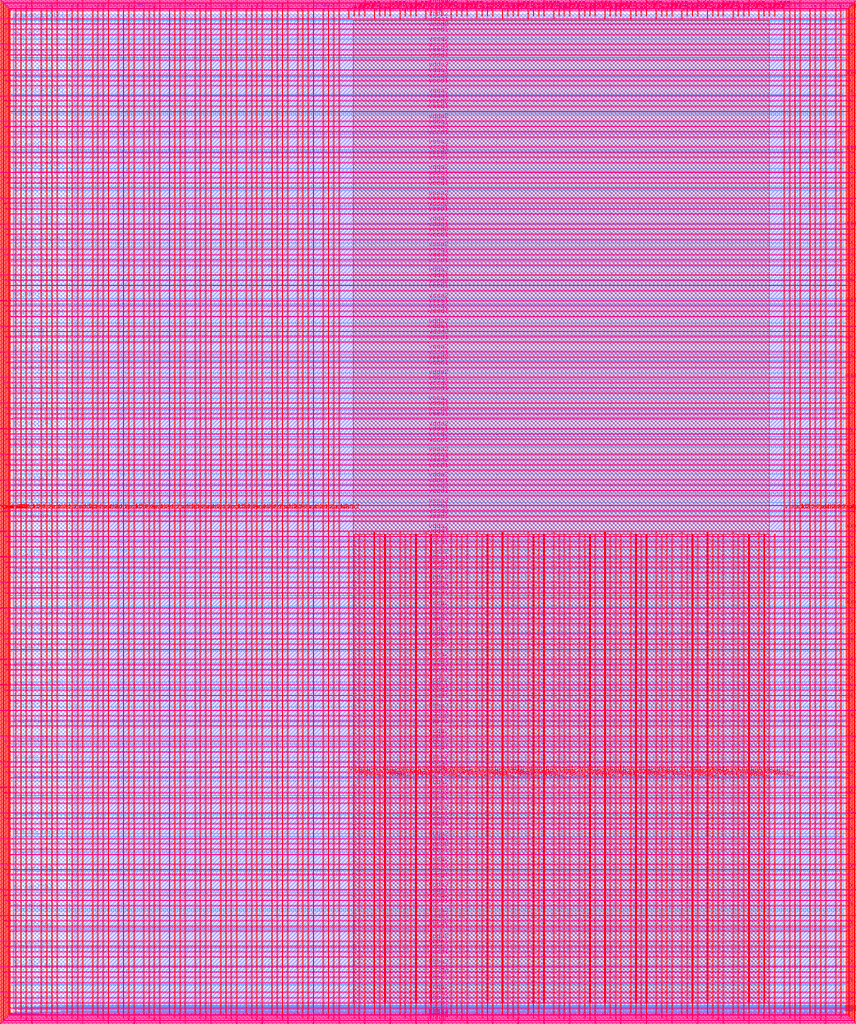
<source format=lef>
VERSION 5.7 ;
  NOWIREEXTENSIONATPIN ON ;
  DIVIDERCHAR "/" ;
  BUSBITCHARS "[]" ;
MACRO user_project_wrapper
  CLASS BLOCK ;
  FOREIGN user_project_wrapper ;
  ORIGIN 0.000 0.000 ;
  SIZE 2920.000 BY 3520.000 ;
  PIN analog_io[0]
    DIRECTION INOUT ;
    USE SIGNAL ;
    PORT
      LAYER met3 ;
        RECT 2917.600 1426.380 2924.800 1427.580 ;
    END
  END analog_io[0]
  PIN analog_io[10]
    DIRECTION INOUT ;
    USE SIGNAL ;
    PORT
      LAYER met2 ;
        RECT 2230.490 3517.600 2231.050 3524.800 ;
    END
  END analog_io[10]
  PIN analog_io[11]
    DIRECTION INOUT ;
    USE SIGNAL ;
    PORT
      LAYER met2 ;
        RECT 1905.730 3517.600 1906.290 3524.800 ;
    END
  END analog_io[11]
  PIN analog_io[12]
    DIRECTION INOUT ;
    USE SIGNAL ;
    PORT
      LAYER met2 ;
        RECT 1581.430 3517.600 1581.990 3524.800 ;
    END
  END analog_io[12]
  PIN analog_io[13]
    DIRECTION INOUT ;
    USE SIGNAL ;
    PORT
      LAYER met2 ;
        RECT 1257.130 3517.600 1257.690 3524.800 ;
    END
  END analog_io[13]
  PIN analog_io[14]
    DIRECTION INOUT ;
    USE SIGNAL ;
    PORT
      LAYER met2 ;
        RECT 932.370 3517.600 932.930 3524.800 ;
    END
  END analog_io[14]
  PIN analog_io[15]
    DIRECTION INOUT ;
    USE SIGNAL ;
    PORT
      LAYER met2 ;
        RECT 608.070 3517.600 608.630 3524.800 ;
    END
  END analog_io[15]
  PIN analog_io[16]
    DIRECTION INOUT ;
    USE SIGNAL ;
    PORT
      LAYER met2 ;
        RECT 283.770 3517.600 284.330 3524.800 ;
    END
  END analog_io[16]
  PIN analog_io[17]
    DIRECTION INOUT ;
    USE SIGNAL ;
    PORT
      LAYER met3 ;
        RECT -4.800 3486.100 2.400 3487.300 ;
    END
  END analog_io[17]
  PIN analog_io[18]
    DIRECTION INOUT ;
    USE SIGNAL ;
    PORT
      LAYER met3 ;
        RECT -4.800 3224.980 2.400 3226.180 ;
    END
  END analog_io[18]
  PIN analog_io[19]
    DIRECTION INOUT ;
    USE SIGNAL ;
    PORT
      LAYER met3 ;
        RECT -4.800 2964.540 2.400 2965.740 ;
    END
  END analog_io[19]
  PIN analog_io[1]
    DIRECTION INOUT ;
    USE SIGNAL ;
    PORT
      LAYER met3 ;
        RECT 2917.600 1692.260 2924.800 1693.460 ;
    END
  END analog_io[1]
  PIN analog_io[20]
    DIRECTION INOUT ;
    USE SIGNAL ;
    PORT
      LAYER met3 ;
        RECT -4.800 2703.420 2.400 2704.620 ;
    END
  END analog_io[20]
  PIN analog_io[21]
    DIRECTION INOUT ;
    USE SIGNAL ;
    PORT
      LAYER met3 ;
        RECT -4.800 2442.980 2.400 2444.180 ;
    END
  END analog_io[21]
  PIN analog_io[22]
    DIRECTION INOUT ;
    USE SIGNAL ;
    PORT
      LAYER met3 ;
        RECT -4.800 2182.540 2.400 2183.740 ;
    END
  END analog_io[22]
  PIN analog_io[23]
    DIRECTION INOUT ;
    USE SIGNAL ;
    PORT
      LAYER met3 ;
        RECT -4.800 1921.420 2.400 1922.620 ;
    END
  END analog_io[23]
  PIN analog_io[24]
    DIRECTION INOUT ;
    USE SIGNAL ;
    PORT
      LAYER met3 ;
        RECT -4.800 1660.980 2.400 1662.180 ;
    END
  END analog_io[24]
  PIN analog_io[25]
    DIRECTION INOUT ;
    USE SIGNAL ;
    PORT
      LAYER met3 ;
        RECT -4.800 1399.860 2.400 1401.060 ;
    END
  END analog_io[25]
  PIN analog_io[26]
    DIRECTION INOUT ;
    USE SIGNAL ;
    PORT
      LAYER met3 ;
        RECT -4.800 1139.420 2.400 1140.620 ;
    END
  END analog_io[26]
  PIN analog_io[27]
    DIRECTION INOUT ;
    USE SIGNAL ;
    PORT
      LAYER met3 ;
        RECT -4.800 878.980 2.400 880.180 ;
    END
  END analog_io[27]
  PIN analog_io[28]
    DIRECTION INOUT ;
    USE SIGNAL ;
    PORT
      LAYER met3 ;
        RECT -4.800 617.860 2.400 619.060 ;
    END
  END analog_io[28]
  PIN analog_io[2]
    DIRECTION INOUT ;
    USE SIGNAL ;
    PORT
      LAYER met3 ;
        RECT 2917.600 1958.140 2924.800 1959.340 ;
    END
  END analog_io[2]
  PIN analog_io[3]
    DIRECTION INOUT ;
    USE SIGNAL ;
    PORT
      LAYER met3 ;
        RECT 2917.600 2223.340 2924.800 2224.540 ;
    END
  END analog_io[3]
  PIN analog_io[4]
    DIRECTION INOUT ;
    USE SIGNAL ;
    PORT
      LAYER met3 ;
        RECT 2917.600 2489.220 2924.800 2490.420 ;
    END
  END analog_io[4]
  PIN analog_io[5]
    DIRECTION INOUT ;
    USE SIGNAL ;
    PORT
      LAYER met3 ;
        RECT 2917.600 2755.100 2924.800 2756.300 ;
    END
  END analog_io[5]
  PIN analog_io[6]
    DIRECTION INOUT ;
    USE SIGNAL ;
    PORT
      LAYER met3 ;
        RECT 2917.600 3020.300 2924.800 3021.500 ;
    END
  END analog_io[6]
  PIN analog_io[7]
    DIRECTION INOUT ;
    USE SIGNAL ;
    PORT
      LAYER met3 ;
        RECT 2917.600 3286.180 2924.800 3287.380 ;
    END
  END analog_io[7]
  PIN analog_io[8]
    DIRECTION INOUT ;
    USE SIGNAL ;
    PORT
      LAYER met2 ;
        RECT 2879.090 3517.600 2879.650 3524.800 ;
    END
  END analog_io[8]
  PIN analog_io[9]
    DIRECTION INOUT ;
    USE SIGNAL ;
    PORT
      LAYER met2 ;
        RECT 2554.790 3517.600 2555.350 3524.800 ;
    END
  END analog_io[9]
  PIN io_in[0]
    DIRECTION INPUT ;
    USE SIGNAL ;
    PORT
      LAYER met3 ;
        RECT 2917.600 32.380 2924.800 33.580 ;
    END
  END io_in[0]
  PIN io_in[10]
    DIRECTION INPUT ;
    USE SIGNAL ;
    PORT
      LAYER met3 ;
        RECT 2917.600 2289.980 2924.800 2291.180 ;
    END
  END io_in[10]
  PIN io_in[11]
    DIRECTION INPUT ;
    USE SIGNAL ;
    PORT
      LAYER met3 ;
        RECT 2917.600 2555.860 2924.800 2557.060 ;
    END
  END io_in[11]
  PIN io_in[12]
    DIRECTION INPUT ;
    USE SIGNAL ;
    PORT
      LAYER met3 ;
        RECT 2917.600 2821.060 2924.800 2822.260 ;
    END
  END io_in[12]
  PIN io_in[13]
    DIRECTION INPUT ;
    USE SIGNAL ;
    PORT
      LAYER met3 ;
        RECT 2917.600 3086.940 2924.800 3088.140 ;
    END
  END io_in[13]
  PIN io_in[14]
    DIRECTION INPUT ;
    USE SIGNAL ;
    PORT
      LAYER met3 ;
        RECT 2917.600 3352.820 2924.800 3354.020 ;
    END
  END io_in[14]
  PIN io_in[15]
    DIRECTION INPUT ;
    USE SIGNAL ;
    PORT
      LAYER met2 ;
        RECT 2798.130 3517.600 2798.690 3524.800 ;
    END
  END io_in[15]
  PIN io_in[16]
    DIRECTION INPUT ;
    USE SIGNAL ;
    PORT
      LAYER met2 ;
        RECT 2473.830 3517.600 2474.390 3524.800 ;
    END
  END io_in[16]
  PIN io_in[17]
    DIRECTION INPUT ;
    USE SIGNAL ;
    PORT
      LAYER met2 ;
        RECT 2149.070 3517.600 2149.630 3524.800 ;
    END
  END io_in[17]
  PIN io_in[18]
    DIRECTION INPUT ;
    USE SIGNAL ;
    PORT
      LAYER met2 ;
        RECT 1824.770 3517.600 1825.330 3524.800 ;
    END
  END io_in[18]
  PIN io_in[19]
    DIRECTION INPUT ;
    USE SIGNAL ;
    PORT
      LAYER met2 ;
        RECT 1500.470 3517.600 1501.030 3524.800 ;
    END
  END io_in[19]
  PIN io_in[1]
    DIRECTION INPUT ;
    USE SIGNAL ;
    PORT
      LAYER met3 ;
        RECT 2917.600 230.940 2924.800 232.140 ;
    END
  END io_in[1]
  PIN io_in[20]
    DIRECTION INPUT ;
    USE SIGNAL ;
    PORT
      LAYER met2 ;
        RECT 1175.710 3517.600 1176.270 3524.800 ;
    END
  END io_in[20]
  PIN io_in[21]
    DIRECTION INPUT ;
    USE SIGNAL ;
    PORT
      LAYER met2 ;
        RECT 851.410 3517.600 851.970 3524.800 ;
    END
  END io_in[21]
  PIN io_in[22]
    DIRECTION INPUT ;
    USE SIGNAL ;
    PORT
      LAYER met2 ;
        RECT 527.110 3517.600 527.670 3524.800 ;
    END
  END io_in[22]
  PIN io_in[23]
    DIRECTION INPUT ;
    USE SIGNAL ;
    PORT
      LAYER met2 ;
        RECT 202.350 3517.600 202.910 3524.800 ;
    END
  END io_in[23]
  PIN io_in[24]
    DIRECTION INPUT ;
    USE SIGNAL ;
    PORT
      LAYER met3 ;
        RECT -4.800 3420.820 2.400 3422.020 ;
    END
  END io_in[24]
  PIN io_in[25]
    DIRECTION INPUT ;
    USE SIGNAL ;
    PORT
      LAYER met3 ;
        RECT -4.800 3159.700 2.400 3160.900 ;
    END
  END io_in[25]
  PIN io_in[26]
    DIRECTION INPUT ;
    USE SIGNAL ;
    PORT
      LAYER met3 ;
        RECT -4.800 2899.260 2.400 2900.460 ;
    END
  END io_in[26]
  PIN io_in[27]
    DIRECTION INPUT ;
    USE SIGNAL ;
    PORT
      LAYER met3 ;
        RECT -4.800 2638.820 2.400 2640.020 ;
    END
  END io_in[27]
  PIN io_in[28]
    DIRECTION INPUT ;
    USE SIGNAL ;
    PORT
      LAYER met3 ;
        RECT -4.800 2377.700 2.400 2378.900 ;
    END
  END io_in[28]
  PIN io_in[29]
    DIRECTION INPUT ;
    USE SIGNAL ;
    PORT
      LAYER met3 ;
        RECT -4.800 2117.260 2.400 2118.460 ;
    END
  END io_in[29]
  PIN io_in[2]
    DIRECTION INPUT ;
    USE SIGNAL ;
    PORT
      LAYER met3 ;
        RECT 2917.600 430.180 2924.800 431.380 ;
    END
  END io_in[2]
  PIN io_in[30]
    DIRECTION INPUT ;
    USE SIGNAL ;
    PORT
      LAYER met3 ;
        RECT -4.800 1856.140 2.400 1857.340 ;
    END
  END io_in[30]
  PIN io_in[31]
    DIRECTION INPUT ;
    USE SIGNAL ;
    PORT
      LAYER met3 ;
        RECT -4.800 1595.700 2.400 1596.900 ;
    END
  END io_in[31]
  PIN io_in[32]
    DIRECTION INPUT ;
    USE SIGNAL ;
    PORT
      LAYER met3 ;
        RECT -4.800 1335.260 2.400 1336.460 ;
    END
  END io_in[32]
  PIN io_in[33]
    DIRECTION INPUT ;
    USE SIGNAL ;
    PORT
      LAYER met3 ;
        RECT -4.800 1074.140 2.400 1075.340 ;
    END
  END io_in[33]
  PIN io_in[34]
    DIRECTION INPUT ;
    USE SIGNAL ;
    PORT
      LAYER met3 ;
        RECT -4.800 813.700 2.400 814.900 ;
    END
  END io_in[34]
  PIN io_in[35]
    DIRECTION INPUT ;
    USE SIGNAL ;
    PORT
      LAYER met3 ;
        RECT -4.800 552.580 2.400 553.780 ;
    END
  END io_in[35]
  PIN io_in[36]
    DIRECTION INPUT ;
    USE SIGNAL ;
    PORT
      LAYER met3 ;
        RECT -4.800 357.420 2.400 358.620 ;
    END
  END io_in[36]
  PIN io_in[37]
    DIRECTION INPUT ;
    USE SIGNAL ;
    PORT
      LAYER met3 ;
        RECT -4.800 161.580 2.400 162.780 ;
    END
  END io_in[37]
  PIN io_in[3]
    DIRECTION INPUT ;
    USE SIGNAL ;
    PORT
      LAYER met3 ;
        RECT 2917.600 629.420 2924.800 630.620 ;
    END
  END io_in[3]
  PIN io_in[4]
    DIRECTION INPUT ;
    USE SIGNAL ;
    PORT
      LAYER met3 ;
        RECT 2917.600 828.660 2924.800 829.860 ;
    END
  END io_in[4]
  PIN io_in[5]
    DIRECTION INPUT ;
    USE SIGNAL ;
    PORT
      LAYER met3 ;
        RECT 2917.600 1027.900 2924.800 1029.100 ;
    END
  END io_in[5]
  PIN io_in[6]
    DIRECTION INPUT ;
    USE SIGNAL ;
    PORT
      LAYER met3 ;
        RECT 2917.600 1227.140 2924.800 1228.340 ;
    END
  END io_in[6]
  PIN io_in[7]
    DIRECTION INPUT ;
    USE SIGNAL ;
    PORT
      LAYER met3 ;
        RECT 2917.600 1493.020 2924.800 1494.220 ;
    END
  END io_in[7]
  PIN io_in[8]
    DIRECTION INPUT ;
    USE SIGNAL ;
    PORT
      LAYER met3 ;
        RECT 2917.600 1758.900 2924.800 1760.100 ;
    END
  END io_in[8]
  PIN io_in[9]
    DIRECTION INPUT ;
    USE SIGNAL ;
    PORT
      LAYER met3 ;
        RECT 2917.600 2024.100 2924.800 2025.300 ;
    END
  END io_in[9]
  PIN io_oeb[0]
    DIRECTION OUTPUT TRISTATE ;
    USE SIGNAL ;
    PORT
      LAYER met3 ;
        RECT 2917.600 164.980 2924.800 166.180 ;
    END
  END io_oeb[0]
  PIN io_oeb[10]
    DIRECTION OUTPUT TRISTATE ;
    USE SIGNAL ;
    PORT
      LAYER met3 ;
        RECT 2917.600 2422.580 2924.800 2423.780 ;
    END
  END io_oeb[10]
  PIN io_oeb[11]
    DIRECTION OUTPUT TRISTATE ;
    USE SIGNAL ;
    PORT
      LAYER met3 ;
        RECT 2917.600 2688.460 2924.800 2689.660 ;
    END
  END io_oeb[11]
  PIN io_oeb[12]
    DIRECTION OUTPUT TRISTATE ;
    USE SIGNAL ;
    PORT
      LAYER met3 ;
        RECT 2917.600 2954.340 2924.800 2955.540 ;
    END
  END io_oeb[12]
  PIN io_oeb[13]
    DIRECTION OUTPUT TRISTATE ;
    USE SIGNAL ;
    PORT
      LAYER met3 ;
        RECT 2917.600 3219.540 2924.800 3220.740 ;
    END
  END io_oeb[13]
  PIN io_oeb[14]
    DIRECTION OUTPUT TRISTATE ;
    USE SIGNAL ;
    PORT
      LAYER met3 ;
        RECT 2917.600 3485.420 2924.800 3486.620 ;
    END
  END io_oeb[14]
  PIN io_oeb[15]
    DIRECTION OUTPUT TRISTATE ;
    USE SIGNAL ;
    PORT
      LAYER met2 ;
        RECT 2635.750 3517.600 2636.310 3524.800 ;
    END
  END io_oeb[15]
  PIN io_oeb[16]
    DIRECTION OUTPUT TRISTATE ;
    USE SIGNAL ;
    PORT
      LAYER met2 ;
        RECT 2311.450 3517.600 2312.010 3524.800 ;
    END
  END io_oeb[16]
  PIN io_oeb[17]
    DIRECTION OUTPUT TRISTATE ;
    USE SIGNAL ;
    PORT
      LAYER met2 ;
        RECT 1987.150 3517.600 1987.710 3524.800 ;
    END
  END io_oeb[17]
  PIN io_oeb[18]
    DIRECTION OUTPUT TRISTATE ;
    USE SIGNAL ;
    PORT
      LAYER met2 ;
        RECT 1662.390 3517.600 1662.950 3524.800 ;
    END
  END io_oeb[18]
  PIN io_oeb[19]
    DIRECTION OUTPUT TRISTATE ;
    USE SIGNAL ;
    PORT
      LAYER met2 ;
        RECT 1338.090 3517.600 1338.650 3524.800 ;
    END
  END io_oeb[19]
  PIN io_oeb[1]
    DIRECTION OUTPUT TRISTATE ;
    USE SIGNAL ;
    PORT
      LAYER met3 ;
        RECT 2917.600 364.220 2924.800 365.420 ;
    END
  END io_oeb[1]
  PIN io_oeb[20]
    DIRECTION OUTPUT TRISTATE ;
    USE SIGNAL ;
    PORT
      LAYER met2 ;
        RECT 1013.790 3517.600 1014.350 3524.800 ;
    END
  END io_oeb[20]
  PIN io_oeb[21]
    DIRECTION OUTPUT TRISTATE ;
    USE SIGNAL ;
    PORT
      LAYER met2 ;
        RECT 689.030 3517.600 689.590 3524.800 ;
    END
  END io_oeb[21]
  PIN io_oeb[22]
    DIRECTION OUTPUT TRISTATE ;
    USE SIGNAL ;
    PORT
      LAYER met2 ;
        RECT 364.730 3517.600 365.290 3524.800 ;
    END
  END io_oeb[22]
  PIN io_oeb[23]
    DIRECTION OUTPUT TRISTATE ;
    USE SIGNAL ;
    PORT
      LAYER met2 ;
        RECT 40.430 3517.600 40.990 3524.800 ;
    END
  END io_oeb[23]
  PIN io_oeb[24]
    DIRECTION OUTPUT TRISTATE ;
    USE SIGNAL ;
    PORT
      LAYER met3 ;
        RECT -4.800 3290.260 2.400 3291.460 ;
    END
  END io_oeb[24]
  PIN io_oeb[25]
    DIRECTION OUTPUT TRISTATE ;
    USE SIGNAL ;
    PORT
      LAYER met3 ;
        RECT -4.800 3029.820 2.400 3031.020 ;
    END
  END io_oeb[25]
  PIN io_oeb[26]
    DIRECTION OUTPUT TRISTATE ;
    USE SIGNAL ;
    PORT
      LAYER met3 ;
        RECT -4.800 2768.700 2.400 2769.900 ;
    END
  END io_oeb[26]
  PIN io_oeb[27]
    DIRECTION OUTPUT TRISTATE ;
    USE SIGNAL ;
    PORT
      LAYER met3 ;
        RECT -4.800 2508.260 2.400 2509.460 ;
    END
  END io_oeb[27]
  PIN io_oeb[28]
    DIRECTION OUTPUT TRISTATE ;
    USE SIGNAL ;
    PORT
      LAYER met3 ;
        RECT -4.800 2247.140 2.400 2248.340 ;
    END
  END io_oeb[28]
  PIN io_oeb[29]
    DIRECTION OUTPUT TRISTATE ;
    USE SIGNAL ;
    PORT
      LAYER met3 ;
        RECT -4.800 1986.700 2.400 1987.900 ;
    END
  END io_oeb[29]
  PIN io_oeb[2]
    DIRECTION OUTPUT TRISTATE ;
    USE SIGNAL ;
    PORT
      LAYER met3 ;
        RECT 2917.600 563.460 2924.800 564.660 ;
    END
  END io_oeb[2]
  PIN io_oeb[30]
    DIRECTION OUTPUT TRISTATE ;
    USE SIGNAL ;
    PORT
      LAYER met3 ;
        RECT -4.800 1726.260 2.400 1727.460 ;
    END
  END io_oeb[30]
  PIN io_oeb[31]
    DIRECTION OUTPUT TRISTATE ;
    USE SIGNAL ;
    PORT
      LAYER met3 ;
        RECT -4.800 1465.140 2.400 1466.340 ;
    END
  END io_oeb[31]
  PIN io_oeb[32]
    DIRECTION OUTPUT TRISTATE ;
    USE SIGNAL ;
    PORT
      LAYER met3 ;
        RECT -4.800 1204.700 2.400 1205.900 ;
    END
  END io_oeb[32]
  PIN io_oeb[33]
    DIRECTION OUTPUT TRISTATE ;
    USE SIGNAL ;
    PORT
      LAYER met3 ;
        RECT -4.800 943.580 2.400 944.780 ;
    END
  END io_oeb[33]
  PIN io_oeb[34]
    DIRECTION OUTPUT TRISTATE ;
    USE SIGNAL ;
    PORT
      LAYER met3 ;
        RECT -4.800 683.140 2.400 684.340 ;
    END
  END io_oeb[34]
  PIN io_oeb[35]
    DIRECTION OUTPUT TRISTATE ;
    USE SIGNAL ;
    PORT
      LAYER met3 ;
        RECT -4.800 422.700 2.400 423.900 ;
    END
  END io_oeb[35]
  PIN io_oeb[36]
    DIRECTION OUTPUT TRISTATE ;
    USE SIGNAL ;
    PORT
      LAYER met3 ;
        RECT -4.800 226.860 2.400 228.060 ;
    END
  END io_oeb[36]
  PIN io_oeb[37]
    DIRECTION OUTPUT TRISTATE ;
    USE SIGNAL ;
    PORT
      LAYER met3 ;
        RECT -4.800 31.700 2.400 32.900 ;
    END
  END io_oeb[37]
  PIN io_oeb[3]
    DIRECTION OUTPUT TRISTATE ;
    USE SIGNAL ;
    PORT
      LAYER met3 ;
        RECT 2917.600 762.700 2924.800 763.900 ;
    END
  END io_oeb[3]
  PIN io_oeb[4]
    DIRECTION OUTPUT TRISTATE ;
    USE SIGNAL ;
    PORT
      LAYER met3 ;
        RECT 2917.600 961.940 2924.800 963.140 ;
    END
  END io_oeb[4]
  PIN io_oeb[5]
    DIRECTION OUTPUT TRISTATE ;
    USE SIGNAL ;
    PORT
      LAYER met3 ;
        RECT 2917.600 1161.180 2924.800 1162.380 ;
    END
  END io_oeb[5]
  PIN io_oeb[6]
    DIRECTION OUTPUT TRISTATE ;
    USE SIGNAL ;
    PORT
      LAYER met3 ;
        RECT 2917.600 1360.420 2924.800 1361.620 ;
    END
  END io_oeb[6]
  PIN io_oeb[7]
    DIRECTION OUTPUT TRISTATE ;
    USE SIGNAL ;
    PORT
      LAYER met3 ;
        RECT 2917.600 1625.620 2924.800 1626.820 ;
    END
  END io_oeb[7]
  PIN io_oeb[8]
    DIRECTION OUTPUT TRISTATE ;
    USE SIGNAL ;
    PORT
      LAYER met3 ;
        RECT 2917.600 1891.500 2924.800 1892.700 ;
    END
  END io_oeb[8]
  PIN io_oeb[9]
    DIRECTION OUTPUT TRISTATE ;
    USE SIGNAL ;
    PORT
      LAYER met3 ;
        RECT 2917.600 2157.380 2924.800 2158.580 ;
    END
  END io_oeb[9]
  PIN io_out[0]
    DIRECTION OUTPUT TRISTATE ;
    USE SIGNAL ;
    PORT
      LAYER met3 ;
        RECT 2917.600 98.340 2924.800 99.540 ;
    END
  END io_out[0]
  PIN io_out[10]
    DIRECTION OUTPUT TRISTATE ;
    USE SIGNAL ;
    PORT
      LAYER met3 ;
        RECT 2917.600 2356.620 2924.800 2357.820 ;
    END
  END io_out[10]
  PIN io_out[11]
    DIRECTION OUTPUT TRISTATE ;
    USE SIGNAL ;
    PORT
      LAYER met3 ;
        RECT 2917.600 2621.820 2924.800 2623.020 ;
    END
  END io_out[11]
  PIN io_out[12]
    DIRECTION OUTPUT TRISTATE ;
    USE SIGNAL ;
    PORT
      LAYER met3 ;
        RECT 2917.600 2887.700 2924.800 2888.900 ;
    END
  END io_out[12]
  PIN io_out[13]
    DIRECTION OUTPUT TRISTATE ;
    USE SIGNAL ;
    PORT
      LAYER met3 ;
        RECT 2917.600 3153.580 2924.800 3154.780 ;
    END
  END io_out[13]
  PIN io_out[14]
    DIRECTION OUTPUT TRISTATE ;
    USE SIGNAL ;
    PORT
      LAYER met3 ;
        RECT 2917.600 3418.780 2924.800 3419.980 ;
    END
  END io_out[14]
  PIN io_out[15]
    DIRECTION OUTPUT TRISTATE ;
    USE SIGNAL ;
    PORT
      LAYER met2 ;
        RECT 2717.170 3517.600 2717.730 3524.800 ;
    END
  END io_out[15]
  PIN io_out[16]
    DIRECTION OUTPUT TRISTATE ;
    USE SIGNAL ;
    PORT
      LAYER met2 ;
        RECT 2392.410 3517.600 2392.970 3524.800 ;
    END
  END io_out[16]
  PIN io_out[17]
    DIRECTION OUTPUT TRISTATE ;
    USE SIGNAL ;
    PORT
      LAYER met2 ;
        RECT 2068.110 3517.600 2068.670 3524.800 ;
    END
  END io_out[17]
  PIN io_out[18]
    DIRECTION OUTPUT TRISTATE ;
    USE SIGNAL ;
    PORT
      LAYER met2 ;
        RECT 1743.810 3517.600 1744.370 3524.800 ;
    END
  END io_out[18]
  PIN io_out[19]
    DIRECTION OUTPUT TRISTATE ;
    USE SIGNAL ;
    PORT
      LAYER met2 ;
        RECT 1419.050 3517.600 1419.610 3524.800 ;
    END
  END io_out[19]
  PIN io_out[1]
    DIRECTION OUTPUT TRISTATE ;
    USE SIGNAL ;
    PORT
      LAYER met3 ;
        RECT 2917.600 297.580 2924.800 298.780 ;
    END
  END io_out[1]
  PIN io_out[20]
    DIRECTION OUTPUT TRISTATE ;
    USE SIGNAL ;
    PORT
      LAYER met2 ;
        RECT 1094.750 3517.600 1095.310 3524.800 ;
    END
  END io_out[20]
  PIN io_out[21]
    DIRECTION OUTPUT TRISTATE ;
    USE SIGNAL ;
    PORT
      LAYER met2 ;
        RECT 770.450 3517.600 771.010 3524.800 ;
    END
  END io_out[21]
  PIN io_out[22]
    DIRECTION OUTPUT TRISTATE ;
    USE SIGNAL ;
    PORT
      LAYER met2 ;
        RECT 445.690 3517.600 446.250 3524.800 ;
    END
  END io_out[22]
  PIN io_out[23]
    DIRECTION OUTPUT TRISTATE ;
    USE SIGNAL ;
    PORT
      LAYER met2 ;
        RECT 121.390 3517.600 121.950 3524.800 ;
    END
  END io_out[23]
  PIN io_out[24]
    DIRECTION OUTPUT TRISTATE ;
    USE SIGNAL ;
    PORT
      LAYER met3 ;
        RECT -4.800 3355.540 2.400 3356.740 ;
    END
  END io_out[24]
  PIN io_out[25]
    DIRECTION OUTPUT TRISTATE ;
    USE SIGNAL ;
    PORT
      LAYER met3 ;
        RECT -4.800 3095.100 2.400 3096.300 ;
    END
  END io_out[25]
  PIN io_out[26]
    DIRECTION OUTPUT TRISTATE ;
    USE SIGNAL ;
    PORT
      LAYER met3 ;
        RECT -4.800 2833.980 2.400 2835.180 ;
    END
  END io_out[26]
  PIN io_out[27]
    DIRECTION OUTPUT TRISTATE ;
    USE SIGNAL ;
    PORT
      LAYER met3 ;
        RECT -4.800 2573.540 2.400 2574.740 ;
    END
  END io_out[27]
  PIN io_out[28]
    DIRECTION OUTPUT TRISTATE ;
    USE SIGNAL ;
    PORT
      LAYER met3 ;
        RECT -4.800 2312.420 2.400 2313.620 ;
    END
  END io_out[28]
  PIN io_out[29]
    DIRECTION OUTPUT TRISTATE ;
    USE SIGNAL ;
    PORT
      LAYER met3 ;
        RECT -4.800 2051.980 2.400 2053.180 ;
    END
  END io_out[29]
  PIN io_out[2]
    DIRECTION OUTPUT TRISTATE ;
    USE SIGNAL ;
    PORT
      LAYER met3 ;
        RECT 2917.600 496.820 2924.800 498.020 ;
    END
  END io_out[2]
  PIN io_out[30]
    DIRECTION OUTPUT TRISTATE ;
    USE SIGNAL ;
    PORT
      LAYER met3 ;
        RECT -4.800 1791.540 2.400 1792.740 ;
    END
  END io_out[30]
  PIN io_out[31]
    DIRECTION OUTPUT TRISTATE ;
    USE SIGNAL ;
    PORT
      LAYER met3 ;
        RECT -4.800 1530.420 2.400 1531.620 ;
    END
  END io_out[31]
  PIN io_out[32]
    DIRECTION OUTPUT TRISTATE ;
    USE SIGNAL ;
    PORT
      LAYER met3 ;
        RECT -4.800 1269.980 2.400 1271.180 ;
    END
  END io_out[32]
  PIN io_out[33]
    DIRECTION OUTPUT TRISTATE ;
    USE SIGNAL ;
    PORT
      LAYER met3 ;
        RECT -4.800 1008.860 2.400 1010.060 ;
    END
  END io_out[33]
  PIN io_out[34]
    DIRECTION OUTPUT TRISTATE ;
    USE SIGNAL ;
    PORT
      LAYER met3 ;
        RECT -4.800 748.420 2.400 749.620 ;
    END
  END io_out[34]
  PIN io_out[35]
    DIRECTION OUTPUT TRISTATE ;
    USE SIGNAL ;
    PORT
      LAYER met3 ;
        RECT -4.800 487.300 2.400 488.500 ;
    END
  END io_out[35]
  PIN io_out[36]
    DIRECTION OUTPUT TRISTATE ;
    USE SIGNAL ;
    PORT
      LAYER met3 ;
        RECT -4.800 292.140 2.400 293.340 ;
    END
  END io_out[36]
  PIN io_out[37]
    DIRECTION OUTPUT TRISTATE ;
    USE SIGNAL ;
    PORT
      LAYER met3 ;
        RECT -4.800 96.300 2.400 97.500 ;
    END
  END io_out[37]
  PIN io_out[3]
    DIRECTION OUTPUT TRISTATE ;
    USE SIGNAL ;
    PORT
      LAYER met3 ;
        RECT 2917.600 696.060 2924.800 697.260 ;
    END
  END io_out[3]
  PIN io_out[4]
    DIRECTION OUTPUT TRISTATE ;
    USE SIGNAL ;
    PORT
      LAYER met3 ;
        RECT 2917.600 895.300 2924.800 896.500 ;
    END
  END io_out[4]
  PIN io_out[5]
    DIRECTION OUTPUT TRISTATE ;
    USE SIGNAL ;
    PORT
      LAYER met3 ;
        RECT 2917.600 1094.540 2924.800 1095.740 ;
    END
  END io_out[5]
  PIN io_out[6]
    DIRECTION OUTPUT TRISTATE ;
    USE SIGNAL ;
    PORT
      LAYER met3 ;
        RECT 2917.600 1293.780 2924.800 1294.980 ;
    END
  END io_out[6]
  PIN io_out[7]
    DIRECTION OUTPUT TRISTATE ;
    USE SIGNAL ;
    PORT
      LAYER met3 ;
        RECT 2917.600 1559.660 2924.800 1560.860 ;
    END
  END io_out[7]
  PIN io_out[8]
    DIRECTION OUTPUT TRISTATE ;
    USE SIGNAL ;
    PORT
      LAYER met3 ;
        RECT 2917.600 1824.860 2924.800 1826.060 ;
    END
  END io_out[8]
  PIN io_out[9]
    DIRECTION OUTPUT TRISTATE ;
    USE SIGNAL ;
    PORT
      LAYER met3 ;
        RECT 2917.600 2090.740 2924.800 2091.940 ;
    END
  END io_out[9]
  PIN la_data_in[0]
    DIRECTION INPUT ;
    USE SIGNAL ;
    PORT
      LAYER met2 ;
        RECT 629.230 -4.800 629.790 2.400 ;
    END
  END la_data_in[0]
  PIN la_data_in[100]
    DIRECTION INPUT ;
    USE SIGNAL ;
    PORT
      LAYER met2 ;
        RECT 2402.530 -4.800 2403.090 2.400 ;
    END
  END la_data_in[100]
  PIN la_data_in[101]
    DIRECTION INPUT ;
    USE SIGNAL ;
    PORT
      LAYER met2 ;
        RECT 2420.010 -4.800 2420.570 2.400 ;
    END
  END la_data_in[101]
  PIN la_data_in[102]
    DIRECTION INPUT ;
    USE SIGNAL ;
    PORT
      LAYER met2 ;
        RECT 2437.950 -4.800 2438.510 2.400 ;
    END
  END la_data_in[102]
  PIN la_data_in[103]
    DIRECTION INPUT ;
    USE SIGNAL ;
    PORT
      LAYER met2 ;
        RECT 2455.430 -4.800 2455.990 2.400 ;
    END
  END la_data_in[103]
  PIN la_data_in[104]
    DIRECTION INPUT ;
    USE SIGNAL ;
    PORT
      LAYER met2 ;
        RECT 2473.370 -4.800 2473.930 2.400 ;
    END
  END la_data_in[104]
  PIN la_data_in[105]
    DIRECTION INPUT ;
    USE SIGNAL ;
    PORT
      LAYER met2 ;
        RECT 2490.850 -4.800 2491.410 2.400 ;
    END
  END la_data_in[105]
  PIN la_data_in[106]
    DIRECTION INPUT ;
    USE SIGNAL ;
    PORT
      LAYER met2 ;
        RECT 2508.790 -4.800 2509.350 2.400 ;
    END
  END la_data_in[106]
  PIN la_data_in[107]
    DIRECTION INPUT ;
    USE SIGNAL ;
    PORT
      LAYER met2 ;
        RECT 2526.730 -4.800 2527.290 2.400 ;
    END
  END la_data_in[107]
  PIN la_data_in[108]
    DIRECTION INPUT ;
    USE SIGNAL ;
    PORT
      LAYER met2 ;
        RECT 2544.210 -4.800 2544.770 2.400 ;
    END
  END la_data_in[108]
  PIN la_data_in[109]
    DIRECTION INPUT ;
    USE SIGNAL ;
    PORT
      LAYER met2 ;
        RECT 2562.150 -4.800 2562.710 2.400 ;
    END
  END la_data_in[109]
  PIN la_data_in[10]
    DIRECTION INPUT ;
    USE SIGNAL ;
    PORT
      LAYER met2 ;
        RECT 806.330 -4.800 806.890 2.400 ;
    END
  END la_data_in[10]
  PIN la_data_in[110]
    DIRECTION INPUT ;
    USE SIGNAL ;
    PORT
      LAYER met2 ;
        RECT 2579.630 -4.800 2580.190 2.400 ;
    END
  END la_data_in[110]
  PIN la_data_in[111]
    DIRECTION INPUT ;
    USE SIGNAL ;
    PORT
      LAYER met2 ;
        RECT 2597.570 -4.800 2598.130 2.400 ;
    END
  END la_data_in[111]
  PIN la_data_in[112]
    DIRECTION INPUT ;
    USE SIGNAL ;
    PORT
      LAYER met2 ;
        RECT 2615.050 -4.800 2615.610 2.400 ;
    END
  END la_data_in[112]
  PIN la_data_in[113]
    DIRECTION INPUT ;
    USE SIGNAL ;
    PORT
      LAYER met2 ;
        RECT 2632.990 -4.800 2633.550 2.400 ;
    END
  END la_data_in[113]
  PIN la_data_in[114]
    DIRECTION INPUT ;
    USE SIGNAL ;
    PORT
      LAYER met2 ;
        RECT 2650.470 -4.800 2651.030 2.400 ;
    END
  END la_data_in[114]
  PIN la_data_in[115]
    DIRECTION INPUT ;
    USE SIGNAL ;
    PORT
      LAYER met2 ;
        RECT 2668.410 -4.800 2668.970 2.400 ;
    END
  END la_data_in[115]
  PIN la_data_in[116]
    DIRECTION INPUT ;
    USE SIGNAL ;
    PORT
      LAYER met2 ;
        RECT 2685.890 -4.800 2686.450 2.400 ;
    END
  END la_data_in[116]
  PIN la_data_in[117]
    DIRECTION INPUT ;
    USE SIGNAL ;
    PORT
      LAYER met2 ;
        RECT 2703.830 -4.800 2704.390 2.400 ;
    END
  END la_data_in[117]
  PIN la_data_in[118]
    DIRECTION INPUT ;
    USE SIGNAL ;
    PORT
      LAYER met2 ;
        RECT 2721.770 -4.800 2722.330 2.400 ;
    END
  END la_data_in[118]
  PIN la_data_in[119]
    DIRECTION INPUT ;
    USE SIGNAL ;
    PORT
      LAYER met2 ;
        RECT 2739.250 -4.800 2739.810 2.400 ;
    END
  END la_data_in[119]
  PIN la_data_in[11]
    DIRECTION INPUT ;
    USE SIGNAL ;
    PORT
      LAYER met2 ;
        RECT 824.270 -4.800 824.830 2.400 ;
    END
  END la_data_in[11]
  PIN la_data_in[120]
    DIRECTION INPUT ;
    USE SIGNAL ;
    PORT
      LAYER met2 ;
        RECT 2757.190 -4.800 2757.750 2.400 ;
    END
  END la_data_in[120]
  PIN la_data_in[121]
    DIRECTION INPUT ;
    USE SIGNAL ;
    PORT
      LAYER met2 ;
        RECT 2774.670 -4.800 2775.230 2.400 ;
    END
  END la_data_in[121]
  PIN la_data_in[122]
    DIRECTION INPUT ;
    USE SIGNAL ;
    PORT
      LAYER met2 ;
        RECT 2792.610 -4.800 2793.170 2.400 ;
    END
  END la_data_in[122]
  PIN la_data_in[123]
    DIRECTION INPUT ;
    USE SIGNAL ;
    PORT
      LAYER met2 ;
        RECT 2810.090 -4.800 2810.650 2.400 ;
    END
  END la_data_in[123]
  PIN la_data_in[124]
    DIRECTION INPUT ;
    USE SIGNAL ;
    PORT
      LAYER met2 ;
        RECT 2828.030 -4.800 2828.590 2.400 ;
    END
  END la_data_in[124]
  PIN la_data_in[125]
    DIRECTION INPUT ;
    USE SIGNAL ;
    PORT
      LAYER met2 ;
        RECT 2845.510 -4.800 2846.070 2.400 ;
    END
  END la_data_in[125]
  PIN la_data_in[126]
    DIRECTION INPUT ;
    USE SIGNAL ;
    PORT
      LAYER met2 ;
        RECT 2863.450 -4.800 2864.010 2.400 ;
    END
  END la_data_in[126]
  PIN la_data_in[127]
    DIRECTION INPUT ;
    USE SIGNAL ;
    PORT
      LAYER met2 ;
        RECT 2881.390 -4.800 2881.950 2.400 ;
    END
  END la_data_in[127]
  PIN la_data_in[12]
    DIRECTION INPUT ;
    USE SIGNAL ;
    PORT
      LAYER met2 ;
        RECT 841.750 -4.800 842.310 2.400 ;
    END
  END la_data_in[12]
  PIN la_data_in[13]
    DIRECTION INPUT ;
    USE SIGNAL ;
    PORT
      LAYER met2 ;
        RECT 859.690 -4.800 860.250 2.400 ;
    END
  END la_data_in[13]
  PIN la_data_in[14]
    DIRECTION INPUT ;
    USE SIGNAL ;
    PORT
      LAYER met2 ;
        RECT 877.170 -4.800 877.730 2.400 ;
    END
  END la_data_in[14]
  PIN la_data_in[15]
    DIRECTION INPUT ;
    USE SIGNAL ;
    PORT
      LAYER met2 ;
        RECT 895.110 -4.800 895.670 2.400 ;
    END
  END la_data_in[15]
  PIN la_data_in[16]
    DIRECTION INPUT ;
    USE SIGNAL ;
    PORT
      LAYER met2 ;
        RECT 912.590 -4.800 913.150 2.400 ;
    END
  END la_data_in[16]
  PIN la_data_in[17]
    DIRECTION INPUT ;
    USE SIGNAL ;
    PORT
      LAYER met2 ;
        RECT 930.530 -4.800 931.090 2.400 ;
    END
  END la_data_in[17]
  PIN la_data_in[18]
    DIRECTION INPUT ;
    USE SIGNAL ;
    PORT
      LAYER met2 ;
        RECT 948.470 -4.800 949.030 2.400 ;
    END
  END la_data_in[18]
  PIN la_data_in[19]
    DIRECTION INPUT ;
    USE SIGNAL ;
    PORT
      LAYER met2 ;
        RECT 965.950 -4.800 966.510 2.400 ;
    END
  END la_data_in[19]
  PIN la_data_in[1]
    DIRECTION INPUT ;
    USE SIGNAL ;
    PORT
      LAYER met2 ;
        RECT 646.710 -4.800 647.270 2.400 ;
    END
  END la_data_in[1]
  PIN la_data_in[20]
    DIRECTION INPUT ;
    USE SIGNAL ;
    PORT
      LAYER met2 ;
        RECT 983.890 -4.800 984.450 2.400 ;
    END
  END la_data_in[20]
  PIN la_data_in[21]
    DIRECTION INPUT ;
    USE SIGNAL ;
    PORT
      LAYER met2 ;
        RECT 1001.370 -4.800 1001.930 2.400 ;
    END
  END la_data_in[21]
  PIN la_data_in[22]
    DIRECTION INPUT ;
    USE SIGNAL ;
    PORT
      LAYER met2 ;
        RECT 1019.310 -4.800 1019.870 2.400 ;
    END
  END la_data_in[22]
  PIN la_data_in[23]
    DIRECTION INPUT ;
    USE SIGNAL ;
    PORT
      LAYER met2 ;
        RECT 1036.790 -4.800 1037.350 2.400 ;
    END
  END la_data_in[23]
  PIN la_data_in[24]
    DIRECTION INPUT ;
    USE SIGNAL ;
    PORT
      LAYER met2 ;
        RECT 1054.730 -4.800 1055.290 2.400 ;
    END
  END la_data_in[24]
  PIN la_data_in[25]
    DIRECTION INPUT ;
    USE SIGNAL ;
    PORT
      LAYER met2 ;
        RECT 1072.210 -4.800 1072.770 2.400 ;
    END
  END la_data_in[25]
  PIN la_data_in[26]
    DIRECTION INPUT ;
    USE SIGNAL ;
    PORT
      LAYER met2 ;
        RECT 1090.150 -4.800 1090.710 2.400 ;
    END
  END la_data_in[26]
  PIN la_data_in[27]
    DIRECTION INPUT ;
    USE SIGNAL ;
    PORT
      LAYER met2 ;
        RECT 1107.630 -4.800 1108.190 2.400 ;
    END
  END la_data_in[27]
  PIN la_data_in[28]
    DIRECTION INPUT ;
    USE SIGNAL ;
    PORT
      LAYER met2 ;
        RECT 1125.570 -4.800 1126.130 2.400 ;
    END
  END la_data_in[28]
  PIN la_data_in[29]
    DIRECTION INPUT ;
    USE SIGNAL ;
    PORT
      LAYER met2 ;
        RECT 1143.510 -4.800 1144.070 2.400 ;
    END
  END la_data_in[29]
  PIN la_data_in[2]
    DIRECTION INPUT ;
    USE SIGNAL ;
    PORT
      LAYER met2 ;
        RECT 664.650 -4.800 665.210 2.400 ;
    END
  END la_data_in[2]
  PIN la_data_in[30]
    DIRECTION INPUT ;
    USE SIGNAL ;
    PORT
      LAYER met2 ;
        RECT 1160.990 -4.800 1161.550 2.400 ;
    END
  END la_data_in[30]
  PIN la_data_in[31]
    DIRECTION INPUT ;
    USE SIGNAL ;
    PORT
      LAYER met2 ;
        RECT 1178.930 -4.800 1179.490 2.400 ;
    END
  END la_data_in[31]
  PIN la_data_in[32]
    DIRECTION INPUT ;
    USE SIGNAL ;
    PORT
      LAYER met2 ;
        RECT 1196.410 -4.800 1196.970 2.400 ;
    END
  END la_data_in[32]
  PIN la_data_in[33]
    DIRECTION INPUT ;
    USE SIGNAL ;
    PORT
      LAYER met2 ;
        RECT 1214.350 -4.800 1214.910 2.400 ;
    END
  END la_data_in[33]
  PIN la_data_in[34]
    DIRECTION INPUT ;
    USE SIGNAL ;
    PORT
      LAYER met2 ;
        RECT 1231.830 -4.800 1232.390 2.400 ;
    END
  END la_data_in[34]
  PIN la_data_in[35]
    DIRECTION INPUT ;
    USE SIGNAL ;
    PORT
      LAYER met2 ;
        RECT 1249.770 -4.800 1250.330 2.400 ;
    END
  END la_data_in[35]
  PIN la_data_in[36]
    DIRECTION INPUT ;
    USE SIGNAL ;
    PORT
      LAYER met2 ;
        RECT 1267.250 -4.800 1267.810 2.400 ;
    END
  END la_data_in[36]
  PIN la_data_in[37]
    DIRECTION INPUT ;
    USE SIGNAL ;
    PORT
      LAYER met2 ;
        RECT 1285.190 -4.800 1285.750 2.400 ;
    END
  END la_data_in[37]
  PIN la_data_in[38]
    DIRECTION INPUT ;
    USE SIGNAL ;
    PORT
      LAYER met2 ;
        RECT 1303.130 -4.800 1303.690 2.400 ;
    END
  END la_data_in[38]
  PIN la_data_in[39]
    DIRECTION INPUT ;
    USE SIGNAL ;
    PORT
      LAYER met2 ;
        RECT 1320.610 -4.800 1321.170 2.400 ;
    END
  END la_data_in[39]
  PIN la_data_in[3]
    DIRECTION INPUT ;
    USE SIGNAL ;
    PORT
      LAYER met2 ;
        RECT 682.130 -4.800 682.690 2.400 ;
    END
  END la_data_in[3]
  PIN la_data_in[40]
    DIRECTION INPUT ;
    USE SIGNAL ;
    PORT
      LAYER met2 ;
        RECT 1338.550 -4.800 1339.110 2.400 ;
    END
  END la_data_in[40]
  PIN la_data_in[41]
    DIRECTION INPUT ;
    USE SIGNAL ;
    PORT
      LAYER met2 ;
        RECT 1356.030 -4.800 1356.590 2.400 ;
    END
  END la_data_in[41]
  PIN la_data_in[42]
    DIRECTION INPUT ;
    USE SIGNAL ;
    PORT
      LAYER met2 ;
        RECT 1373.970 -4.800 1374.530 2.400 ;
    END
  END la_data_in[42]
  PIN la_data_in[43]
    DIRECTION INPUT ;
    USE SIGNAL ;
    PORT
      LAYER met2 ;
        RECT 1391.450 -4.800 1392.010 2.400 ;
    END
  END la_data_in[43]
  PIN la_data_in[44]
    DIRECTION INPUT ;
    USE SIGNAL ;
    PORT
      LAYER met2 ;
        RECT 1409.390 -4.800 1409.950 2.400 ;
    END
  END la_data_in[44]
  PIN la_data_in[45]
    DIRECTION INPUT ;
    USE SIGNAL ;
    PORT
      LAYER met2 ;
        RECT 1426.870 -4.800 1427.430 2.400 ;
    END
  END la_data_in[45]
  PIN la_data_in[46]
    DIRECTION INPUT ;
    USE SIGNAL ;
    PORT
      LAYER met2 ;
        RECT 1444.810 -4.800 1445.370 2.400 ;
    END
  END la_data_in[46]
  PIN la_data_in[47]
    DIRECTION INPUT ;
    USE SIGNAL ;
    PORT
      LAYER met2 ;
        RECT 1462.750 -4.800 1463.310 2.400 ;
    END
  END la_data_in[47]
  PIN la_data_in[48]
    DIRECTION INPUT ;
    USE SIGNAL ;
    PORT
      LAYER met2 ;
        RECT 1480.230 -4.800 1480.790 2.400 ;
    END
  END la_data_in[48]
  PIN la_data_in[49]
    DIRECTION INPUT ;
    USE SIGNAL ;
    PORT
      LAYER met2 ;
        RECT 1498.170 -4.800 1498.730 2.400 ;
    END
  END la_data_in[49]
  PIN la_data_in[4]
    DIRECTION INPUT ;
    USE SIGNAL ;
    PORT
      LAYER met2 ;
        RECT 700.070 -4.800 700.630 2.400 ;
    END
  END la_data_in[4]
  PIN la_data_in[50]
    DIRECTION INPUT ;
    USE SIGNAL ;
    PORT
      LAYER met2 ;
        RECT 1515.650 -4.800 1516.210 2.400 ;
    END
  END la_data_in[50]
  PIN la_data_in[51]
    DIRECTION INPUT ;
    USE SIGNAL ;
    PORT
      LAYER met2 ;
        RECT 1533.590 -4.800 1534.150 2.400 ;
    END
  END la_data_in[51]
  PIN la_data_in[52]
    DIRECTION INPUT ;
    USE SIGNAL ;
    PORT
      LAYER met2 ;
        RECT 1551.070 -4.800 1551.630 2.400 ;
    END
  END la_data_in[52]
  PIN la_data_in[53]
    DIRECTION INPUT ;
    USE SIGNAL ;
    PORT
      LAYER met2 ;
        RECT 1569.010 -4.800 1569.570 2.400 ;
    END
  END la_data_in[53]
  PIN la_data_in[54]
    DIRECTION INPUT ;
    USE SIGNAL ;
    PORT
      LAYER met2 ;
        RECT 1586.490 -4.800 1587.050 2.400 ;
    END
  END la_data_in[54]
  PIN la_data_in[55]
    DIRECTION INPUT ;
    USE SIGNAL ;
    PORT
      LAYER met2 ;
        RECT 1604.430 -4.800 1604.990 2.400 ;
    END
  END la_data_in[55]
  PIN la_data_in[56]
    DIRECTION INPUT ;
    USE SIGNAL ;
    PORT
      LAYER met2 ;
        RECT 1621.910 -4.800 1622.470 2.400 ;
    END
  END la_data_in[56]
  PIN la_data_in[57]
    DIRECTION INPUT ;
    USE SIGNAL ;
    PORT
      LAYER met2 ;
        RECT 1639.850 -4.800 1640.410 2.400 ;
    END
  END la_data_in[57]
  PIN la_data_in[58]
    DIRECTION INPUT ;
    USE SIGNAL ;
    PORT
      LAYER met2 ;
        RECT 1657.790 -4.800 1658.350 2.400 ;
    END
  END la_data_in[58]
  PIN la_data_in[59]
    DIRECTION INPUT ;
    USE SIGNAL ;
    PORT
      LAYER met2 ;
        RECT 1675.270 -4.800 1675.830 2.400 ;
    END
  END la_data_in[59]
  PIN la_data_in[5]
    DIRECTION INPUT ;
    USE SIGNAL ;
    PORT
      LAYER met2 ;
        RECT 717.550 -4.800 718.110 2.400 ;
    END
  END la_data_in[5]
  PIN la_data_in[60]
    DIRECTION INPUT ;
    USE SIGNAL ;
    PORT
      LAYER met2 ;
        RECT 1693.210 -4.800 1693.770 2.400 ;
    END
  END la_data_in[60]
  PIN la_data_in[61]
    DIRECTION INPUT ;
    USE SIGNAL ;
    PORT
      LAYER met2 ;
        RECT 1710.690 -4.800 1711.250 2.400 ;
    END
  END la_data_in[61]
  PIN la_data_in[62]
    DIRECTION INPUT ;
    USE SIGNAL ;
    PORT
      LAYER met2 ;
        RECT 1728.630 -4.800 1729.190 2.400 ;
    END
  END la_data_in[62]
  PIN la_data_in[63]
    DIRECTION INPUT ;
    USE SIGNAL ;
    PORT
      LAYER met2 ;
        RECT 1746.110 -4.800 1746.670 2.400 ;
    END
  END la_data_in[63]
  PIN la_data_in[64]
    DIRECTION INPUT ;
    USE SIGNAL ;
    PORT
      LAYER met2 ;
        RECT 1764.050 -4.800 1764.610 2.400 ;
    END
  END la_data_in[64]
  PIN la_data_in[65]
    DIRECTION INPUT ;
    USE SIGNAL ;
    PORT
      LAYER met2 ;
        RECT 1781.530 -4.800 1782.090 2.400 ;
    END
  END la_data_in[65]
  PIN la_data_in[66]
    DIRECTION INPUT ;
    USE SIGNAL ;
    PORT
      LAYER met2 ;
        RECT 1799.470 -4.800 1800.030 2.400 ;
    END
  END la_data_in[66]
  PIN la_data_in[67]
    DIRECTION INPUT ;
    USE SIGNAL ;
    PORT
      LAYER met2 ;
        RECT 1817.410 -4.800 1817.970 2.400 ;
    END
  END la_data_in[67]
  PIN la_data_in[68]
    DIRECTION INPUT ;
    USE SIGNAL ;
    PORT
      LAYER met2 ;
        RECT 1834.890 -4.800 1835.450 2.400 ;
    END
  END la_data_in[68]
  PIN la_data_in[69]
    DIRECTION INPUT ;
    USE SIGNAL ;
    PORT
      LAYER met2 ;
        RECT 1852.830 -4.800 1853.390 2.400 ;
    END
  END la_data_in[69]
  PIN la_data_in[6]
    DIRECTION INPUT ;
    USE SIGNAL ;
    PORT
      LAYER met2 ;
        RECT 735.490 -4.800 736.050 2.400 ;
    END
  END la_data_in[6]
  PIN la_data_in[70]
    DIRECTION INPUT ;
    USE SIGNAL ;
    PORT
      LAYER met2 ;
        RECT 1870.310 -4.800 1870.870 2.400 ;
    END
  END la_data_in[70]
  PIN la_data_in[71]
    DIRECTION INPUT ;
    USE SIGNAL ;
    PORT
      LAYER met2 ;
        RECT 1888.250 -4.800 1888.810 2.400 ;
    END
  END la_data_in[71]
  PIN la_data_in[72]
    DIRECTION INPUT ;
    USE SIGNAL ;
    PORT
      LAYER met2 ;
        RECT 1905.730 -4.800 1906.290 2.400 ;
    END
  END la_data_in[72]
  PIN la_data_in[73]
    DIRECTION INPUT ;
    USE SIGNAL ;
    PORT
      LAYER met2 ;
        RECT 1923.670 -4.800 1924.230 2.400 ;
    END
  END la_data_in[73]
  PIN la_data_in[74]
    DIRECTION INPUT ;
    USE SIGNAL ;
    PORT
      LAYER met2 ;
        RECT 1941.150 -4.800 1941.710 2.400 ;
    END
  END la_data_in[74]
  PIN la_data_in[75]
    DIRECTION INPUT ;
    USE SIGNAL ;
    PORT
      LAYER met2 ;
        RECT 1959.090 -4.800 1959.650 2.400 ;
    END
  END la_data_in[75]
  PIN la_data_in[76]
    DIRECTION INPUT ;
    USE SIGNAL ;
    PORT
      LAYER met2 ;
        RECT 1976.570 -4.800 1977.130 2.400 ;
    END
  END la_data_in[76]
  PIN la_data_in[77]
    DIRECTION INPUT ;
    USE SIGNAL ;
    PORT
      LAYER met2 ;
        RECT 1994.510 -4.800 1995.070 2.400 ;
    END
  END la_data_in[77]
  PIN la_data_in[78]
    DIRECTION INPUT ;
    USE SIGNAL ;
    PORT
      LAYER met2 ;
        RECT 2012.450 -4.800 2013.010 2.400 ;
    END
  END la_data_in[78]
  PIN la_data_in[79]
    DIRECTION INPUT ;
    USE SIGNAL ;
    PORT
      LAYER met2 ;
        RECT 2029.930 -4.800 2030.490 2.400 ;
    END
  END la_data_in[79]
  PIN la_data_in[7]
    DIRECTION INPUT ;
    USE SIGNAL ;
    PORT
      LAYER met2 ;
        RECT 752.970 -4.800 753.530 2.400 ;
    END
  END la_data_in[7]
  PIN la_data_in[80]
    DIRECTION INPUT ;
    USE SIGNAL ;
    PORT
      LAYER met2 ;
        RECT 2047.870 -4.800 2048.430 2.400 ;
    END
  END la_data_in[80]
  PIN la_data_in[81]
    DIRECTION INPUT ;
    USE SIGNAL ;
    PORT
      LAYER met2 ;
        RECT 2065.350 -4.800 2065.910 2.400 ;
    END
  END la_data_in[81]
  PIN la_data_in[82]
    DIRECTION INPUT ;
    USE SIGNAL ;
    PORT
      LAYER met2 ;
        RECT 2083.290 -4.800 2083.850 2.400 ;
    END
  END la_data_in[82]
  PIN la_data_in[83]
    DIRECTION INPUT ;
    USE SIGNAL ;
    PORT
      LAYER met2 ;
        RECT 2100.770 -4.800 2101.330 2.400 ;
    END
  END la_data_in[83]
  PIN la_data_in[84]
    DIRECTION INPUT ;
    USE SIGNAL ;
    PORT
      LAYER met2 ;
        RECT 2118.710 -4.800 2119.270 2.400 ;
    END
  END la_data_in[84]
  PIN la_data_in[85]
    DIRECTION INPUT ;
    USE SIGNAL ;
    PORT
      LAYER met2 ;
        RECT 2136.190 -4.800 2136.750 2.400 ;
    END
  END la_data_in[85]
  PIN la_data_in[86]
    DIRECTION INPUT ;
    USE SIGNAL ;
    PORT
      LAYER met2 ;
        RECT 2154.130 -4.800 2154.690 2.400 ;
    END
  END la_data_in[86]
  PIN la_data_in[87]
    DIRECTION INPUT ;
    USE SIGNAL ;
    PORT
      LAYER met2 ;
        RECT 2172.070 -4.800 2172.630 2.400 ;
    END
  END la_data_in[87]
  PIN la_data_in[88]
    DIRECTION INPUT ;
    USE SIGNAL ;
    PORT
      LAYER met2 ;
        RECT 2189.550 -4.800 2190.110 2.400 ;
    END
  END la_data_in[88]
  PIN la_data_in[89]
    DIRECTION INPUT ;
    USE SIGNAL ;
    PORT
      LAYER met2 ;
        RECT 2207.490 -4.800 2208.050 2.400 ;
    END
  END la_data_in[89]
  PIN la_data_in[8]
    DIRECTION INPUT ;
    USE SIGNAL ;
    PORT
      LAYER met2 ;
        RECT 770.910 -4.800 771.470 2.400 ;
    END
  END la_data_in[8]
  PIN la_data_in[90]
    DIRECTION INPUT ;
    USE SIGNAL ;
    PORT
      LAYER met2 ;
        RECT 2224.970 -4.800 2225.530 2.400 ;
    END
  END la_data_in[90]
  PIN la_data_in[91]
    DIRECTION INPUT ;
    USE SIGNAL ;
    PORT
      LAYER met2 ;
        RECT 2242.910 -4.800 2243.470 2.400 ;
    END
  END la_data_in[91]
  PIN la_data_in[92]
    DIRECTION INPUT ;
    USE SIGNAL ;
    PORT
      LAYER met2 ;
        RECT 2260.390 -4.800 2260.950 2.400 ;
    END
  END la_data_in[92]
  PIN la_data_in[93]
    DIRECTION INPUT ;
    USE SIGNAL ;
    PORT
      LAYER met2 ;
        RECT 2278.330 -4.800 2278.890 2.400 ;
    END
  END la_data_in[93]
  PIN la_data_in[94]
    DIRECTION INPUT ;
    USE SIGNAL ;
    PORT
      LAYER met2 ;
        RECT 2295.810 -4.800 2296.370 2.400 ;
    END
  END la_data_in[94]
  PIN la_data_in[95]
    DIRECTION INPUT ;
    USE SIGNAL ;
    PORT
      LAYER met2 ;
        RECT 2313.750 -4.800 2314.310 2.400 ;
    END
  END la_data_in[95]
  PIN la_data_in[96]
    DIRECTION INPUT ;
    USE SIGNAL ;
    PORT
      LAYER met2 ;
        RECT 2331.230 -4.800 2331.790 2.400 ;
    END
  END la_data_in[96]
  PIN la_data_in[97]
    DIRECTION INPUT ;
    USE SIGNAL ;
    PORT
      LAYER met2 ;
        RECT 2349.170 -4.800 2349.730 2.400 ;
    END
  END la_data_in[97]
  PIN la_data_in[98]
    DIRECTION INPUT ;
    USE SIGNAL ;
    PORT
      LAYER met2 ;
        RECT 2367.110 -4.800 2367.670 2.400 ;
    END
  END la_data_in[98]
  PIN la_data_in[99]
    DIRECTION INPUT ;
    USE SIGNAL ;
    PORT
      LAYER met2 ;
        RECT 2384.590 -4.800 2385.150 2.400 ;
    END
  END la_data_in[99]
  PIN la_data_in[9]
    DIRECTION INPUT ;
    USE SIGNAL ;
    PORT
      LAYER met2 ;
        RECT 788.850 -4.800 789.410 2.400 ;
    END
  END la_data_in[9]
  PIN la_data_out[0]
    DIRECTION OUTPUT TRISTATE ;
    USE SIGNAL ;
    PORT
      LAYER met2 ;
        RECT 634.750 -4.800 635.310 2.400 ;
    END
  END la_data_out[0]
  PIN la_data_out[100]
    DIRECTION OUTPUT TRISTATE ;
    USE SIGNAL ;
    PORT
      LAYER met2 ;
        RECT 2408.510 -4.800 2409.070 2.400 ;
    END
  END la_data_out[100]
  PIN la_data_out[101]
    DIRECTION OUTPUT TRISTATE ;
    USE SIGNAL ;
    PORT
      LAYER met2 ;
        RECT 2425.990 -4.800 2426.550 2.400 ;
    END
  END la_data_out[101]
  PIN la_data_out[102]
    DIRECTION OUTPUT TRISTATE ;
    USE SIGNAL ;
    PORT
      LAYER met2 ;
        RECT 2443.930 -4.800 2444.490 2.400 ;
    END
  END la_data_out[102]
  PIN la_data_out[103]
    DIRECTION OUTPUT TRISTATE ;
    USE SIGNAL ;
    PORT
      LAYER met2 ;
        RECT 2461.410 -4.800 2461.970 2.400 ;
    END
  END la_data_out[103]
  PIN la_data_out[104]
    DIRECTION OUTPUT TRISTATE ;
    USE SIGNAL ;
    PORT
      LAYER met2 ;
        RECT 2479.350 -4.800 2479.910 2.400 ;
    END
  END la_data_out[104]
  PIN la_data_out[105]
    DIRECTION OUTPUT TRISTATE ;
    USE SIGNAL ;
    PORT
      LAYER met2 ;
        RECT 2496.830 -4.800 2497.390 2.400 ;
    END
  END la_data_out[105]
  PIN la_data_out[106]
    DIRECTION OUTPUT TRISTATE ;
    USE SIGNAL ;
    PORT
      LAYER met2 ;
        RECT 2514.770 -4.800 2515.330 2.400 ;
    END
  END la_data_out[106]
  PIN la_data_out[107]
    DIRECTION OUTPUT TRISTATE ;
    USE SIGNAL ;
    PORT
      LAYER met2 ;
        RECT 2532.250 -4.800 2532.810 2.400 ;
    END
  END la_data_out[107]
  PIN la_data_out[108]
    DIRECTION OUTPUT TRISTATE ;
    USE SIGNAL ;
    PORT
      LAYER met2 ;
        RECT 2550.190 -4.800 2550.750 2.400 ;
    END
  END la_data_out[108]
  PIN la_data_out[109]
    DIRECTION OUTPUT TRISTATE ;
    USE SIGNAL ;
    PORT
      LAYER met2 ;
        RECT 2567.670 -4.800 2568.230 2.400 ;
    END
  END la_data_out[109]
  PIN la_data_out[10]
    DIRECTION OUTPUT TRISTATE ;
    USE SIGNAL ;
    PORT
      LAYER met2 ;
        RECT 812.310 -4.800 812.870 2.400 ;
    END
  END la_data_out[10]
  PIN la_data_out[110]
    DIRECTION OUTPUT TRISTATE ;
    USE SIGNAL ;
    PORT
      LAYER met2 ;
        RECT 2585.610 -4.800 2586.170 2.400 ;
    END
  END la_data_out[110]
  PIN la_data_out[111]
    DIRECTION OUTPUT TRISTATE ;
    USE SIGNAL ;
    PORT
      LAYER met2 ;
        RECT 2603.550 -4.800 2604.110 2.400 ;
    END
  END la_data_out[111]
  PIN la_data_out[112]
    DIRECTION OUTPUT TRISTATE ;
    USE SIGNAL ;
    PORT
      LAYER met2 ;
        RECT 2621.030 -4.800 2621.590 2.400 ;
    END
  END la_data_out[112]
  PIN la_data_out[113]
    DIRECTION OUTPUT TRISTATE ;
    USE SIGNAL ;
    PORT
      LAYER met2 ;
        RECT 2638.970 -4.800 2639.530 2.400 ;
    END
  END la_data_out[113]
  PIN la_data_out[114]
    DIRECTION OUTPUT TRISTATE ;
    USE SIGNAL ;
    PORT
      LAYER met2 ;
        RECT 2656.450 -4.800 2657.010 2.400 ;
    END
  END la_data_out[114]
  PIN la_data_out[115]
    DIRECTION OUTPUT TRISTATE ;
    USE SIGNAL ;
    PORT
      LAYER met2 ;
        RECT 2674.390 -4.800 2674.950 2.400 ;
    END
  END la_data_out[115]
  PIN la_data_out[116]
    DIRECTION OUTPUT TRISTATE ;
    USE SIGNAL ;
    PORT
      LAYER met2 ;
        RECT 2691.870 -4.800 2692.430 2.400 ;
    END
  END la_data_out[116]
  PIN la_data_out[117]
    DIRECTION OUTPUT TRISTATE ;
    USE SIGNAL ;
    PORT
      LAYER met2 ;
        RECT 2709.810 -4.800 2710.370 2.400 ;
    END
  END la_data_out[117]
  PIN la_data_out[118]
    DIRECTION OUTPUT TRISTATE ;
    USE SIGNAL ;
    PORT
      LAYER met2 ;
        RECT 2727.290 -4.800 2727.850 2.400 ;
    END
  END la_data_out[118]
  PIN la_data_out[119]
    DIRECTION OUTPUT TRISTATE ;
    USE SIGNAL ;
    PORT
      LAYER met2 ;
        RECT 2745.230 -4.800 2745.790 2.400 ;
    END
  END la_data_out[119]
  PIN la_data_out[11]
    DIRECTION OUTPUT TRISTATE ;
    USE SIGNAL ;
    PORT
      LAYER met2 ;
        RECT 830.250 -4.800 830.810 2.400 ;
    END
  END la_data_out[11]
  PIN la_data_out[120]
    DIRECTION OUTPUT TRISTATE ;
    USE SIGNAL ;
    PORT
      LAYER met2 ;
        RECT 2763.170 -4.800 2763.730 2.400 ;
    END
  END la_data_out[120]
  PIN la_data_out[121]
    DIRECTION OUTPUT TRISTATE ;
    USE SIGNAL ;
    PORT
      LAYER met2 ;
        RECT 2780.650 -4.800 2781.210 2.400 ;
    END
  END la_data_out[121]
  PIN la_data_out[122]
    DIRECTION OUTPUT TRISTATE ;
    USE SIGNAL ;
    PORT
      LAYER met2 ;
        RECT 2798.590 -4.800 2799.150 2.400 ;
    END
  END la_data_out[122]
  PIN la_data_out[123]
    DIRECTION OUTPUT TRISTATE ;
    USE SIGNAL ;
    PORT
      LAYER met2 ;
        RECT 2816.070 -4.800 2816.630 2.400 ;
    END
  END la_data_out[123]
  PIN la_data_out[124]
    DIRECTION OUTPUT TRISTATE ;
    USE SIGNAL ;
    PORT
      LAYER met2 ;
        RECT 2834.010 -4.800 2834.570 2.400 ;
    END
  END la_data_out[124]
  PIN la_data_out[125]
    DIRECTION OUTPUT TRISTATE ;
    USE SIGNAL ;
    PORT
      LAYER met2 ;
        RECT 2851.490 -4.800 2852.050 2.400 ;
    END
  END la_data_out[125]
  PIN la_data_out[126]
    DIRECTION OUTPUT TRISTATE ;
    USE SIGNAL ;
    PORT
      LAYER met2 ;
        RECT 2869.430 -4.800 2869.990 2.400 ;
    END
  END la_data_out[126]
  PIN la_data_out[127]
    DIRECTION OUTPUT TRISTATE ;
    USE SIGNAL ;
    PORT
      LAYER met2 ;
        RECT 2886.910 -4.800 2887.470 2.400 ;
    END
  END la_data_out[127]
  PIN la_data_out[12]
    DIRECTION OUTPUT TRISTATE ;
    USE SIGNAL ;
    PORT
      LAYER met2 ;
        RECT 847.730 -4.800 848.290 2.400 ;
    END
  END la_data_out[12]
  PIN la_data_out[13]
    DIRECTION OUTPUT TRISTATE ;
    USE SIGNAL ;
    PORT
      LAYER met2 ;
        RECT 865.670 -4.800 866.230 2.400 ;
    END
  END la_data_out[13]
  PIN la_data_out[14]
    DIRECTION OUTPUT TRISTATE ;
    USE SIGNAL ;
    PORT
      LAYER met2 ;
        RECT 883.150 -4.800 883.710 2.400 ;
    END
  END la_data_out[14]
  PIN la_data_out[15]
    DIRECTION OUTPUT TRISTATE ;
    USE SIGNAL ;
    PORT
      LAYER met2 ;
        RECT 901.090 -4.800 901.650 2.400 ;
    END
  END la_data_out[15]
  PIN la_data_out[16]
    DIRECTION OUTPUT TRISTATE ;
    USE SIGNAL ;
    PORT
      LAYER met2 ;
        RECT 918.570 -4.800 919.130 2.400 ;
    END
  END la_data_out[16]
  PIN la_data_out[17]
    DIRECTION OUTPUT TRISTATE ;
    USE SIGNAL ;
    PORT
      LAYER met2 ;
        RECT 936.510 -4.800 937.070 2.400 ;
    END
  END la_data_out[17]
  PIN la_data_out[18]
    DIRECTION OUTPUT TRISTATE ;
    USE SIGNAL ;
    PORT
      LAYER met2 ;
        RECT 953.990 -4.800 954.550 2.400 ;
    END
  END la_data_out[18]
  PIN la_data_out[19]
    DIRECTION OUTPUT TRISTATE ;
    USE SIGNAL ;
    PORT
      LAYER met2 ;
        RECT 971.930 -4.800 972.490 2.400 ;
    END
  END la_data_out[19]
  PIN la_data_out[1]
    DIRECTION OUTPUT TRISTATE ;
    USE SIGNAL ;
    PORT
      LAYER met2 ;
        RECT 652.690 -4.800 653.250 2.400 ;
    END
  END la_data_out[1]
  PIN la_data_out[20]
    DIRECTION OUTPUT TRISTATE ;
    USE SIGNAL ;
    PORT
      LAYER met2 ;
        RECT 989.410 -4.800 989.970 2.400 ;
    END
  END la_data_out[20]
  PIN la_data_out[21]
    DIRECTION OUTPUT TRISTATE ;
    USE SIGNAL ;
    PORT
      LAYER met2 ;
        RECT 1007.350 -4.800 1007.910 2.400 ;
    END
  END la_data_out[21]
  PIN la_data_out[22]
    DIRECTION OUTPUT TRISTATE ;
    USE SIGNAL ;
    PORT
      LAYER met2 ;
        RECT 1025.290 -4.800 1025.850 2.400 ;
    END
  END la_data_out[22]
  PIN la_data_out[23]
    DIRECTION OUTPUT TRISTATE ;
    USE SIGNAL ;
    PORT
      LAYER met2 ;
        RECT 1042.770 -4.800 1043.330 2.400 ;
    END
  END la_data_out[23]
  PIN la_data_out[24]
    DIRECTION OUTPUT TRISTATE ;
    USE SIGNAL ;
    PORT
      LAYER met2 ;
        RECT 1060.710 -4.800 1061.270 2.400 ;
    END
  END la_data_out[24]
  PIN la_data_out[25]
    DIRECTION OUTPUT TRISTATE ;
    USE SIGNAL ;
    PORT
      LAYER met2 ;
        RECT 1078.190 -4.800 1078.750 2.400 ;
    END
  END la_data_out[25]
  PIN la_data_out[26]
    DIRECTION OUTPUT TRISTATE ;
    USE SIGNAL ;
    PORT
      LAYER met2 ;
        RECT 1096.130 -4.800 1096.690 2.400 ;
    END
  END la_data_out[26]
  PIN la_data_out[27]
    DIRECTION OUTPUT TRISTATE ;
    USE SIGNAL ;
    PORT
      LAYER met2 ;
        RECT 1113.610 -4.800 1114.170 2.400 ;
    END
  END la_data_out[27]
  PIN la_data_out[28]
    DIRECTION OUTPUT TRISTATE ;
    USE SIGNAL ;
    PORT
      LAYER met2 ;
        RECT 1131.550 -4.800 1132.110 2.400 ;
    END
  END la_data_out[28]
  PIN la_data_out[29]
    DIRECTION OUTPUT TRISTATE ;
    USE SIGNAL ;
    PORT
      LAYER met2 ;
        RECT 1149.030 -4.800 1149.590 2.400 ;
    END
  END la_data_out[29]
  PIN la_data_out[2]
    DIRECTION OUTPUT TRISTATE ;
    USE SIGNAL ;
    PORT
      LAYER met2 ;
        RECT 670.630 -4.800 671.190 2.400 ;
    END
  END la_data_out[2]
  PIN la_data_out[30]
    DIRECTION OUTPUT TRISTATE ;
    USE SIGNAL ;
    PORT
      LAYER met2 ;
        RECT 1166.970 -4.800 1167.530 2.400 ;
    END
  END la_data_out[30]
  PIN la_data_out[31]
    DIRECTION OUTPUT TRISTATE ;
    USE SIGNAL ;
    PORT
      LAYER met2 ;
        RECT 1184.910 -4.800 1185.470 2.400 ;
    END
  END la_data_out[31]
  PIN la_data_out[32]
    DIRECTION OUTPUT TRISTATE ;
    USE SIGNAL ;
    PORT
      LAYER met2 ;
        RECT 1202.390 -4.800 1202.950 2.400 ;
    END
  END la_data_out[32]
  PIN la_data_out[33]
    DIRECTION OUTPUT TRISTATE ;
    USE SIGNAL ;
    PORT
      LAYER met2 ;
        RECT 1220.330 -4.800 1220.890 2.400 ;
    END
  END la_data_out[33]
  PIN la_data_out[34]
    DIRECTION OUTPUT TRISTATE ;
    USE SIGNAL ;
    PORT
      LAYER met2 ;
        RECT 1237.810 -4.800 1238.370 2.400 ;
    END
  END la_data_out[34]
  PIN la_data_out[35]
    DIRECTION OUTPUT TRISTATE ;
    USE SIGNAL ;
    PORT
      LAYER met2 ;
        RECT 1255.750 -4.800 1256.310 2.400 ;
    END
  END la_data_out[35]
  PIN la_data_out[36]
    DIRECTION OUTPUT TRISTATE ;
    USE SIGNAL ;
    PORT
      LAYER met2 ;
        RECT 1273.230 -4.800 1273.790 2.400 ;
    END
  END la_data_out[36]
  PIN la_data_out[37]
    DIRECTION OUTPUT TRISTATE ;
    USE SIGNAL ;
    PORT
      LAYER met2 ;
        RECT 1291.170 -4.800 1291.730 2.400 ;
    END
  END la_data_out[37]
  PIN la_data_out[38]
    DIRECTION OUTPUT TRISTATE ;
    USE SIGNAL ;
    PORT
      LAYER met2 ;
        RECT 1308.650 -4.800 1309.210 2.400 ;
    END
  END la_data_out[38]
  PIN la_data_out[39]
    DIRECTION OUTPUT TRISTATE ;
    USE SIGNAL ;
    PORT
      LAYER met2 ;
        RECT 1326.590 -4.800 1327.150 2.400 ;
    END
  END la_data_out[39]
  PIN la_data_out[3]
    DIRECTION OUTPUT TRISTATE ;
    USE SIGNAL ;
    PORT
      LAYER met2 ;
        RECT 688.110 -4.800 688.670 2.400 ;
    END
  END la_data_out[3]
  PIN la_data_out[40]
    DIRECTION OUTPUT TRISTATE ;
    USE SIGNAL ;
    PORT
      LAYER met2 ;
        RECT 1344.070 -4.800 1344.630 2.400 ;
    END
  END la_data_out[40]
  PIN la_data_out[41]
    DIRECTION OUTPUT TRISTATE ;
    USE SIGNAL ;
    PORT
      LAYER met2 ;
        RECT 1362.010 -4.800 1362.570 2.400 ;
    END
  END la_data_out[41]
  PIN la_data_out[42]
    DIRECTION OUTPUT TRISTATE ;
    USE SIGNAL ;
    PORT
      LAYER met2 ;
        RECT 1379.950 -4.800 1380.510 2.400 ;
    END
  END la_data_out[42]
  PIN la_data_out[43]
    DIRECTION OUTPUT TRISTATE ;
    USE SIGNAL ;
    PORT
      LAYER met2 ;
        RECT 1397.430 -4.800 1397.990 2.400 ;
    END
  END la_data_out[43]
  PIN la_data_out[44]
    DIRECTION OUTPUT TRISTATE ;
    USE SIGNAL ;
    PORT
      LAYER met2 ;
        RECT 1415.370 -4.800 1415.930 2.400 ;
    END
  END la_data_out[44]
  PIN la_data_out[45]
    DIRECTION OUTPUT TRISTATE ;
    USE SIGNAL ;
    PORT
      LAYER met2 ;
        RECT 1432.850 -4.800 1433.410 2.400 ;
    END
  END la_data_out[45]
  PIN la_data_out[46]
    DIRECTION OUTPUT TRISTATE ;
    USE SIGNAL ;
    PORT
      LAYER met2 ;
        RECT 1450.790 -4.800 1451.350 2.400 ;
    END
  END la_data_out[46]
  PIN la_data_out[47]
    DIRECTION OUTPUT TRISTATE ;
    USE SIGNAL ;
    PORT
      LAYER met2 ;
        RECT 1468.270 -4.800 1468.830 2.400 ;
    END
  END la_data_out[47]
  PIN la_data_out[48]
    DIRECTION OUTPUT TRISTATE ;
    USE SIGNAL ;
    PORT
      LAYER met2 ;
        RECT 1486.210 -4.800 1486.770 2.400 ;
    END
  END la_data_out[48]
  PIN la_data_out[49]
    DIRECTION OUTPUT TRISTATE ;
    USE SIGNAL ;
    PORT
      LAYER met2 ;
        RECT 1503.690 -4.800 1504.250 2.400 ;
    END
  END la_data_out[49]
  PIN la_data_out[4]
    DIRECTION OUTPUT TRISTATE ;
    USE SIGNAL ;
    PORT
      LAYER met2 ;
        RECT 706.050 -4.800 706.610 2.400 ;
    END
  END la_data_out[4]
  PIN la_data_out[50]
    DIRECTION OUTPUT TRISTATE ;
    USE SIGNAL ;
    PORT
      LAYER met2 ;
        RECT 1521.630 -4.800 1522.190 2.400 ;
    END
  END la_data_out[50]
  PIN la_data_out[51]
    DIRECTION OUTPUT TRISTATE ;
    USE SIGNAL ;
    PORT
      LAYER met2 ;
        RECT 1539.570 -4.800 1540.130 2.400 ;
    END
  END la_data_out[51]
  PIN la_data_out[52]
    DIRECTION OUTPUT TRISTATE ;
    USE SIGNAL ;
    PORT
      LAYER met2 ;
        RECT 1557.050 -4.800 1557.610 2.400 ;
    END
  END la_data_out[52]
  PIN la_data_out[53]
    DIRECTION OUTPUT TRISTATE ;
    USE SIGNAL ;
    PORT
      LAYER met2 ;
        RECT 1574.990 -4.800 1575.550 2.400 ;
    END
  END la_data_out[53]
  PIN la_data_out[54]
    DIRECTION OUTPUT TRISTATE ;
    USE SIGNAL ;
    PORT
      LAYER met2 ;
        RECT 1592.470 -4.800 1593.030 2.400 ;
    END
  END la_data_out[54]
  PIN la_data_out[55]
    DIRECTION OUTPUT TRISTATE ;
    USE SIGNAL ;
    PORT
      LAYER met2 ;
        RECT 1610.410 -4.800 1610.970 2.400 ;
    END
  END la_data_out[55]
  PIN la_data_out[56]
    DIRECTION OUTPUT TRISTATE ;
    USE SIGNAL ;
    PORT
      LAYER met2 ;
        RECT 1627.890 -4.800 1628.450 2.400 ;
    END
  END la_data_out[56]
  PIN la_data_out[57]
    DIRECTION OUTPUT TRISTATE ;
    USE SIGNAL ;
    PORT
      LAYER met2 ;
        RECT 1645.830 -4.800 1646.390 2.400 ;
    END
  END la_data_out[57]
  PIN la_data_out[58]
    DIRECTION OUTPUT TRISTATE ;
    USE SIGNAL ;
    PORT
      LAYER met2 ;
        RECT 1663.310 -4.800 1663.870 2.400 ;
    END
  END la_data_out[58]
  PIN la_data_out[59]
    DIRECTION OUTPUT TRISTATE ;
    USE SIGNAL ;
    PORT
      LAYER met2 ;
        RECT 1681.250 -4.800 1681.810 2.400 ;
    END
  END la_data_out[59]
  PIN la_data_out[5]
    DIRECTION OUTPUT TRISTATE ;
    USE SIGNAL ;
    PORT
      LAYER met2 ;
        RECT 723.530 -4.800 724.090 2.400 ;
    END
  END la_data_out[5]
  PIN la_data_out[60]
    DIRECTION OUTPUT TRISTATE ;
    USE SIGNAL ;
    PORT
      LAYER met2 ;
        RECT 1699.190 -4.800 1699.750 2.400 ;
    END
  END la_data_out[60]
  PIN la_data_out[61]
    DIRECTION OUTPUT TRISTATE ;
    USE SIGNAL ;
    PORT
      LAYER met2 ;
        RECT 1716.670 -4.800 1717.230 2.400 ;
    END
  END la_data_out[61]
  PIN la_data_out[62]
    DIRECTION OUTPUT TRISTATE ;
    USE SIGNAL ;
    PORT
      LAYER met2 ;
        RECT 1734.610 -4.800 1735.170 2.400 ;
    END
  END la_data_out[62]
  PIN la_data_out[63]
    DIRECTION OUTPUT TRISTATE ;
    USE SIGNAL ;
    PORT
      LAYER met2 ;
        RECT 1752.090 -4.800 1752.650 2.400 ;
    END
  END la_data_out[63]
  PIN la_data_out[64]
    DIRECTION OUTPUT TRISTATE ;
    USE SIGNAL ;
    PORT
      LAYER met2 ;
        RECT 1770.030 -4.800 1770.590 2.400 ;
    END
  END la_data_out[64]
  PIN la_data_out[65]
    DIRECTION OUTPUT TRISTATE ;
    USE SIGNAL ;
    PORT
      LAYER met2 ;
        RECT 1787.510 -4.800 1788.070 2.400 ;
    END
  END la_data_out[65]
  PIN la_data_out[66]
    DIRECTION OUTPUT TRISTATE ;
    USE SIGNAL ;
    PORT
      LAYER met2 ;
        RECT 1805.450 -4.800 1806.010 2.400 ;
    END
  END la_data_out[66]
  PIN la_data_out[67]
    DIRECTION OUTPUT TRISTATE ;
    USE SIGNAL ;
    PORT
      LAYER met2 ;
        RECT 1822.930 -4.800 1823.490 2.400 ;
    END
  END la_data_out[67]
  PIN la_data_out[68]
    DIRECTION OUTPUT TRISTATE ;
    USE SIGNAL ;
    PORT
      LAYER met2 ;
        RECT 1840.870 -4.800 1841.430 2.400 ;
    END
  END la_data_out[68]
  PIN la_data_out[69]
    DIRECTION OUTPUT TRISTATE ;
    USE SIGNAL ;
    PORT
      LAYER met2 ;
        RECT 1858.350 -4.800 1858.910 2.400 ;
    END
  END la_data_out[69]
  PIN la_data_out[6]
    DIRECTION OUTPUT TRISTATE ;
    USE SIGNAL ;
    PORT
      LAYER met2 ;
        RECT 741.470 -4.800 742.030 2.400 ;
    END
  END la_data_out[6]
  PIN la_data_out[70]
    DIRECTION OUTPUT TRISTATE ;
    USE SIGNAL ;
    PORT
      LAYER met2 ;
        RECT 1876.290 -4.800 1876.850 2.400 ;
    END
  END la_data_out[70]
  PIN la_data_out[71]
    DIRECTION OUTPUT TRISTATE ;
    USE SIGNAL ;
    PORT
      LAYER met2 ;
        RECT 1894.230 -4.800 1894.790 2.400 ;
    END
  END la_data_out[71]
  PIN la_data_out[72]
    DIRECTION OUTPUT TRISTATE ;
    USE SIGNAL ;
    PORT
      LAYER met2 ;
        RECT 1911.710 -4.800 1912.270 2.400 ;
    END
  END la_data_out[72]
  PIN la_data_out[73]
    DIRECTION OUTPUT TRISTATE ;
    USE SIGNAL ;
    PORT
      LAYER met2 ;
        RECT 1929.650 -4.800 1930.210 2.400 ;
    END
  END la_data_out[73]
  PIN la_data_out[74]
    DIRECTION OUTPUT TRISTATE ;
    USE SIGNAL ;
    PORT
      LAYER met2 ;
        RECT 1947.130 -4.800 1947.690 2.400 ;
    END
  END la_data_out[74]
  PIN la_data_out[75]
    DIRECTION OUTPUT TRISTATE ;
    USE SIGNAL ;
    PORT
      LAYER met2 ;
        RECT 1965.070 -4.800 1965.630 2.400 ;
    END
  END la_data_out[75]
  PIN la_data_out[76]
    DIRECTION OUTPUT TRISTATE ;
    USE SIGNAL ;
    PORT
      LAYER met2 ;
        RECT 1982.550 -4.800 1983.110 2.400 ;
    END
  END la_data_out[76]
  PIN la_data_out[77]
    DIRECTION OUTPUT TRISTATE ;
    USE SIGNAL ;
    PORT
      LAYER met2 ;
        RECT 2000.490 -4.800 2001.050 2.400 ;
    END
  END la_data_out[77]
  PIN la_data_out[78]
    DIRECTION OUTPUT TRISTATE ;
    USE SIGNAL ;
    PORT
      LAYER met2 ;
        RECT 2017.970 -4.800 2018.530 2.400 ;
    END
  END la_data_out[78]
  PIN la_data_out[79]
    DIRECTION OUTPUT TRISTATE ;
    USE SIGNAL ;
    PORT
      LAYER met2 ;
        RECT 2035.910 -4.800 2036.470 2.400 ;
    END
  END la_data_out[79]
  PIN la_data_out[7]
    DIRECTION OUTPUT TRISTATE ;
    USE SIGNAL ;
    PORT
      LAYER met2 ;
        RECT 758.950 -4.800 759.510 2.400 ;
    END
  END la_data_out[7]
  PIN la_data_out[80]
    DIRECTION OUTPUT TRISTATE ;
    USE SIGNAL ;
    PORT
      LAYER met2 ;
        RECT 2053.850 -4.800 2054.410 2.400 ;
    END
  END la_data_out[80]
  PIN la_data_out[81]
    DIRECTION OUTPUT TRISTATE ;
    USE SIGNAL ;
    PORT
      LAYER met2 ;
        RECT 2071.330 -4.800 2071.890 2.400 ;
    END
  END la_data_out[81]
  PIN la_data_out[82]
    DIRECTION OUTPUT TRISTATE ;
    USE SIGNAL ;
    PORT
      LAYER met2 ;
        RECT 2089.270 -4.800 2089.830 2.400 ;
    END
  END la_data_out[82]
  PIN la_data_out[83]
    DIRECTION OUTPUT TRISTATE ;
    USE SIGNAL ;
    PORT
      LAYER met2 ;
        RECT 2106.750 -4.800 2107.310 2.400 ;
    END
  END la_data_out[83]
  PIN la_data_out[84]
    DIRECTION OUTPUT TRISTATE ;
    USE SIGNAL ;
    PORT
      LAYER met2 ;
        RECT 2124.690 -4.800 2125.250 2.400 ;
    END
  END la_data_out[84]
  PIN la_data_out[85]
    DIRECTION OUTPUT TRISTATE ;
    USE SIGNAL ;
    PORT
      LAYER met2 ;
        RECT 2142.170 -4.800 2142.730 2.400 ;
    END
  END la_data_out[85]
  PIN la_data_out[86]
    DIRECTION OUTPUT TRISTATE ;
    USE SIGNAL ;
    PORT
      LAYER met2 ;
        RECT 2160.110 -4.800 2160.670 2.400 ;
    END
  END la_data_out[86]
  PIN la_data_out[87]
    DIRECTION OUTPUT TRISTATE ;
    USE SIGNAL ;
    PORT
      LAYER met2 ;
        RECT 2177.590 -4.800 2178.150 2.400 ;
    END
  END la_data_out[87]
  PIN la_data_out[88]
    DIRECTION OUTPUT TRISTATE ;
    USE SIGNAL ;
    PORT
      LAYER met2 ;
        RECT 2195.530 -4.800 2196.090 2.400 ;
    END
  END la_data_out[88]
  PIN la_data_out[89]
    DIRECTION OUTPUT TRISTATE ;
    USE SIGNAL ;
    PORT
      LAYER met2 ;
        RECT 2213.010 -4.800 2213.570 2.400 ;
    END
  END la_data_out[89]
  PIN la_data_out[8]
    DIRECTION OUTPUT TRISTATE ;
    USE SIGNAL ;
    PORT
      LAYER met2 ;
        RECT 776.890 -4.800 777.450 2.400 ;
    END
  END la_data_out[8]
  PIN la_data_out[90]
    DIRECTION OUTPUT TRISTATE ;
    USE SIGNAL ;
    PORT
      LAYER met2 ;
        RECT 2230.950 -4.800 2231.510 2.400 ;
    END
  END la_data_out[90]
  PIN la_data_out[91]
    DIRECTION OUTPUT TRISTATE ;
    USE SIGNAL ;
    PORT
      LAYER met2 ;
        RECT 2248.890 -4.800 2249.450 2.400 ;
    END
  END la_data_out[91]
  PIN la_data_out[92]
    DIRECTION OUTPUT TRISTATE ;
    USE SIGNAL ;
    PORT
      LAYER met2 ;
        RECT 2266.370 -4.800 2266.930 2.400 ;
    END
  END la_data_out[92]
  PIN la_data_out[93]
    DIRECTION OUTPUT TRISTATE ;
    USE SIGNAL ;
    PORT
      LAYER met2 ;
        RECT 2284.310 -4.800 2284.870 2.400 ;
    END
  END la_data_out[93]
  PIN la_data_out[94]
    DIRECTION OUTPUT TRISTATE ;
    USE SIGNAL ;
    PORT
      LAYER met2 ;
        RECT 2301.790 -4.800 2302.350 2.400 ;
    END
  END la_data_out[94]
  PIN la_data_out[95]
    DIRECTION OUTPUT TRISTATE ;
    USE SIGNAL ;
    PORT
      LAYER met2 ;
        RECT 2319.730 -4.800 2320.290 2.400 ;
    END
  END la_data_out[95]
  PIN la_data_out[96]
    DIRECTION OUTPUT TRISTATE ;
    USE SIGNAL ;
    PORT
      LAYER met2 ;
        RECT 2337.210 -4.800 2337.770 2.400 ;
    END
  END la_data_out[96]
  PIN la_data_out[97]
    DIRECTION OUTPUT TRISTATE ;
    USE SIGNAL ;
    PORT
      LAYER met2 ;
        RECT 2355.150 -4.800 2355.710 2.400 ;
    END
  END la_data_out[97]
  PIN la_data_out[98]
    DIRECTION OUTPUT TRISTATE ;
    USE SIGNAL ;
    PORT
      LAYER met2 ;
        RECT 2372.630 -4.800 2373.190 2.400 ;
    END
  END la_data_out[98]
  PIN la_data_out[99]
    DIRECTION OUTPUT TRISTATE ;
    USE SIGNAL ;
    PORT
      LAYER met2 ;
        RECT 2390.570 -4.800 2391.130 2.400 ;
    END
  END la_data_out[99]
  PIN la_data_out[9]
    DIRECTION OUTPUT TRISTATE ;
    USE SIGNAL ;
    PORT
      LAYER met2 ;
        RECT 794.370 -4.800 794.930 2.400 ;
    END
  END la_data_out[9]
  PIN la_oenb[0]
    DIRECTION INPUT ;
    USE SIGNAL ;
    PORT
      LAYER met2 ;
        RECT 640.730 -4.800 641.290 2.400 ;
    END
  END la_oenb[0]
  PIN la_oenb[100]
    DIRECTION INPUT ;
    USE SIGNAL ;
    PORT
      LAYER met2 ;
        RECT 2414.030 -4.800 2414.590 2.400 ;
    END
  END la_oenb[100]
  PIN la_oenb[101]
    DIRECTION INPUT ;
    USE SIGNAL ;
    PORT
      LAYER met2 ;
        RECT 2431.970 -4.800 2432.530 2.400 ;
    END
  END la_oenb[101]
  PIN la_oenb[102]
    DIRECTION INPUT ;
    USE SIGNAL ;
    PORT
      LAYER met2 ;
        RECT 2449.450 -4.800 2450.010 2.400 ;
    END
  END la_oenb[102]
  PIN la_oenb[103]
    DIRECTION INPUT ;
    USE SIGNAL ;
    PORT
      LAYER met2 ;
        RECT 2467.390 -4.800 2467.950 2.400 ;
    END
  END la_oenb[103]
  PIN la_oenb[104]
    DIRECTION INPUT ;
    USE SIGNAL ;
    PORT
      LAYER met2 ;
        RECT 2485.330 -4.800 2485.890 2.400 ;
    END
  END la_oenb[104]
  PIN la_oenb[105]
    DIRECTION INPUT ;
    USE SIGNAL ;
    PORT
      LAYER met2 ;
        RECT 2502.810 -4.800 2503.370 2.400 ;
    END
  END la_oenb[105]
  PIN la_oenb[106]
    DIRECTION INPUT ;
    USE SIGNAL ;
    PORT
      LAYER met2 ;
        RECT 2520.750 -4.800 2521.310 2.400 ;
    END
  END la_oenb[106]
  PIN la_oenb[107]
    DIRECTION INPUT ;
    USE SIGNAL ;
    PORT
      LAYER met2 ;
        RECT 2538.230 -4.800 2538.790 2.400 ;
    END
  END la_oenb[107]
  PIN la_oenb[108]
    DIRECTION INPUT ;
    USE SIGNAL ;
    PORT
      LAYER met2 ;
        RECT 2556.170 -4.800 2556.730 2.400 ;
    END
  END la_oenb[108]
  PIN la_oenb[109]
    DIRECTION INPUT ;
    USE SIGNAL ;
    PORT
      LAYER met2 ;
        RECT 2573.650 -4.800 2574.210 2.400 ;
    END
  END la_oenb[109]
  PIN la_oenb[10]
    DIRECTION INPUT ;
    USE SIGNAL ;
    PORT
      LAYER met2 ;
        RECT 818.290 -4.800 818.850 2.400 ;
    END
  END la_oenb[10]
  PIN la_oenb[110]
    DIRECTION INPUT ;
    USE SIGNAL ;
    PORT
      LAYER met2 ;
        RECT 2591.590 -4.800 2592.150 2.400 ;
    END
  END la_oenb[110]
  PIN la_oenb[111]
    DIRECTION INPUT ;
    USE SIGNAL ;
    PORT
      LAYER met2 ;
        RECT 2609.070 -4.800 2609.630 2.400 ;
    END
  END la_oenb[111]
  PIN la_oenb[112]
    DIRECTION INPUT ;
    USE SIGNAL ;
    PORT
      LAYER met2 ;
        RECT 2627.010 -4.800 2627.570 2.400 ;
    END
  END la_oenb[112]
  PIN la_oenb[113]
    DIRECTION INPUT ;
    USE SIGNAL ;
    PORT
      LAYER met2 ;
        RECT 2644.950 -4.800 2645.510 2.400 ;
    END
  END la_oenb[113]
  PIN la_oenb[114]
    DIRECTION INPUT ;
    USE SIGNAL ;
    PORT
      LAYER met2 ;
        RECT 2662.430 -4.800 2662.990 2.400 ;
    END
  END la_oenb[114]
  PIN la_oenb[115]
    DIRECTION INPUT ;
    USE SIGNAL ;
    PORT
      LAYER met2 ;
        RECT 2680.370 -4.800 2680.930 2.400 ;
    END
  END la_oenb[115]
  PIN la_oenb[116]
    DIRECTION INPUT ;
    USE SIGNAL ;
    PORT
      LAYER met2 ;
        RECT 2697.850 -4.800 2698.410 2.400 ;
    END
  END la_oenb[116]
  PIN la_oenb[117]
    DIRECTION INPUT ;
    USE SIGNAL ;
    PORT
      LAYER met2 ;
        RECT 2715.790 -4.800 2716.350 2.400 ;
    END
  END la_oenb[117]
  PIN la_oenb[118]
    DIRECTION INPUT ;
    USE SIGNAL ;
    PORT
      LAYER met2 ;
        RECT 2733.270 -4.800 2733.830 2.400 ;
    END
  END la_oenb[118]
  PIN la_oenb[119]
    DIRECTION INPUT ;
    USE SIGNAL ;
    PORT
      LAYER met2 ;
        RECT 2751.210 -4.800 2751.770 2.400 ;
    END
  END la_oenb[119]
  PIN la_oenb[11]
    DIRECTION INPUT ;
    USE SIGNAL ;
    PORT
      LAYER met2 ;
        RECT 835.770 -4.800 836.330 2.400 ;
    END
  END la_oenb[11]
  PIN la_oenb[120]
    DIRECTION INPUT ;
    USE SIGNAL ;
    PORT
      LAYER met2 ;
        RECT 2768.690 -4.800 2769.250 2.400 ;
    END
  END la_oenb[120]
  PIN la_oenb[121]
    DIRECTION INPUT ;
    USE SIGNAL ;
    PORT
      LAYER met2 ;
        RECT 2786.630 -4.800 2787.190 2.400 ;
    END
  END la_oenb[121]
  PIN la_oenb[122]
    DIRECTION INPUT ;
    USE SIGNAL ;
    PORT
      LAYER met2 ;
        RECT 2804.110 -4.800 2804.670 2.400 ;
    END
  END la_oenb[122]
  PIN la_oenb[123]
    DIRECTION INPUT ;
    USE SIGNAL ;
    PORT
      LAYER met2 ;
        RECT 2822.050 -4.800 2822.610 2.400 ;
    END
  END la_oenb[123]
  PIN la_oenb[124]
    DIRECTION INPUT ;
    USE SIGNAL ;
    PORT
      LAYER met2 ;
        RECT 2839.990 -4.800 2840.550 2.400 ;
    END
  END la_oenb[124]
  PIN la_oenb[125]
    DIRECTION INPUT ;
    USE SIGNAL ;
    PORT
      LAYER met2 ;
        RECT 2857.470 -4.800 2858.030 2.400 ;
    END
  END la_oenb[125]
  PIN la_oenb[126]
    DIRECTION INPUT ;
    USE SIGNAL ;
    PORT
      LAYER met2 ;
        RECT 2875.410 -4.800 2875.970 2.400 ;
    END
  END la_oenb[126]
  PIN la_oenb[127]
    DIRECTION INPUT ;
    USE SIGNAL ;
    PORT
      LAYER met2 ;
        RECT 2892.890 -4.800 2893.450 2.400 ;
    END
  END la_oenb[127]
  PIN la_oenb[12]
    DIRECTION INPUT ;
    USE SIGNAL ;
    PORT
      LAYER met2 ;
        RECT 853.710 -4.800 854.270 2.400 ;
    END
  END la_oenb[12]
  PIN la_oenb[13]
    DIRECTION INPUT ;
    USE SIGNAL ;
    PORT
      LAYER met2 ;
        RECT 871.190 -4.800 871.750 2.400 ;
    END
  END la_oenb[13]
  PIN la_oenb[14]
    DIRECTION INPUT ;
    USE SIGNAL ;
    PORT
      LAYER met2 ;
        RECT 889.130 -4.800 889.690 2.400 ;
    END
  END la_oenb[14]
  PIN la_oenb[15]
    DIRECTION INPUT ;
    USE SIGNAL ;
    PORT
      LAYER met2 ;
        RECT 907.070 -4.800 907.630 2.400 ;
    END
  END la_oenb[15]
  PIN la_oenb[16]
    DIRECTION INPUT ;
    USE SIGNAL ;
    PORT
      LAYER met2 ;
        RECT 924.550 -4.800 925.110 2.400 ;
    END
  END la_oenb[16]
  PIN la_oenb[17]
    DIRECTION INPUT ;
    USE SIGNAL ;
    PORT
      LAYER met2 ;
        RECT 942.490 -4.800 943.050 2.400 ;
    END
  END la_oenb[17]
  PIN la_oenb[18]
    DIRECTION INPUT ;
    USE SIGNAL ;
    PORT
      LAYER met2 ;
        RECT 959.970 -4.800 960.530 2.400 ;
    END
  END la_oenb[18]
  PIN la_oenb[19]
    DIRECTION INPUT ;
    USE SIGNAL ;
    PORT
      LAYER met2 ;
        RECT 977.910 -4.800 978.470 2.400 ;
    END
  END la_oenb[19]
  PIN la_oenb[1]
    DIRECTION INPUT ;
    USE SIGNAL ;
    PORT
      LAYER met2 ;
        RECT 658.670 -4.800 659.230 2.400 ;
    END
  END la_oenb[1]
  PIN la_oenb[20]
    DIRECTION INPUT ;
    USE SIGNAL ;
    PORT
      LAYER met2 ;
        RECT 995.390 -4.800 995.950 2.400 ;
    END
  END la_oenb[20]
  PIN la_oenb[21]
    DIRECTION INPUT ;
    USE SIGNAL ;
    PORT
      LAYER met2 ;
        RECT 1013.330 -4.800 1013.890 2.400 ;
    END
  END la_oenb[21]
  PIN la_oenb[22]
    DIRECTION INPUT ;
    USE SIGNAL ;
    PORT
      LAYER met2 ;
        RECT 1030.810 -4.800 1031.370 2.400 ;
    END
  END la_oenb[22]
  PIN la_oenb[23]
    DIRECTION INPUT ;
    USE SIGNAL ;
    PORT
      LAYER met2 ;
        RECT 1048.750 -4.800 1049.310 2.400 ;
    END
  END la_oenb[23]
  PIN la_oenb[24]
    DIRECTION INPUT ;
    USE SIGNAL ;
    PORT
      LAYER met2 ;
        RECT 1066.690 -4.800 1067.250 2.400 ;
    END
  END la_oenb[24]
  PIN la_oenb[25]
    DIRECTION INPUT ;
    USE SIGNAL ;
    PORT
      LAYER met2 ;
        RECT 1084.170 -4.800 1084.730 2.400 ;
    END
  END la_oenb[25]
  PIN la_oenb[26]
    DIRECTION INPUT ;
    USE SIGNAL ;
    PORT
      LAYER met2 ;
        RECT 1102.110 -4.800 1102.670 2.400 ;
    END
  END la_oenb[26]
  PIN la_oenb[27]
    DIRECTION INPUT ;
    USE SIGNAL ;
    PORT
      LAYER met2 ;
        RECT 1119.590 -4.800 1120.150 2.400 ;
    END
  END la_oenb[27]
  PIN la_oenb[28]
    DIRECTION INPUT ;
    USE SIGNAL ;
    PORT
      LAYER met2 ;
        RECT 1137.530 -4.800 1138.090 2.400 ;
    END
  END la_oenb[28]
  PIN la_oenb[29]
    DIRECTION INPUT ;
    USE SIGNAL ;
    PORT
      LAYER met2 ;
        RECT 1155.010 -4.800 1155.570 2.400 ;
    END
  END la_oenb[29]
  PIN la_oenb[2]
    DIRECTION INPUT ;
    USE SIGNAL ;
    PORT
      LAYER met2 ;
        RECT 676.150 -4.800 676.710 2.400 ;
    END
  END la_oenb[2]
  PIN la_oenb[30]
    DIRECTION INPUT ;
    USE SIGNAL ;
    PORT
      LAYER met2 ;
        RECT 1172.950 -4.800 1173.510 2.400 ;
    END
  END la_oenb[30]
  PIN la_oenb[31]
    DIRECTION INPUT ;
    USE SIGNAL ;
    PORT
      LAYER met2 ;
        RECT 1190.430 -4.800 1190.990 2.400 ;
    END
  END la_oenb[31]
  PIN la_oenb[32]
    DIRECTION INPUT ;
    USE SIGNAL ;
    PORT
      LAYER met2 ;
        RECT 1208.370 -4.800 1208.930 2.400 ;
    END
  END la_oenb[32]
  PIN la_oenb[33]
    DIRECTION INPUT ;
    USE SIGNAL ;
    PORT
      LAYER met2 ;
        RECT 1225.850 -4.800 1226.410 2.400 ;
    END
  END la_oenb[33]
  PIN la_oenb[34]
    DIRECTION INPUT ;
    USE SIGNAL ;
    PORT
      LAYER met2 ;
        RECT 1243.790 -4.800 1244.350 2.400 ;
    END
  END la_oenb[34]
  PIN la_oenb[35]
    DIRECTION INPUT ;
    USE SIGNAL ;
    PORT
      LAYER met2 ;
        RECT 1261.730 -4.800 1262.290 2.400 ;
    END
  END la_oenb[35]
  PIN la_oenb[36]
    DIRECTION INPUT ;
    USE SIGNAL ;
    PORT
      LAYER met2 ;
        RECT 1279.210 -4.800 1279.770 2.400 ;
    END
  END la_oenb[36]
  PIN la_oenb[37]
    DIRECTION INPUT ;
    USE SIGNAL ;
    PORT
      LAYER met2 ;
        RECT 1297.150 -4.800 1297.710 2.400 ;
    END
  END la_oenb[37]
  PIN la_oenb[38]
    DIRECTION INPUT ;
    USE SIGNAL ;
    PORT
      LAYER met2 ;
        RECT 1314.630 -4.800 1315.190 2.400 ;
    END
  END la_oenb[38]
  PIN la_oenb[39]
    DIRECTION INPUT ;
    USE SIGNAL ;
    PORT
      LAYER met2 ;
        RECT 1332.570 -4.800 1333.130 2.400 ;
    END
  END la_oenb[39]
  PIN la_oenb[3]
    DIRECTION INPUT ;
    USE SIGNAL ;
    PORT
      LAYER met2 ;
        RECT 694.090 -4.800 694.650 2.400 ;
    END
  END la_oenb[3]
  PIN la_oenb[40]
    DIRECTION INPUT ;
    USE SIGNAL ;
    PORT
      LAYER met2 ;
        RECT 1350.050 -4.800 1350.610 2.400 ;
    END
  END la_oenb[40]
  PIN la_oenb[41]
    DIRECTION INPUT ;
    USE SIGNAL ;
    PORT
      LAYER met2 ;
        RECT 1367.990 -4.800 1368.550 2.400 ;
    END
  END la_oenb[41]
  PIN la_oenb[42]
    DIRECTION INPUT ;
    USE SIGNAL ;
    PORT
      LAYER met2 ;
        RECT 1385.470 -4.800 1386.030 2.400 ;
    END
  END la_oenb[42]
  PIN la_oenb[43]
    DIRECTION INPUT ;
    USE SIGNAL ;
    PORT
      LAYER met2 ;
        RECT 1403.410 -4.800 1403.970 2.400 ;
    END
  END la_oenb[43]
  PIN la_oenb[44]
    DIRECTION INPUT ;
    USE SIGNAL ;
    PORT
      LAYER met2 ;
        RECT 1421.350 -4.800 1421.910 2.400 ;
    END
  END la_oenb[44]
  PIN la_oenb[45]
    DIRECTION INPUT ;
    USE SIGNAL ;
    PORT
      LAYER met2 ;
        RECT 1438.830 -4.800 1439.390 2.400 ;
    END
  END la_oenb[45]
  PIN la_oenb[46]
    DIRECTION INPUT ;
    USE SIGNAL ;
    PORT
      LAYER met2 ;
        RECT 1456.770 -4.800 1457.330 2.400 ;
    END
  END la_oenb[46]
  PIN la_oenb[47]
    DIRECTION INPUT ;
    USE SIGNAL ;
    PORT
      LAYER met2 ;
        RECT 1474.250 -4.800 1474.810 2.400 ;
    END
  END la_oenb[47]
  PIN la_oenb[48]
    DIRECTION INPUT ;
    USE SIGNAL ;
    PORT
      LAYER met2 ;
        RECT 1492.190 -4.800 1492.750 2.400 ;
    END
  END la_oenb[48]
  PIN la_oenb[49]
    DIRECTION INPUT ;
    USE SIGNAL ;
    PORT
      LAYER met2 ;
        RECT 1509.670 -4.800 1510.230 2.400 ;
    END
  END la_oenb[49]
  PIN la_oenb[4]
    DIRECTION INPUT ;
    USE SIGNAL ;
    PORT
      LAYER met2 ;
        RECT 712.030 -4.800 712.590 2.400 ;
    END
  END la_oenb[4]
  PIN la_oenb[50]
    DIRECTION INPUT ;
    USE SIGNAL ;
    PORT
      LAYER met2 ;
        RECT 1527.610 -4.800 1528.170 2.400 ;
    END
  END la_oenb[50]
  PIN la_oenb[51]
    DIRECTION INPUT ;
    USE SIGNAL ;
    PORT
      LAYER met2 ;
        RECT 1545.090 -4.800 1545.650 2.400 ;
    END
  END la_oenb[51]
  PIN la_oenb[52]
    DIRECTION INPUT ;
    USE SIGNAL ;
    PORT
      LAYER met2 ;
        RECT 1563.030 -4.800 1563.590 2.400 ;
    END
  END la_oenb[52]
  PIN la_oenb[53]
    DIRECTION INPUT ;
    USE SIGNAL ;
    PORT
      LAYER met2 ;
        RECT 1580.970 -4.800 1581.530 2.400 ;
    END
  END la_oenb[53]
  PIN la_oenb[54]
    DIRECTION INPUT ;
    USE SIGNAL ;
    PORT
      LAYER met2 ;
        RECT 1598.450 -4.800 1599.010 2.400 ;
    END
  END la_oenb[54]
  PIN la_oenb[55]
    DIRECTION INPUT ;
    USE SIGNAL ;
    PORT
      LAYER met2 ;
        RECT 1616.390 -4.800 1616.950 2.400 ;
    END
  END la_oenb[55]
  PIN la_oenb[56]
    DIRECTION INPUT ;
    USE SIGNAL ;
    PORT
      LAYER met2 ;
        RECT 1633.870 -4.800 1634.430 2.400 ;
    END
  END la_oenb[56]
  PIN la_oenb[57]
    DIRECTION INPUT ;
    USE SIGNAL ;
    PORT
      LAYER met2 ;
        RECT 1651.810 -4.800 1652.370 2.400 ;
    END
  END la_oenb[57]
  PIN la_oenb[58]
    DIRECTION INPUT ;
    USE SIGNAL ;
    PORT
      LAYER met2 ;
        RECT 1669.290 -4.800 1669.850 2.400 ;
    END
  END la_oenb[58]
  PIN la_oenb[59]
    DIRECTION INPUT ;
    USE SIGNAL ;
    PORT
      LAYER met2 ;
        RECT 1687.230 -4.800 1687.790 2.400 ;
    END
  END la_oenb[59]
  PIN la_oenb[5]
    DIRECTION INPUT ;
    USE SIGNAL ;
    PORT
      LAYER met2 ;
        RECT 729.510 -4.800 730.070 2.400 ;
    END
  END la_oenb[5]
  PIN la_oenb[60]
    DIRECTION INPUT ;
    USE SIGNAL ;
    PORT
      LAYER met2 ;
        RECT 1704.710 -4.800 1705.270 2.400 ;
    END
  END la_oenb[60]
  PIN la_oenb[61]
    DIRECTION INPUT ;
    USE SIGNAL ;
    PORT
      LAYER met2 ;
        RECT 1722.650 -4.800 1723.210 2.400 ;
    END
  END la_oenb[61]
  PIN la_oenb[62]
    DIRECTION INPUT ;
    USE SIGNAL ;
    PORT
      LAYER met2 ;
        RECT 1740.130 -4.800 1740.690 2.400 ;
    END
  END la_oenb[62]
  PIN la_oenb[63]
    DIRECTION INPUT ;
    USE SIGNAL ;
    PORT
      LAYER met2 ;
        RECT 1758.070 -4.800 1758.630 2.400 ;
    END
  END la_oenb[63]
  PIN la_oenb[64]
    DIRECTION INPUT ;
    USE SIGNAL ;
    PORT
      LAYER met2 ;
        RECT 1776.010 -4.800 1776.570 2.400 ;
    END
  END la_oenb[64]
  PIN la_oenb[65]
    DIRECTION INPUT ;
    USE SIGNAL ;
    PORT
      LAYER met2 ;
        RECT 1793.490 -4.800 1794.050 2.400 ;
    END
  END la_oenb[65]
  PIN la_oenb[66]
    DIRECTION INPUT ;
    USE SIGNAL ;
    PORT
      LAYER met2 ;
        RECT 1811.430 -4.800 1811.990 2.400 ;
    END
  END la_oenb[66]
  PIN la_oenb[67]
    DIRECTION INPUT ;
    USE SIGNAL ;
    PORT
      LAYER met2 ;
        RECT 1828.910 -4.800 1829.470 2.400 ;
    END
  END la_oenb[67]
  PIN la_oenb[68]
    DIRECTION INPUT ;
    USE SIGNAL ;
    PORT
      LAYER met2 ;
        RECT 1846.850 -4.800 1847.410 2.400 ;
    END
  END la_oenb[68]
  PIN la_oenb[69]
    DIRECTION INPUT ;
    USE SIGNAL ;
    PORT
      LAYER met2 ;
        RECT 1864.330 -4.800 1864.890 2.400 ;
    END
  END la_oenb[69]
  PIN la_oenb[6]
    DIRECTION INPUT ;
    USE SIGNAL ;
    PORT
      LAYER met2 ;
        RECT 747.450 -4.800 748.010 2.400 ;
    END
  END la_oenb[6]
  PIN la_oenb[70]
    DIRECTION INPUT ;
    USE SIGNAL ;
    PORT
      LAYER met2 ;
        RECT 1882.270 -4.800 1882.830 2.400 ;
    END
  END la_oenb[70]
  PIN la_oenb[71]
    DIRECTION INPUT ;
    USE SIGNAL ;
    PORT
      LAYER met2 ;
        RECT 1899.750 -4.800 1900.310 2.400 ;
    END
  END la_oenb[71]
  PIN la_oenb[72]
    DIRECTION INPUT ;
    USE SIGNAL ;
    PORT
      LAYER met2 ;
        RECT 1917.690 -4.800 1918.250 2.400 ;
    END
  END la_oenb[72]
  PIN la_oenb[73]
    DIRECTION INPUT ;
    USE SIGNAL ;
    PORT
      LAYER met2 ;
        RECT 1935.630 -4.800 1936.190 2.400 ;
    END
  END la_oenb[73]
  PIN la_oenb[74]
    DIRECTION INPUT ;
    USE SIGNAL ;
    PORT
      LAYER met2 ;
        RECT 1953.110 -4.800 1953.670 2.400 ;
    END
  END la_oenb[74]
  PIN la_oenb[75]
    DIRECTION INPUT ;
    USE SIGNAL ;
    PORT
      LAYER met2 ;
        RECT 1971.050 -4.800 1971.610 2.400 ;
    END
  END la_oenb[75]
  PIN la_oenb[76]
    DIRECTION INPUT ;
    USE SIGNAL ;
    PORT
      LAYER met2 ;
        RECT 1988.530 -4.800 1989.090 2.400 ;
    END
  END la_oenb[76]
  PIN la_oenb[77]
    DIRECTION INPUT ;
    USE SIGNAL ;
    PORT
      LAYER met2 ;
        RECT 2006.470 -4.800 2007.030 2.400 ;
    END
  END la_oenb[77]
  PIN la_oenb[78]
    DIRECTION INPUT ;
    USE SIGNAL ;
    PORT
      LAYER met2 ;
        RECT 2023.950 -4.800 2024.510 2.400 ;
    END
  END la_oenb[78]
  PIN la_oenb[79]
    DIRECTION INPUT ;
    USE SIGNAL ;
    PORT
      LAYER met2 ;
        RECT 2041.890 -4.800 2042.450 2.400 ;
    END
  END la_oenb[79]
  PIN la_oenb[7]
    DIRECTION INPUT ;
    USE SIGNAL ;
    PORT
      LAYER met2 ;
        RECT 764.930 -4.800 765.490 2.400 ;
    END
  END la_oenb[7]
  PIN la_oenb[80]
    DIRECTION INPUT ;
    USE SIGNAL ;
    PORT
      LAYER met2 ;
        RECT 2059.370 -4.800 2059.930 2.400 ;
    END
  END la_oenb[80]
  PIN la_oenb[81]
    DIRECTION INPUT ;
    USE SIGNAL ;
    PORT
      LAYER met2 ;
        RECT 2077.310 -4.800 2077.870 2.400 ;
    END
  END la_oenb[81]
  PIN la_oenb[82]
    DIRECTION INPUT ;
    USE SIGNAL ;
    PORT
      LAYER met2 ;
        RECT 2094.790 -4.800 2095.350 2.400 ;
    END
  END la_oenb[82]
  PIN la_oenb[83]
    DIRECTION INPUT ;
    USE SIGNAL ;
    PORT
      LAYER met2 ;
        RECT 2112.730 -4.800 2113.290 2.400 ;
    END
  END la_oenb[83]
  PIN la_oenb[84]
    DIRECTION INPUT ;
    USE SIGNAL ;
    PORT
      LAYER met2 ;
        RECT 2130.670 -4.800 2131.230 2.400 ;
    END
  END la_oenb[84]
  PIN la_oenb[85]
    DIRECTION INPUT ;
    USE SIGNAL ;
    PORT
      LAYER met2 ;
        RECT 2148.150 -4.800 2148.710 2.400 ;
    END
  END la_oenb[85]
  PIN la_oenb[86]
    DIRECTION INPUT ;
    USE SIGNAL ;
    PORT
      LAYER met2 ;
        RECT 2166.090 -4.800 2166.650 2.400 ;
    END
  END la_oenb[86]
  PIN la_oenb[87]
    DIRECTION INPUT ;
    USE SIGNAL ;
    PORT
      LAYER met2 ;
        RECT 2183.570 -4.800 2184.130 2.400 ;
    END
  END la_oenb[87]
  PIN la_oenb[88]
    DIRECTION INPUT ;
    USE SIGNAL ;
    PORT
      LAYER met2 ;
        RECT 2201.510 -4.800 2202.070 2.400 ;
    END
  END la_oenb[88]
  PIN la_oenb[89]
    DIRECTION INPUT ;
    USE SIGNAL ;
    PORT
      LAYER met2 ;
        RECT 2218.990 -4.800 2219.550 2.400 ;
    END
  END la_oenb[89]
  PIN la_oenb[8]
    DIRECTION INPUT ;
    USE SIGNAL ;
    PORT
      LAYER met2 ;
        RECT 782.870 -4.800 783.430 2.400 ;
    END
  END la_oenb[8]
  PIN la_oenb[90]
    DIRECTION INPUT ;
    USE SIGNAL ;
    PORT
      LAYER met2 ;
        RECT 2236.930 -4.800 2237.490 2.400 ;
    END
  END la_oenb[90]
  PIN la_oenb[91]
    DIRECTION INPUT ;
    USE SIGNAL ;
    PORT
      LAYER met2 ;
        RECT 2254.410 -4.800 2254.970 2.400 ;
    END
  END la_oenb[91]
  PIN la_oenb[92]
    DIRECTION INPUT ;
    USE SIGNAL ;
    PORT
      LAYER met2 ;
        RECT 2272.350 -4.800 2272.910 2.400 ;
    END
  END la_oenb[92]
  PIN la_oenb[93]
    DIRECTION INPUT ;
    USE SIGNAL ;
    PORT
      LAYER met2 ;
        RECT 2290.290 -4.800 2290.850 2.400 ;
    END
  END la_oenb[93]
  PIN la_oenb[94]
    DIRECTION INPUT ;
    USE SIGNAL ;
    PORT
      LAYER met2 ;
        RECT 2307.770 -4.800 2308.330 2.400 ;
    END
  END la_oenb[94]
  PIN la_oenb[95]
    DIRECTION INPUT ;
    USE SIGNAL ;
    PORT
      LAYER met2 ;
        RECT 2325.710 -4.800 2326.270 2.400 ;
    END
  END la_oenb[95]
  PIN la_oenb[96]
    DIRECTION INPUT ;
    USE SIGNAL ;
    PORT
      LAYER met2 ;
        RECT 2343.190 -4.800 2343.750 2.400 ;
    END
  END la_oenb[96]
  PIN la_oenb[97]
    DIRECTION INPUT ;
    USE SIGNAL ;
    PORT
      LAYER met2 ;
        RECT 2361.130 -4.800 2361.690 2.400 ;
    END
  END la_oenb[97]
  PIN la_oenb[98]
    DIRECTION INPUT ;
    USE SIGNAL ;
    PORT
      LAYER met2 ;
        RECT 2378.610 -4.800 2379.170 2.400 ;
    END
  END la_oenb[98]
  PIN la_oenb[99]
    DIRECTION INPUT ;
    USE SIGNAL ;
    PORT
      LAYER met2 ;
        RECT 2396.550 -4.800 2397.110 2.400 ;
    END
  END la_oenb[99]
  PIN la_oenb[9]
    DIRECTION INPUT ;
    USE SIGNAL ;
    PORT
      LAYER met2 ;
        RECT 800.350 -4.800 800.910 2.400 ;
    END
  END la_oenb[9]
  PIN user_clock2
    DIRECTION INPUT ;
    USE SIGNAL ;
    PORT
      LAYER met2 ;
        RECT 2898.870 -4.800 2899.430 2.400 ;
    END
  END user_clock2
  PIN user_irq[0]
    DIRECTION OUTPUT TRISTATE ;
    USE SIGNAL ;
    PORT
      LAYER met2 ;
        RECT 2904.850 -4.800 2905.410 2.400 ;
    END
  END user_irq[0]
  PIN user_irq[1]
    DIRECTION OUTPUT TRISTATE ;
    USE SIGNAL ;
    PORT
      LAYER met2 ;
        RECT 2910.830 -4.800 2911.390 2.400 ;
    END
  END user_irq[1]
  PIN user_irq[2]
    DIRECTION OUTPUT TRISTATE ;
    USE SIGNAL ;
    PORT
      LAYER met2 ;
        RECT 2916.810 -4.800 2917.370 2.400 ;
    END
  END user_irq[2]
  PIN vccd1
    DIRECTION INPUT ;
    USE POWER ;
    PORT
      LAYER met5 ;
        RECT -10.030 -4.670 2929.650 -1.570 ;
    END
    PORT
      LAYER met5 ;
        RECT -14.830 14.330 2934.450 17.430 ;
    END
    PORT
      LAYER met5 ;
        RECT -14.830 194.330 2934.450 197.430 ;
    END
    PORT
      LAYER met5 ;
        RECT -14.830 374.330 2934.450 377.430 ;
    END
    PORT
      LAYER met5 ;
        RECT -14.830 554.330 2934.450 557.430 ;
    END
    PORT
      LAYER met5 ;
        RECT -14.830 734.330 2934.450 737.430 ;
    END
    PORT
      LAYER met5 ;
        RECT -14.830 914.330 2934.450 917.430 ;
    END
    PORT
      LAYER met5 ;
        RECT -14.830 1094.330 2934.450 1097.430 ;
    END
    PORT
      LAYER met5 ;
        RECT -14.830 1274.330 2934.450 1277.430 ;
    END
    PORT
      LAYER met5 ;
        RECT -14.830 1454.330 2934.450 1457.430 ;
    END
    PORT
      LAYER met5 ;
        RECT -14.830 1634.330 2934.450 1637.430 ;
    END
    PORT
      LAYER met5 ;
        RECT -14.830 1814.330 2934.450 1817.430 ;
    END
    PORT
      LAYER met5 ;
        RECT -14.830 1994.330 2934.450 1997.430 ;
    END
    PORT
      LAYER met5 ;
        RECT -14.830 2174.330 2934.450 2177.430 ;
    END
    PORT
      LAYER met5 ;
        RECT -14.830 2354.330 2934.450 2357.430 ;
    END
    PORT
      LAYER met5 ;
        RECT -14.830 2534.330 2934.450 2537.430 ;
    END
    PORT
      LAYER met5 ;
        RECT -14.830 2714.330 2934.450 2717.430 ;
    END
    PORT
      LAYER met5 ;
        RECT -14.830 2894.330 2934.450 2897.430 ;
    END
    PORT
      LAYER met5 ;
        RECT -14.830 3074.330 2934.450 3077.430 ;
    END
    PORT
      LAYER met5 ;
        RECT -14.830 3254.330 2934.450 3257.430 ;
    END
    PORT
      LAYER met5 ;
        RECT -14.830 3434.330 2934.450 3437.430 ;
    END
    PORT
      LAYER met5 ;
        RECT -10.030 3521.250 2929.650 3524.350 ;
    END
    PORT
      LAYER met4 ;
        RECT 1268.970 -9.470 1272.070 1690.000 ;
    END
    PORT
      LAYER met4 ;
        RECT 1448.970 -9.470 1452.070 1690.000 ;
    END
    PORT
      LAYER met4 ;
        RECT 1628.970 -9.470 1632.070 1690.000 ;
    END
    PORT
      LAYER met4 ;
        RECT 1808.970 -9.470 1812.070 1690.000 ;
    END
    PORT
      LAYER met4 ;
        RECT 1988.970 -9.470 1992.070 1690.000 ;
    END
    PORT
      LAYER met4 ;
        RECT 2168.970 -9.470 2172.070 1690.000 ;
    END
    PORT
      LAYER met4 ;
        RECT 2348.970 -9.470 2352.070 1690.000 ;
    END
    PORT
      LAYER met4 ;
        RECT 2528.970 -9.470 2532.070 1690.000 ;
    END
    PORT
      LAYER met4 ;
        RECT -10.030 -4.670 -6.930 3524.350 ;
    END
    PORT
      LAYER met4 ;
        RECT 2926.550 -4.670 2929.650 3524.350 ;
    END
    PORT
      LAYER met4 ;
        RECT 8.970 -9.470 12.070 3529.150 ;
    END
    PORT
      LAYER met4 ;
        RECT 188.970 -9.470 192.070 3529.150 ;
    END
    PORT
      LAYER met4 ;
        RECT 368.970 -9.470 372.070 3529.150 ;
    END
    PORT
      LAYER met4 ;
        RECT 548.970 -9.470 552.070 3529.150 ;
    END
    PORT
      LAYER met4 ;
        RECT 728.970 -9.470 732.070 3529.150 ;
    END
    PORT
      LAYER met4 ;
        RECT 908.970 -9.470 912.070 3529.150 ;
    END
    PORT
      LAYER met4 ;
        RECT 1088.970 -9.470 1092.070 3529.150 ;
    END
    PORT
      LAYER met4 ;
        RECT 1268.970 3490.000 1272.070 3529.150 ;
    END
    PORT
      LAYER met4 ;
        RECT 1448.970 3490.000 1452.070 3529.150 ;
    END
    PORT
      LAYER met4 ;
        RECT 1628.970 3490.000 1632.070 3529.150 ;
    END
    PORT
      LAYER met4 ;
        RECT 1808.970 3490.000 1812.070 3529.150 ;
    END
    PORT
      LAYER met4 ;
        RECT 1988.970 3490.000 1992.070 3529.150 ;
    END
    PORT
      LAYER met4 ;
        RECT 2168.970 3490.000 2172.070 3529.150 ;
    END
    PORT
      LAYER met4 ;
        RECT 2348.970 3490.000 2352.070 3529.150 ;
    END
    PORT
      LAYER met4 ;
        RECT 2528.970 3490.000 2532.070 3529.150 ;
    END
    PORT
      LAYER met4 ;
        RECT 2708.970 -9.470 2712.070 3529.150 ;
    END
    PORT
      LAYER met4 ;
        RECT 2888.970 -9.470 2892.070 3529.150 ;
    END
  END vccd1
  PIN vccd2
    DIRECTION INPUT ;
    USE POWER ;
    PORT
      LAYER met5 ;
        RECT -19.630 -14.270 2939.250 -11.170 ;
    END
    PORT
      LAYER met5 ;
        RECT -24.430 32.930 2944.050 36.030 ;
    END
    PORT
      LAYER met5 ;
        RECT -24.430 212.930 2944.050 216.030 ;
    END
    PORT
      LAYER met5 ;
        RECT -24.430 392.930 2944.050 396.030 ;
    END
    PORT
      LAYER met5 ;
        RECT -24.430 572.930 2944.050 576.030 ;
    END
    PORT
      LAYER met5 ;
        RECT -24.430 752.930 2944.050 756.030 ;
    END
    PORT
      LAYER met5 ;
        RECT -24.430 932.930 2944.050 936.030 ;
    END
    PORT
      LAYER met5 ;
        RECT -24.430 1112.930 2944.050 1116.030 ;
    END
    PORT
      LAYER met5 ;
        RECT -24.430 1292.930 2944.050 1296.030 ;
    END
    PORT
      LAYER met5 ;
        RECT -24.430 1472.930 2944.050 1476.030 ;
    END
    PORT
      LAYER met5 ;
        RECT -24.430 1652.930 2944.050 1656.030 ;
    END
    PORT
      LAYER met5 ;
        RECT -24.430 1832.930 2944.050 1836.030 ;
    END
    PORT
      LAYER met5 ;
        RECT -24.430 2012.930 2944.050 2016.030 ;
    END
    PORT
      LAYER met5 ;
        RECT -24.430 2192.930 2944.050 2196.030 ;
    END
    PORT
      LAYER met5 ;
        RECT -24.430 2372.930 2944.050 2376.030 ;
    END
    PORT
      LAYER met5 ;
        RECT -24.430 2552.930 2944.050 2556.030 ;
    END
    PORT
      LAYER met5 ;
        RECT -24.430 2732.930 2944.050 2736.030 ;
    END
    PORT
      LAYER met5 ;
        RECT -24.430 2912.930 2944.050 2916.030 ;
    END
    PORT
      LAYER met5 ;
        RECT -24.430 3092.930 2944.050 3096.030 ;
    END
    PORT
      LAYER met5 ;
        RECT -24.430 3272.930 2944.050 3276.030 ;
    END
    PORT
      LAYER met5 ;
        RECT -24.430 3452.930 2944.050 3456.030 ;
    END
    PORT
      LAYER met5 ;
        RECT -19.630 3530.850 2939.250 3533.950 ;
    END
    PORT
      LAYER met4 ;
        RECT 1287.570 -19.070 1290.670 1680.000 ;
    END
    PORT
      LAYER met4 ;
        RECT 1467.570 -19.070 1470.670 1680.000 ;
    END
    PORT
      LAYER met4 ;
        RECT 1647.570 -19.070 1650.670 1680.000 ;
    END
    PORT
      LAYER met4 ;
        RECT 1827.570 -19.070 1830.670 1680.000 ;
    END
    PORT
      LAYER met4 ;
        RECT 2007.570 -19.070 2010.670 1680.000 ;
    END
    PORT
      LAYER met4 ;
        RECT 2187.570 -19.070 2190.670 1680.000 ;
    END
    PORT
      LAYER met4 ;
        RECT 2367.570 -19.070 2370.670 1680.000 ;
    END
    PORT
      LAYER met4 ;
        RECT 2547.570 -19.070 2550.670 1680.000 ;
    END
    PORT
      LAYER met4 ;
        RECT -19.630 -14.270 -16.530 3533.950 ;
    END
    PORT
      LAYER met4 ;
        RECT 2936.150 -14.270 2939.250 3533.950 ;
    END
    PORT
      LAYER met4 ;
        RECT 27.570 -19.070 30.670 3538.750 ;
    END
    PORT
      LAYER met4 ;
        RECT 207.570 -19.070 210.670 3538.750 ;
    END
    PORT
      LAYER met4 ;
        RECT 387.570 -19.070 390.670 3538.750 ;
    END
    PORT
      LAYER met4 ;
        RECT 567.570 -19.070 570.670 3538.750 ;
    END
    PORT
      LAYER met4 ;
        RECT 747.570 -19.070 750.670 3538.750 ;
    END
    PORT
      LAYER met4 ;
        RECT 927.570 -19.070 930.670 3538.750 ;
    END
    PORT
      LAYER met4 ;
        RECT 1107.570 -19.070 1110.670 3538.750 ;
    END
    PORT
      LAYER met4 ;
        RECT 1287.570 3500.000 1290.670 3538.750 ;
    END
    PORT
      LAYER met4 ;
        RECT 1467.570 3500.000 1470.670 3538.750 ;
    END
    PORT
      LAYER met4 ;
        RECT 1647.570 3500.000 1650.670 3538.750 ;
    END
    PORT
      LAYER met4 ;
        RECT 1827.570 3500.000 1830.670 3538.750 ;
    END
    PORT
      LAYER met4 ;
        RECT 2007.570 3500.000 2010.670 3538.750 ;
    END
    PORT
      LAYER met4 ;
        RECT 2187.570 3500.000 2190.670 3538.750 ;
    END
    PORT
      LAYER met4 ;
        RECT 2367.570 3500.000 2370.670 3538.750 ;
    END
    PORT
      LAYER met4 ;
        RECT 2547.570 3500.000 2550.670 3538.750 ;
    END
    PORT
      LAYER met4 ;
        RECT 2727.570 -19.070 2730.670 3538.750 ;
    END
    PORT
      LAYER met4 ;
        RECT 2907.570 -19.070 2910.670 3538.750 ;
    END
  END vccd2
  PIN vdda1
    DIRECTION INPUT ;
    USE POWER ;
    PORT
      LAYER met5 ;
        RECT -29.230 -23.870 2948.850 -20.770 ;
    END
    PORT
      LAYER met5 ;
        RECT -34.030 51.530 2953.650 54.630 ;
    END
    PORT
      LAYER met5 ;
        RECT -34.030 231.530 2953.650 234.630 ;
    END
    PORT
      LAYER met5 ;
        RECT -34.030 411.530 2953.650 414.630 ;
    END
    PORT
      LAYER met5 ;
        RECT -34.030 591.530 2953.650 594.630 ;
    END
    PORT
      LAYER met5 ;
        RECT -34.030 771.530 2953.650 774.630 ;
    END
    PORT
      LAYER met5 ;
        RECT -34.030 951.530 2953.650 954.630 ;
    END
    PORT
      LAYER met5 ;
        RECT -34.030 1131.530 2953.650 1134.630 ;
    END
    PORT
      LAYER met5 ;
        RECT -34.030 1311.530 2953.650 1314.630 ;
    END
    PORT
      LAYER met5 ;
        RECT -34.030 1491.530 2953.650 1494.630 ;
    END
    PORT
      LAYER met5 ;
        RECT -34.030 1671.530 2953.650 1674.630 ;
    END
    PORT
      LAYER met5 ;
        RECT -34.030 1851.530 2953.650 1854.630 ;
    END
    PORT
      LAYER met5 ;
        RECT -34.030 2031.530 2953.650 2034.630 ;
    END
    PORT
      LAYER met5 ;
        RECT -34.030 2211.530 2953.650 2214.630 ;
    END
    PORT
      LAYER met5 ;
        RECT -34.030 2391.530 2953.650 2394.630 ;
    END
    PORT
      LAYER met5 ;
        RECT -34.030 2571.530 2953.650 2574.630 ;
    END
    PORT
      LAYER met5 ;
        RECT -34.030 2751.530 2953.650 2754.630 ;
    END
    PORT
      LAYER met5 ;
        RECT -34.030 2931.530 2953.650 2934.630 ;
    END
    PORT
      LAYER met5 ;
        RECT -34.030 3111.530 2953.650 3114.630 ;
    END
    PORT
      LAYER met5 ;
        RECT -34.030 3291.530 2953.650 3294.630 ;
    END
    PORT
      LAYER met5 ;
        RECT -34.030 3471.530 2953.650 3474.630 ;
    END
    PORT
      LAYER met5 ;
        RECT -29.230 3540.450 2948.850 3543.550 ;
    END
    PORT
      LAYER met4 ;
        RECT 1306.170 -28.670 1309.270 1680.000 ;
    END
    PORT
      LAYER met4 ;
        RECT 1486.170 -28.670 1489.270 1680.000 ;
    END
    PORT
      LAYER met4 ;
        RECT 1666.170 -28.670 1669.270 1680.000 ;
    END
    PORT
      LAYER met4 ;
        RECT 1846.170 -28.670 1849.270 1680.000 ;
    END
    PORT
      LAYER met4 ;
        RECT 2026.170 -28.670 2029.270 1680.000 ;
    END
    PORT
      LAYER met4 ;
        RECT 2206.170 -28.670 2209.270 1680.000 ;
    END
    PORT
      LAYER met4 ;
        RECT 2386.170 -28.670 2389.270 1680.000 ;
    END
    PORT
      LAYER met4 ;
        RECT 2566.170 -28.670 2569.270 1680.000 ;
    END
    PORT
      LAYER met4 ;
        RECT -29.230 -23.870 -26.130 3543.550 ;
    END
    PORT
      LAYER met4 ;
        RECT 2945.750 -23.870 2948.850 3543.550 ;
    END
    PORT
      LAYER met4 ;
        RECT 46.170 -28.670 49.270 3548.350 ;
    END
    PORT
      LAYER met4 ;
        RECT 226.170 -28.670 229.270 3548.350 ;
    END
    PORT
      LAYER met4 ;
        RECT 406.170 -28.670 409.270 3548.350 ;
    END
    PORT
      LAYER met4 ;
        RECT 586.170 -28.670 589.270 3548.350 ;
    END
    PORT
      LAYER met4 ;
        RECT 766.170 -28.670 769.270 3548.350 ;
    END
    PORT
      LAYER met4 ;
        RECT 946.170 -28.670 949.270 3548.350 ;
    END
    PORT
      LAYER met4 ;
        RECT 1126.170 -28.670 1129.270 3548.350 ;
    END
    PORT
      LAYER met4 ;
        RECT 1306.170 3500.000 1309.270 3548.350 ;
    END
    PORT
      LAYER met4 ;
        RECT 1486.170 3500.000 1489.270 3548.350 ;
    END
    PORT
      LAYER met4 ;
        RECT 1666.170 3500.000 1669.270 3548.350 ;
    END
    PORT
      LAYER met4 ;
        RECT 1846.170 3500.000 1849.270 3548.350 ;
    END
    PORT
      LAYER met4 ;
        RECT 2026.170 3500.000 2029.270 3548.350 ;
    END
    PORT
      LAYER met4 ;
        RECT 2206.170 3500.000 2209.270 3548.350 ;
    END
    PORT
      LAYER met4 ;
        RECT 2386.170 3500.000 2389.270 3548.350 ;
    END
    PORT
      LAYER met4 ;
        RECT 2566.170 3500.000 2569.270 3548.350 ;
    END
    PORT
      LAYER met4 ;
        RECT 2746.170 -28.670 2749.270 3548.350 ;
    END
  END vdda1
  PIN vdda2
    DIRECTION INPUT ;
    USE POWER ;
    PORT
      LAYER met5 ;
        RECT -38.830 -33.470 2958.450 -30.370 ;
    END
    PORT
      LAYER met5 ;
        RECT -43.630 70.130 2963.250 73.230 ;
    END
    PORT
      LAYER met5 ;
        RECT -43.630 250.130 2963.250 253.230 ;
    END
    PORT
      LAYER met5 ;
        RECT -43.630 430.130 2963.250 433.230 ;
    END
    PORT
      LAYER met5 ;
        RECT -43.630 610.130 2963.250 613.230 ;
    END
    PORT
      LAYER met5 ;
        RECT -43.630 790.130 2963.250 793.230 ;
    END
    PORT
      LAYER met5 ;
        RECT -43.630 970.130 2963.250 973.230 ;
    END
    PORT
      LAYER met5 ;
        RECT -43.630 1150.130 2963.250 1153.230 ;
    END
    PORT
      LAYER met5 ;
        RECT -43.630 1330.130 2963.250 1333.230 ;
    END
    PORT
      LAYER met5 ;
        RECT -43.630 1510.130 2963.250 1513.230 ;
    END
    PORT
      LAYER met5 ;
        RECT -43.630 1690.130 2963.250 1693.230 ;
    END
    PORT
      LAYER met5 ;
        RECT -43.630 1870.130 2963.250 1873.230 ;
    END
    PORT
      LAYER met5 ;
        RECT -43.630 2050.130 2963.250 2053.230 ;
    END
    PORT
      LAYER met5 ;
        RECT -43.630 2230.130 2963.250 2233.230 ;
    END
    PORT
      LAYER met5 ;
        RECT -43.630 2410.130 2963.250 2413.230 ;
    END
    PORT
      LAYER met5 ;
        RECT -43.630 2590.130 2963.250 2593.230 ;
    END
    PORT
      LAYER met5 ;
        RECT -43.630 2770.130 2963.250 2773.230 ;
    END
    PORT
      LAYER met5 ;
        RECT -43.630 2950.130 2963.250 2953.230 ;
    END
    PORT
      LAYER met5 ;
        RECT -43.630 3130.130 2963.250 3133.230 ;
    END
    PORT
      LAYER met5 ;
        RECT -43.630 3310.130 2963.250 3313.230 ;
    END
    PORT
      LAYER met5 ;
        RECT -43.630 3490.130 2963.250 3493.230 ;
    END
    PORT
      LAYER met5 ;
        RECT -38.830 3550.050 2958.450 3553.150 ;
    END
    PORT
      LAYER met4 ;
        RECT 1324.770 -38.270 1327.870 1680.000 ;
    END
    PORT
      LAYER met4 ;
        RECT 1504.770 -38.270 1507.870 1680.000 ;
    END
    PORT
      LAYER met4 ;
        RECT 1684.770 -38.270 1687.870 1680.000 ;
    END
    PORT
      LAYER met4 ;
        RECT 1864.770 -38.270 1867.870 1680.000 ;
    END
    PORT
      LAYER met4 ;
        RECT 2044.770 -38.270 2047.870 1680.000 ;
    END
    PORT
      LAYER met4 ;
        RECT 2224.770 -38.270 2227.870 1680.000 ;
    END
    PORT
      LAYER met4 ;
        RECT 2404.770 -38.270 2407.870 1680.000 ;
    END
    PORT
      LAYER met4 ;
        RECT 2584.770 -38.270 2587.870 1680.000 ;
    END
    PORT
      LAYER met4 ;
        RECT -38.830 -33.470 -35.730 3553.150 ;
    END
    PORT
      LAYER met4 ;
        RECT 2955.350 -33.470 2958.450 3553.150 ;
    END
    PORT
      LAYER met4 ;
        RECT 64.770 -38.270 67.870 3557.950 ;
    END
    PORT
      LAYER met4 ;
        RECT 244.770 -38.270 247.870 3557.950 ;
    END
    PORT
      LAYER met4 ;
        RECT 424.770 -38.270 427.870 3557.950 ;
    END
    PORT
      LAYER met4 ;
        RECT 604.770 -38.270 607.870 3557.950 ;
    END
    PORT
      LAYER met4 ;
        RECT 784.770 -38.270 787.870 3557.950 ;
    END
    PORT
      LAYER met4 ;
        RECT 964.770 -38.270 967.870 3557.950 ;
    END
    PORT
      LAYER met4 ;
        RECT 1144.770 -38.270 1147.870 3557.950 ;
    END
    PORT
      LAYER met4 ;
        RECT 1324.770 3500.000 1327.870 3557.950 ;
    END
    PORT
      LAYER met4 ;
        RECT 1504.770 3500.000 1507.870 3557.950 ;
    END
    PORT
      LAYER met4 ;
        RECT 1684.770 3500.000 1687.870 3557.950 ;
    END
    PORT
      LAYER met4 ;
        RECT 1864.770 3500.000 1867.870 3557.950 ;
    END
    PORT
      LAYER met4 ;
        RECT 2044.770 3500.000 2047.870 3557.950 ;
    END
    PORT
      LAYER met4 ;
        RECT 2224.770 3500.000 2227.870 3557.950 ;
    END
    PORT
      LAYER met4 ;
        RECT 2404.770 3500.000 2407.870 3557.950 ;
    END
    PORT
      LAYER met4 ;
        RECT 2584.770 3500.000 2587.870 3557.950 ;
    END
    PORT
      LAYER met4 ;
        RECT 2764.770 -38.270 2767.870 3557.950 ;
    END
  END vdda2
  PIN vssa1
    DIRECTION INPUT ;
    USE GROUND ;
    PORT
      LAYER met5 ;
        RECT -34.030 -28.670 2953.650 -25.570 ;
    END
    PORT
      LAYER met5 ;
        RECT -34.030 141.530 2953.650 144.630 ;
    END
    PORT
      LAYER met5 ;
        RECT -34.030 321.530 2953.650 324.630 ;
    END
    PORT
      LAYER met5 ;
        RECT -34.030 501.530 2953.650 504.630 ;
    END
    PORT
      LAYER met5 ;
        RECT -34.030 681.530 2953.650 684.630 ;
    END
    PORT
      LAYER met5 ;
        RECT -34.030 861.530 2953.650 864.630 ;
    END
    PORT
      LAYER met5 ;
        RECT -34.030 1041.530 2953.650 1044.630 ;
    END
    PORT
      LAYER met5 ;
        RECT -34.030 1221.530 2953.650 1224.630 ;
    END
    PORT
      LAYER met5 ;
        RECT -34.030 1401.530 2953.650 1404.630 ;
    END
    PORT
      LAYER met5 ;
        RECT -34.030 1581.530 2953.650 1584.630 ;
    END
    PORT
      LAYER met5 ;
        RECT -34.030 1761.530 2953.650 1764.630 ;
    END
    PORT
      LAYER met5 ;
        RECT -34.030 1941.530 2953.650 1944.630 ;
    END
    PORT
      LAYER met5 ;
        RECT -34.030 2121.530 2953.650 2124.630 ;
    END
    PORT
      LAYER met5 ;
        RECT -34.030 2301.530 2953.650 2304.630 ;
    END
    PORT
      LAYER met5 ;
        RECT -34.030 2481.530 2953.650 2484.630 ;
    END
    PORT
      LAYER met5 ;
        RECT -34.030 2661.530 2953.650 2664.630 ;
    END
    PORT
      LAYER met5 ;
        RECT -34.030 2841.530 2953.650 2844.630 ;
    END
    PORT
      LAYER met5 ;
        RECT -34.030 3021.530 2953.650 3024.630 ;
    END
    PORT
      LAYER met5 ;
        RECT -34.030 3201.530 2953.650 3204.630 ;
    END
    PORT
      LAYER met5 ;
        RECT -34.030 3381.530 2953.650 3384.630 ;
    END
    PORT
      LAYER met5 ;
        RECT -34.030 3545.250 2953.650 3548.350 ;
    END
    PORT
      LAYER met4 ;
        RECT 1216.170 -28.670 1219.270 1680.000 ;
    END
    PORT
      LAYER met4 ;
        RECT 1396.170 -28.670 1399.270 1680.000 ;
    END
    PORT
      LAYER met4 ;
        RECT 1576.170 -28.670 1579.270 1680.000 ;
    END
    PORT
      LAYER met4 ;
        RECT 1756.170 -28.670 1759.270 1680.000 ;
    END
    PORT
      LAYER met4 ;
        RECT 1936.170 -28.670 1939.270 1680.000 ;
    END
    PORT
      LAYER met4 ;
        RECT 2116.170 -28.670 2119.270 1680.000 ;
    END
    PORT
      LAYER met4 ;
        RECT 2296.170 -28.670 2299.270 1680.000 ;
    END
    PORT
      LAYER met4 ;
        RECT 2476.170 -28.670 2479.270 1680.000 ;
    END
    PORT
      LAYER met4 ;
        RECT 2656.170 -28.670 2659.270 1680.000 ;
    END
    PORT
      LAYER met4 ;
        RECT -34.030 -28.670 -30.930 3548.350 ;
    END
    PORT
      LAYER met4 ;
        RECT 136.170 -28.670 139.270 3548.350 ;
    END
    PORT
      LAYER met4 ;
        RECT 316.170 -28.670 319.270 3548.350 ;
    END
    PORT
      LAYER met4 ;
        RECT 496.170 -28.670 499.270 3548.350 ;
    END
    PORT
      LAYER met4 ;
        RECT 676.170 -28.670 679.270 3548.350 ;
    END
    PORT
      LAYER met4 ;
        RECT 856.170 -28.670 859.270 3548.350 ;
    END
    PORT
      LAYER met4 ;
        RECT 1036.170 -28.670 1039.270 3548.350 ;
    END
    PORT
      LAYER met4 ;
        RECT 1216.170 3500.000 1219.270 3548.350 ;
    END
    PORT
      LAYER met4 ;
        RECT 1396.170 3500.000 1399.270 3548.350 ;
    END
    PORT
      LAYER met4 ;
        RECT 1576.170 3500.000 1579.270 3548.350 ;
    END
    PORT
      LAYER met4 ;
        RECT 1756.170 3500.000 1759.270 3548.350 ;
    END
    PORT
      LAYER met4 ;
        RECT 1936.170 3500.000 1939.270 3548.350 ;
    END
    PORT
      LAYER met4 ;
        RECT 2116.170 3500.000 2119.270 3548.350 ;
    END
    PORT
      LAYER met4 ;
        RECT 2296.170 3500.000 2299.270 3548.350 ;
    END
    PORT
      LAYER met4 ;
        RECT 2476.170 3500.000 2479.270 3548.350 ;
    END
    PORT
      LAYER met4 ;
        RECT 2656.170 3500.000 2659.270 3548.350 ;
    END
    PORT
      LAYER met4 ;
        RECT 2836.170 -28.670 2839.270 3548.350 ;
    END
    PORT
      LAYER met4 ;
        RECT 2950.550 -28.670 2953.650 3548.350 ;
    END
  END vssa1
  PIN vssa2
    DIRECTION INPUT ;
    USE GROUND ;
    PORT
      LAYER met5 ;
        RECT -43.630 -38.270 2963.250 -35.170 ;
    END
    PORT
      LAYER met5 ;
        RECT -43.630 160.130 2963.250 163.230 ;
    END
    PORT
      LAYER met5 ;
        RECT -43.630 340.130 2963.250 343.230 ;
    END
    PORT
      LAYER met5 ;
        RECT -43.630 520.130 2963.250 523.230 ;
    END
    PORT
      LAYER met5 ;
        RECT -43.630 700.130 2963.250 703.230 ;
    END
    PORT
      LAYER met5 ;
        RECT -43.630 880.130 2963.250 883.230 ;
    END
    PORT
      LAYER met5 ;
        RECT -43.630 1060.130 2963.250 1063.230 ;
    END
    PORT
      LAYER met5 ;
        RECT -43.630 1240.130 2963.250 1243.230 ;
    END
    PORT
      LAYER met5 ;
        RECT -43.630 1420.130 2963.250 1423.230 ;
    END
    PORT
      LAYER met5 ;
        RECT -43.630 1600.130 2963.250 1603.230 ;
    END
    PORT
      LAYER met5 ;
        RECT -43.630 1780.130 2963.250 1783.230 ;
    END
    PORT
      LAYER met5 ;
        RECT -43.630 1960.130 2963.250 1963.230 ;
    END
    PORT
      LAYER met5 ;
        RECT -43.630 2140.130 2963.250 2143.230 ;
    END
    PORT
      LAYER met5 ;
        RECT -43.630 2320.130 2963.250 2323.230 ;
    END
    PORT
      LAYER met5 ;
        RECT -43.630 2500.130 2963.250 2503.230 ;
    END
    PORT
      LAYER met5 ;
        RECT -43.630 2680.130 2963.250 2683.230 ;
    END
    PORT
      LAYER met5 ;
        RECT -43.630 2860.130 2963.250 2863.230 ;
    END
    PORT
      LAYER met5 ;
        RECT -43.630 3040.130 2963.250 3043.230 ;
    END
    PORT
      LAYER met5 ;
        RECT -43.630 3220.130 2963.250 3223.230 ;
    END
    PORT
      LAYER met5 ;
        RECT -43.630 3400.130 2963.250 3403.230 ;
    END
    PORT
      LAYER met5 ;
        RECT -43.630 3554.850 2963.250 3557.950 ;
    END
    PORT
      LAYER met4 ;
        RECT 1234.770 -38.270 1237.870 1680.000 ;
    END
    PORT
      LAYER met4 ;
        RECT 1414.770 -38.270 1417.870 1680.000 ;
    END
    PORT
      LAYER met4 ;
        RECT 1594.770 -38.270 1597.870 1680.000 ;
    END
    PORT
      LAYER met4 ;
        RECT 1774.770 -38.270 1777.870 1680.000 ;
    END
    PORT
      LAYER met4 ;
        RECT 1954.770 -38.270 1957.870 1680.000 ;
    END
    PORT
      LAYER met4 ;
        RECT 2134.770 -38.270 2137.870 1680.000 ;
    END
    PORT
      LAYER met4 ;
        RECT 2314.770 -38.270 2317.870 1680.000 ;
    END
    PORT
      LAYER met4 ;
        RECT 2494.770 -38.270 2497.870 1680.000 ;
    END
    PORT
      LAYER met4 ;
        RECT 2674.770 -38.270 2677.870 1680.000 ;
    END
    PORT
      LAYER met4 ;
        RECT -43.630 -38.270 -40.530 3557.950 ;
    END
    PORT
      LAYER met4 ;
        RECT 154.770 -38.270 157.870 3557.950 ;
    END
    PORT
      LAYER met4 ;
        RECT 334.770 -38.270 337.870 3557.950 ;
    END
    PORT
      LAYER met4 ;
        RECT 514.770 -38.270 517.870 3557.950 ;
    END
    PORT
      LAYER met4 ;
        RECT 694.770 -38.270 697.870 3557.950 ;
    END
    PORT
      LAYER met4 ;
        RECT 874.770 -38.270 877.870 3557.950 ;
    END
    PORT
      LAYER met4 ;
        RECT 1054.770 -38.270 1057.870 3557.950 ;
    END
    PORT
      LAYER met4 ;
        RECT 1234.770 3500.000 1237.870 3557.950 ;
    END
    PORT
      LAYER met4 ;
        RECT 1414.770 3500.000 1417.870 3557.950 ;
    END
    PORT
      LAYER met4 ;
        RECT 1594.770 3500.000 1597.870 3557.950 ;
    END
    PORT
      LAYER met4 ;
        RECT 1774.770 3500.000 1777.870 3557.950 ;
    END
    PORT
      LAYER met4 ;
        RECT 1954.770 3500.000 1957.870 3557.950 ;
    END
    PORT
      LAYER met4 ;
        RECT 2134.770 3500.000 2137.870 3557.950 ;
    END
    PORT
      LAYER met4 ;
        RECT 2314.770 3500.000 2317.870 3557.950 ;
    END
    PORT
      LAYER met4 ;
        RECT 2494.770 3500.000 2497.870 3557.950 ;
    END
    PORT
      LAYER met4 ;
        RECT 2674.770 3500.000 2677.870 3557.950 ;
    END
    PORT
      LAYER met4 ;
        RECT 2854.770 -38.270 2857.870 3557.950 ;
    END
    PORT
      LAYER met4 ;
        RECT 2960.150 -38.270 2963.250 3557.950 ;
    END
  END vssa2
  PIN vssd1
    DIRECTION INPUT ;
    USE GROUND ;
    PORT
      LAYER met5 ;
        RECT -14.830 -9.470 2934.450 -6.370 ;
    END
    PORT
      LAYER met5 ;
        RECT -14.830 104.330 2934.450 107.430 ;
    END
    PORT
      LAYER met5 ;
        RECT -14.830 284.330 2934.450 287.430 ;
    END
    PORT
      LAYER met5 ;
        RECT -14.830 464.330 2934.450 467.430 ;
    END
    PORT
      LAYER met5 ;
        RECT -14.830 644.330 2934.450 647.430 ;
    END
    PORT
      LAYER met5 ;
        RECT -14.830 824.330 2934.450 827.430 ;
    END
    PORT
      LAYER met5 ;
        RECT -14.830 1004.330 2934.450 1007.430 ;
    END
    PORT
      LAYER met5 ;
        RECT -14.830 1184.330 2934.450 1187.430 ;
    END
    PORT
      LAYER met5 ;
        RECT -14.830 1364.330 2934.450 1367.430 ;
    END
    PORT
      LAYER met5 ;
        RECT -14.830 1544.330 2934.450 1547.430 ;
    END
    PORT
      LAYER met5 ;
        RECT -14.830 1724.330 2934.450 1727.430 ;
    END
    PORT
      LAYER met5 ;
        RECT -14.830 1904.330 2934.450 1907.430 ;
    END
    PORT
      LAYER met5 ;
        RECT -14.830 2084.330 2934.450 2087.430 ;
    END
    PORT
      LAYER met5 ;
        RECT -14.830 2264.330 2934.450 2267.430 ;
    END
    PORT
      LAYER met5 ;
        RECT -14.830 2444.330 2934.450 2447.430 ;
    END
    PORT
      LAYER met5 ;
        RECT -14.830 2624.330 2934.450 2627.430 ;
    END
    PORT
      LAYER met5 ;
        RECT -14.830 2804.330 2934.450 2807.430 ;
    END
    PORT
      LAYER met5 ;
        RECT -14.830 2984.330 2934.450 2987.430 ;
    END
    PORT
      LAYER met5 ;
        RECT -14.830 3164.330 2934.450 3167.430 ;
    END
    PORT
      LAYER met5 ;
        RECT -14.830 3344.330 2934.450 3347.430 ;
    END
    PORT
      LAYER met5 ;
        RECT -14.830 3526.050 2934.450 3529.150 ;
    END
    PORT
      LAYER met4 ;
        RECT 1178.970 -9.470 1182.070 1690.000 ;
    END
    PORT
      LAYER met4 ;
        RECT 1358.970 -9.470 1362.070 1690.000 ;
    END
    PORT
      LAYER met4 ;
        RECT 1538.970 -9.470 1542.070 1690.000 ;
    END
    PORT
      LAYER met4 ;
        RECT 1718.970 -9.470 1722.070 1690.000 ;
    END
    PORT
      LAYER met4 ;
        RECT 1898.970 -9.470 1902.070 1690.000 ;
    END
    PORT
      LAYER met4 ;
        RECT 2078.970 -9.470 2082.070 1690.000 ;
    END
    PORT
      LAYER met4 ;
        RECT 2258.970 -9.470 2262.070 1690.000 ;
    END
    PORT
      LAYER met4 ;
        RECT 2438.970 -9.470 2442.070 1690.000 ;
    END
    PORT
      LAYER met4 ;
        RECT 2618.970 -9.470 2622.070 1690.000 ;
    END
    PORT
      LAYER met4 ;
        RECT -14.830 -9.470 -11.730 3529.150 ;
    END
    PORT
      LAYER met4 ;
        RECT 98.970 -9.470 102.070 3529.150 ;
    END
    PORT
      LAYER met4 ;
        RECT 278.970 -9.470 282.070 3529.150 ;
    END
    PORT
      LAYER met4 ;
        RECT 458.970 -9.470 462.070 3529.150 ;
    END
    PORT
      LAYER met4 ;
        RECT 638.970 -9.470 642.070 3529.150 ;
    END
    PORT
      LAYER met4 ;
        RECT 818.970 -9.470 822.070 3529.150 ;
    END
    PORT
      LAYER met4 ;
        RECT 998.970 -9.470 1002.070 3529.150 ;
    END
    PORT
      LAYER met4 ;
        RECT 1178.970 3490.000 1182.070 3529.150 ;
    END
    PORT
      LAYER met4 ;
        RECT 1358.970 3490.000 1362.070 3529.150 ;
    END
    PORT
      LAYER met4 ;
        RECT 1538.970 3490.000 1542.070 3529.150 ;
    END
    PORT
      LAYER met4 ;
        RECT 1718.970 3490.000 1722.070 3529.150 ;
    END
    PORT
      LAYER met4 ;
        RECT 1898.970 3490.000 1902.070 3529.150 ;
    END
    PORT
      LAYER met4 ;
        RECT 2078.970 3490.000 2082.070 3529.150 ;
    END
    PORT
      LAYER met4 ;
        RECT 2258.970 3490.000 2262.070 3529.150 ;
    END
    PORT
      LAYER met4 ;
        RECT 2438.970 3490.000 2442.070 3529.150 ;
    END
    PORT
      LAYER met4 ;
        RECT 2618.970 3490.000 2622.070 3529.150 ;
    END
    PORT
      LAYER met4 ;
        RECT 2798.970 -9.470 2802.070 3529.150 ;
    END
    PORT
      LAYER met4 ;
        RECT 2931.350 -9.470 2934.450 3529.150 ;
    END
  END vssd1
  PIN vssd2
    DIRECTION INPUT ;
    USE GROUND ;
    PORT
      LAYER met5 ;
        RECT -24.430 -19.070 2944.050 -15.970 ;
    END
    PORT
      LAYER met5 ;
        RECT -24.430 122.930 2944.050 126.030 ;
    END
    PORT
      LAYER met5 ;
        RECT -24.430 302.930 2944.050 306.030 ;
    END
    PORT
      LAYER met5 ;
        RECT -24.430 482.930 2944.050 486.030 ;
    END
    PORT
      LAYER met5 ;
        RECT -24.430 662.930 2944.050 666.030 ;
    END
    PORT
      LAYER met5 ;
        RECT -24.430 842.930 2944.050 846.030 ;
    END
    PORT
      LAYER met5 ;
        RECT -24.430 1022.930 2944.050 1026.030 ;
    END
    PORT
      LAYER met5 ;
        RECT -24.430 1202.930 2944.050 1206.030 ;
    END
    PORT
      LAYER met5 ;
        RECT -24.430 1382.930 2944.050 1386.030 ;
    END
    PORT
      LAYER met5 ;
        RECT -24.430 1562.930 2944.050 1566.030 ;
    END
    PORT
      LAYER met5 ;
        RECT -24.430 1742.930 2944.050 1746.030 ;
    END
    PORT
      LAYER met5 ;
        RECT -24.430 1922.930 2944.050 1926.030 ;
    END
    PORT
      LAYER met5 ;
        RECT -24.430 2102.930 2944.050 2106.030 ;
    END
    PORT
      LAYER met5 ;
        RECT -24.430 2282.930 2944.050 2286.030 ;
    END
    PORT
      LAYER met5 ;
        RECT -24.430 2462.930 2944.050 2466.030 ;
    END
    PORT
      LAYER met5 ;
        RECT -24.430 2642.930 2944.050 2646.030 ;
    END
    PORT
      LAYER met5 ;
        RECT -24.430 2822.930 2944.050 2826.030 ;
    END
    PORT
      LAYER met5 ;
        RECT -24.430 3002.930 2944.050 3006.030 ;
    END
    PORT
      LAYER met5 ;
        RECT -24.430 3182.930 2944.050 3186.030 ;
    END
    PORT
      LAYER met5 ;
        RECT -24.430 3362.930 2944.050 3366.030 ;
    END
    PORT
      LAYER met5 ;
        RECT -24.430 3535.650 2944.050 3538.750 ;
    END
    PORT
      LAYER met4 ;
        RECT 1197.570 -19.070 1200.670 1680.000 ;
    END
    PORT
      LAYER met4 ;
        RECT 1377.570 -19.070 1380.670 1680.000 ;
    END
    PORT
      LAYER met4 ;
        RECT 1557.570 -19.070 1560.670 1680.000 ;
    END
    PORT
      LAYER met4 ;
        RECT 1737.570 -19.070 1740.670 1680.000 ;
    END
    PORT
      LAYER met4 ;
        RECT 1917.570 -19.070 1920.670 1680.000 ;
    END
    PORT
      LAYER met4 ;
        RECT 2097.570 -19.070 2100.670 1680.000 ;
    END
    PORT
      LAYER met4 ;
        RECT 2277.570 -19.070 2280.670 1680.000 ;
    END
    PORT
      LAYER met4 ;
        RECT 2457.570 -19.070 2460.670 1680.000 ;
    END
    PORT
      LAYER met4 ;
        RECT 2637.570 -19.070 2640.670 1680.000 ;
    END
    PORT
      LAYER met4 ;
        RECT -24.430 -19.070 -21.330 3538.750 ;
    END
    PORT
      LAYER met4 ;
        RECT 117.570 -19.070 120.670 3538.750 ;
    END
    PORT
      LAYER met4 ;
        RECT 297.570 -19.070 300.670 3538.750 ;
    END
    PORT
      LAYER met4 ;
        RECT 477.570 -19.070 480.670 3538.750 ;
    END
    PORT
      LAYER met4 ;
        RECT 657.570 -19.070 660.670 3538.750 ;
    END
    PORT
      LAYER met4 ;
        RECT 837.570 -19.070 840.670 3538.750 ;
    END
    PORT
      LAYER met4 ;
        RECT 1017.570 -19.070 1020.670 3538.750 ;
    END
    PORT
      LAYER met4 ;
        RECT 1197.570 3500.000 1200.670 3538.750 ;
    END
    PORT
      LAYER met4 ;
        RECT 1377.570 3500.000 1380.670 3538.750 ;
    END
    PORT
      LAYER met4 ;
        RECT 1557.570 3500.000 1560.670 3538.750 ;
    END
    PORT
      LAYER met4 ;
        RECT 1737.570 3500.000 1740.670 3538.750 ;
    END
    PORT
      LAYER met4 ;
        RECT 1917.570 3500.000 1920.670 3538.750 ;
    END
    PORT
      LAYER met4 ;
        RECT 2097.570 3500.000 2100.670 3538.750 ;
    END
    PORT
      LAYER met4 ;
        RECT 2277.570 3500.000 2280.670 3538.750 ;
    END
    PORT
      LAYER met4 ;
        RECT 2457.570 3500.000 2460.670 3538.750 ;
    END
    PORT
      LAYER met4 ;
        RECT 2637.570 3500.000 2640.670 3538.750 ;
    END
    PORT
      LAYER met4 ;
        RECT 2817.570 -19.070 2820.670 3538.750 ;
    END
    PORT
      LAYER met4 ;
        RECT 2940.950 -19.070 2944.050 3538.750 ;
    END
  END vssd2
  PIN wb_clk_i
    DIRECTION INPUT ;
    USE SIGNAL ;
    PORT
      LAYER met2 ;
        RECT 2.710 -4.800 3.270 2.400 ;
    END
  END wb_clk_i
  PIN wb_rst_i
    DIRECTION INPUT ;
    USE SIGNAL ;
    PORT
      LAYER met2 ;
        RECT 8.230 -4.800 8.790 2.400 ;
    END
  END wb_rst_i
  PIN wbs_ack_o
    DIRECTION OUTPUT TRISTATE ;
    USE SIGNAL ;
    PORT
      LAYER met2 ;
        RECT 14.210 -4.800 14.770 2.400 ;
    END
  END wbs_ack_o
  PIN wbs_adr_i[0]
    DIRECTION INPUT ;
    USE SIGNAL ;
    PORT
      LAYER met2 ;
        RECT 38.130 -4.800 38.690 2.400 ;
    END
  END wbs_adr_i[0]
  PIN wbs_adr_i[10]
    DIRECTION INPUT ;
    USE SIGNAL ;
    PORT
      LAYER met2 ;
        RECT 239.150 -4.800 239.710 2.400 ;
    END
  END wbs_adr_i[10]
  PIN wbs_adr_i[11]
    DIRECTION INPUT ;
    USE SIGNAL ;
    PORT
      LAYER met2 ;
        RECT 256.630 -4.800 257.190 2.400 ;
    END
  END wbs_adr_i[11]
  PIN wbs_adr_i[12]
    DIRECTION INPUT ;
    USE SIGNAL ;
    PORT
      LAYER met2 ;
        RECT 274.570 -4.800 275.130 2.400 ;
    END
  END wbs_adr_i[12]
  PIN wbs_adr_i[13]
    DIRECTION INPUT ;
    USE SIGNAL ;
    PORT
      LAYER met2 ;
        RECT 292.050 -4.800 292.610 2.400 ;
    END
  END wbs_adr_i[13]
  PIN wbs_adr_i[14]
    DIRECTION INPUT ;
    USE SIGNAL ;
    PORT
      LAYER met2 ;
        RECT 309.990 -4.800 310.550 2.400 ;
    END
  END wbs_adr_i[14]
  PIN wbs_adr_i[15]
    DIRECTION INPUT ;
    USE SIGNAL ;
    PORT
      LAYER met2 ;
        RECT 327.470 -4.800 328.030 2.400 ;
    END
  END wbs_adr_i[15]
  PIN wbs_adr_i[16]
    DIRECTION INPUT ;
    USE SIGNAL ;
    PORT
      LAYER met2 ;
        RECT 345.410 -4.800 345.970 2.400 ;
    END
  END wbs_adr_i[16]
  PIN wbs_adr_i[17]
    DIRECTION INPUT ;
    USE SIGNAL ;
    PORT
      LAYER met2 ;
        RECT 362.890 -4.800 363.450 2.400 ;
    END
  END wbs_adr_i[17]
  PIN wbs_adr_i[18]
    DIRECTION INPUT ;
    USE SIGNAL ;
    PORT
      LAYER met2 ;
        RECT 380.830 -4.800 381.390 2.400 ;
    END
  END wbs_adr_i[18]
  PIN wbs_adr_i[19]
    DIRECTION INPUT ;
    USE SIGNAL ;
    PORT
      LAYER met2 ;
        RECT 398.310 -4.800 398.870 2.400 ;
    END
  END wbs_adr_i[19]
  PIN wbs_adr_i[1]
    DIRECTION INPUT ;
    USE SIGNAL ;
    PORT
      LAYER met2 ;
        RECT 61.590 -4.800 62.150 2.400 ;
    END
  END wbs_adr_i[1]
  PIN wbs_adr_i[20]
    DIRECTION INPUT ;
    USE SIGNAL ;
    PORT
      LAYER met2 ;
        RECT 416.250 -4.800 416.810 2.400 ;
    END
  END wbs_adr_i[20]
  PIN wbs_adr_i[21]
    DIRECTION INPUT ;
    USE SIGNAL ;
    PORT
      LAYER met2 ;
        RECT 434.190 -4.800 434.750 2.400 ;
    END
  END wbs_adr_i[21]
  PIN wbs_adr_i[22]
    DIRECTION INPUT ;
    USE SIGNAL ;
    PORT
      LAYER met2 ;
        RECT 451.670 -4.800 452.230 2.400 ;
    END
  END wbs_adr_i[22]
  PIN wbs_adr_i[23]
    DIRECTION INPUT ;
    USE SIGNAL ;
    PORT
      LAYER met2 ;
        RECT 469.610 -4.800 470.170 2.400 ;
    END
  END wbs_adr_i[23]
  PIN wbs_adr_i[24]
    DIRECTION INPUT ;
    USE SIGNAL ;
    PORT
      LAYER met2 ;
        RECT 487.090 -4.800 487.650 2.400 ;
    END
  END wbs_adr_i[24]
  PIN wbs_adr_i[25]
    DIRECTION INPUT ;
    USE SIGNAL ;
    PORT
      LAYER met2 ;
        RECT 505.030 -4.800 505.590 2.400 ;
    END
  END wbs_adr_i[25]
  PIN wbs_adr_i[26]
    DIRECTION INPUT ;
    USE SIGNAL ;
    PORT
      LAYER met2 ;
        RECT 522.510 -4.800 523.070 2.400 ;
    END
  END wbs_adr_i[26]
  PIN wbs_adr_i[27]
    DIRECTION INPUT ;
    USE SIGNAL ;
    PORT
      LAYER met2 ;
        RECT 540.450 -4.800 541.010 2.400 ;
    END
  END wbs_adr_i[27]
  PIN wbs_adr_i[28]
    DIRECTION INPUT ;
    USE SIGNAL ;
    PORT
      LAYER met2 ;
        RECT 557.930 -4.800 558.490 2.400 ;
    END
  END wbs_adr_i[28]
  PIN wbs_adr_i[29]
    DIRECTION INPUT ;
    USE SIGNAL ;
    PORT
      LAYER met2 ;
        RECT 575.870 -4.800 576.430 2.400 ;
    END
  END wbs_adr_i[29]
  PIN wbs_adr_i[2]
    DIRECTION INPUT ;
    USE SIGNAL ;
    PORT
      LAYER met2 ;
        RECT 85.050 -4.800 85.610 2.400 ;
    END
  END wbs_adr_i[2]
  PIN wbs_adr_i[30]
    DIRECTION INPUT ;
    USE SIGNAL ;
    PORT
      LAYER met2 ;
        RECT 593.810 -4.800 594.370 2.400 ;
    END
  END wbs_adr_i[30]
  PIN wbs_adr_i[31]
    DIRECTION INPUT ;
    USE SIGNAL ;
    PORT
      LAYER met2 ;
        RECT 611.290 -4.800 611.850 2.400 ;
    END
  END wbs_adr_i[31]
  PIN wbs_adr_i[3]
    DIRECTION INPUT ;
    USE SIGNAL ;
    PORT
      LAYER met2 ;
        RECT 108.970 -4.800 109.530 2.400 ;
    END
  END wbs_adr_i[3]
  PIN wbs_adr_i[4]
    DIRECTION INPUT ;
    USE SIGNAL ;
    PORT
      LAYER met2 ;
        RECT 132.430 -4.800 132.990 2.400 ;
    END
  END wbs_adr_i[4]
  PIN wbs_adr_i[5]
    DIRECTION INPUT ;
    USE SIGNAL ;
    PORT
      LAYER met2 ;
        RECT 150.370 -4.800 150.930 2.400 ;
    END
  END wbs_adr_i[5]
  PIN wbs_adr_i[6]
    DIRECTION INPUT ;
    USE SIGNAL ;
    PORT
      LAYER met2 ;
        RECT 167.850 -4.800 168.410 2.400 ;
    END
  END wbs_adr_i[6]
  PIN wbs_adr_i[7]
    DIRECTION INPUT ;
    USE SIGNAL ;
    PORT
      LAYER met2 ;
        RECT 185.790 -4.800 186.350 2.400 ;
    END
  END wbs_adr_i[7]
  PIN wbs_adr_i[8]
    DIRECTION INPUT ;
    USE SIGNAL ;
    PORT
      LAYER met2 ;
        RECT 203.270 -4.800 203.830 2.400 ;
    END
  END wbs_adr_i[8]
  PIN wbs_adr_i[9]
    DIRECTION INPUT ;
    USE SIGNAL ;
    PORT
      LAYER met2 ;
        RECT 221.210 -4.800 221.770 2.400 ;
    END
  END wbs_adr_i[9]
  PIN wbs_cyc_i
    DIRECTION INPUT ;
    USE SIGNAL ;
    PORT
      LAYER met2 ;
        RECT 20.190 -4.800 20.750 2.400 ;
    END
  END wbs_cyc_i
  PIN wbs_dat_i[0]
    DIRECTION INPUT ;
    USE SIGNAL ;
    PORT
      LAYER met2 ;
        RECT 43.650 -4.800 44.210 2.400 ;
    END
  END wbs_dat_i[0]
  PIN wbs_dat_i[10]
    DIRECTION INPUT ;
    USE SIGNAL ;
    PORT
      LAYER met2 ;
        RECT 244.670 -4.800 245.230 2.400 ;
    END
  END wbs_dat_i[10]
  PIN wbs_dat_i[11]
    DIRECTION INPUT ;
    USE SIGNAL ;
    PORT
      LAYER met2 ;
        RECT 262.610 -4.800 263.170 2.400 ;
    END
  END wbs_dat_i[11]
  PIN wbs_dat_i[12]
    DIRECTION INPUT ;
    USE SIGNAL ;
    PORT
      LAYER met2 ;
        RECT 280.090 -4.800 280.650 2.400 ;
    END
  END wbs_dat_i[12]
  PIN wbs_dat_i[13]
    DIRECTION INPUT ;
    USE SIGNAL ;
    PORT
      LAYER met2 ;
        RECT 298.030 -4.800 298.590 2.400 ;
    END
  END wbs_dat_i[13]
  PIN wbs_dat_i[14]
    DIRECTION INPUT ;
    USE SIGNAL ;
    PORT
      LAYER met2 ;
        RECT 315.970 -4.800 316.530 2.400 ;
    END
  END wbs_dat_i[14]
  PIN wbs_dat_i[15]
    DIRECTION INPUT ;
    USE SIGNAL ;
    PORT
      LAYER met2 ;
        RECT 333.450 -4.800 334.010 2.400 ;
    END
  END wbs_dat_i[15]
  PIN wbs_dat_i[16]
    DIRECTION INPUT ;
    USE SIGNAL ;
    PORT
      LAYER met2 ;
        RECT 351.390 -4.800 351.950 2.400 ;
    END
  END wbs_dat_i[16]
  PIN wbs_dat_i[17]
    DIRECTION INPUT ;
    USE SIGNAL ;
    PORT
      LAYER met2 ;
        RECT 368.870 -4.800 369.430 2.400 ;
    END
  END wbs_dat_i[17]
  PIN wbs_dat_i[18]
    DIRECTION INPUT ;
    USE SIGNAL ;
    PORT
      LAYER met2 ;
        RECT 386.810 -4.800 387.370 2.400 ;
    END
  END wbs_dat_i[18]
  PIN wbs_dat_i[19]
    DIRECTION INPUT ;
    USE SIGNAL ;
    PORT
      LAYER met2 ;
        RECT 404.290 -4.800 404.850 2.400 ;
    END
  END wbs_dat_i[19]
  PIN wbs_dat_i[1]
    DIRECTION INPUT ;
    USE SIGNAL ;
    PORT
      LAYER met2 ;
        RECT 67.570 -4.800 68.130 2.400 ;
    END
  END wbs_dat_i[1]
  PIN wbs_dat_i[20]
    DIRECTION INPUT ;
    USE SIGNAL ;
    PORT
      LAYER met2 ;
        RECT 422.230 -4.800 422.790 2.400 ;
    END
  END wbs_dat_i[20]
  PIN wbs_dat_i[21]
    DIRECTION INPUT ;
    USE SIGNAL ;
    PORT
      LAYER met2 ;
        RECT 439.710 -4.800 440.270 2.400 ;
    END
  END wbs_dat_i[21]
  PIN wbs_dat_i[22]
    DIRECTION INPUT ;
    USE SIGNAL ;
    PORT
      LAYER met2 ;
        RECT 457.650 -4.800 458.210 2.400 ;
    END
  END wbs_dat_i[22]
  PIN wbs_dat_i[23]
    DIRECTION INPUT ;
    USE SIGNAL ;
    PORT
      LAYER met2 ;
        RECT 475.590 -4.800 476.150 2.400 ;
    END
  END wbs_dat_i[23]
  PIN wbs_dat_i[24]
    DIRECTION INPUT ;
    USE SIGNAL ;
    PORT
      LAYER met2 ;
        RECT 493.070 -4.800 493.630 2.400 ;
    END
  END wbs_dat_i[24]
  PIN wbs_dat_i[25]
    DIRECTION INPUT ;
    USE SIGNAL ;
    PORT
      LAYER met2 ;
        RECT 511.010 -4.800 511.570 2.400 ;
    END
  END wbs_dat_i[25]
  PIN wbs_dat_i[26]
    DIRECTION INPUT ;
    USE SIGNAL ;
    PORT
      LAYER met2 ;
        RECT 528.490 -4.800 529.050 2.400 ;
    END
  END wbs_dat_i[26]
  PIN wbs_dat_i[27]
    DIRECTION INPUT ;
    USE SIGNAL ;
    PORT
      LAYER met2 ;
        RECT 546.430 -4.800 546.990 2.400 ;
    END
  END wbs_dat_i[27]
  PIN wbs_dat_i[28]
    DIRECTION INPUT ;
    USE SIGNAL ;
    PORT
      LAYER met2 ;
        RECT 563.910 -4.800 564.470 2.400 ;
    END
  END wbs_dat_i[28]
  PIN wbs_dat_i[29]
    DIRECTION INPUT ;
    USE SIGNAL ;
    PORT
      LAYER met2 ;
        RECT 581.850 -4.800 582.410 2.400 ;
    END
  END wbs_dat_i[29]
  PIN wbs_dat_i[2]
    DIRECTION INPUT ;
    USE SIGNAL ;
    PORT
      LAYER met2 ;
        RECT 91.030 -4.800 91.590 2.400 ;
    END
  END wbs_dat_i[2]
  PIN wbs_dat_i[30]
    DIRECTION INPUT ;
    USE SIGNAL ;
    PORT
      LAYER met2 ;
        RECT 599.330 -4.800 599.890 2.400 ;
    END
  END wbs_dat_i[30]
  PIN wbs_dat_i[31]
    DIRECTION INPUT ;
    USE SIGNAL ;
    PORT
      LAYER met2 ;
        RECT 617.270 -4.800 617.830 2.400 ;
    END
  END wbs_dat_i[31]
  PIN wbs_dat_i[3]
    DIRECTION INPUT ;
    USE SIGNAL ;
    PORT
      LAYER met2 ;
        RECT 114.950 -4.800 115.510 2.400 ;
    END
  END wbs_dat_i[3]
  PIN wbs_dat_i[4]
    DIRECTION INPUT ;
    USE SIGNAL ;
    PORT
      LAYER met2 ;
        RECT 138.410 -4.800 138.970 2.400 ;
    END
  END wbs_dat_i[4]
  PIN wbs_dat_i[5]
    DIRECTION INPUT ;
    USE SIGNAL ;
    PORT
      LAYER met2 ;
        RECT 156.350 -4.800 156.910 2.400 ;
    END
  END wbs_dat_i[5]
  PIN wbs_dat_i[6]
    DIRECTION INPUT ;
    USE SIGNAL ;
    PORT
      LAYER met2 ;
        RECT 173.830 -4.800 174.390 2.400 ;
    END
  END wbs_dat_i[6]
  PIN wbs_dat_i[7]
    DIRECTION INPUT ;
    USE SIGNAL ;
    PORT
      LAYER met2 ;
        RECT 191.770 -4.800 192.330 2.400 ;
    END
  END wbs_dat_i[7]
  PIN wbs_dat_i[8]
    DIRECTION INPUT ;
    USE SIGNAL ;
    PORT
      LAYER met2 ;
        RECT 209.250 -4.800 209.810 2.400 ;
    END
  END wbs_dat_i[8]
  PIN wbs_dat_i[9]
    DIRECTION INPUT ;
    USE SIGNAL ;
    PORT
      LAYER met2 ;
        RECT 227.190 -4.800 227.750 2.400 ;
    END
  END wbs_dat_i[9]
  PIN wbs_dat_o[0]
    DIRECTION OUTPUT TRISTATE ;
    USE SIGNAL ;
    PORT
      LAYER met2 ;
        RECT 49.630 -4.800 50.190 2.400 ;
    END
  END wbs_dat_o[0]
  PIN wbs_dat_o[10]
    DIRECTION OUTPUT TRISTATE ;
    USE SIGNAL ;
    PORT
      LAYER met2 ;
        RECT 250.650 -4.800 251.210 2.400 ;
    END
  END wbs_dat_o[10]
  PIN wbs_dat_o[11]
    DIRECTION OUTPUT TRISTATE ;
    USE SIGNAL ;
    PORT
      LAYER met2 ;
        RECT 268.590 -4.800 269.150 2.400 ;
    END
  END wbs_dat_o[11]
  PIN wbs_dat_o[12]
    DIRECTION OUTPUT TRISTATE ;
    USE SIGNAL ;
    PORT
      LAYER met2 ;
        RECT 286.070 -4.800 286.630 2.400 ;
    END
  END wbs_dat_o[12]
  PIN wbs_dat_o[13]
    DIRECTION OUTPUT TRISTATE ;
    USE SIGNAL ;
    PORT
      LAYER met2 ;
        RECT 304.010 -4.800 304.570 2.400 ;
    END
  END wbs_dat_o[13]
  PIN wbs_dat_o[14]
    DIRECTION OUTPUT TRISTATE ;
    USE SIGNAL ;
    PORT
      LAYER met2 ;
        RECT 321.490 -4.800 322.050 2.400 ;
    END
  END wbs_dat_o[14]
  PIN wbs_dat_o[15]
    DIRECTION OUTPUT TRISTATE ;
    USE SIGNAL ;
    PORT
      LAYER met2 ;
        RECT 339.430 -4.800 339.990 2.400 ;
    END
  END wbs_dat_o[15]
  PIN wbs_dat_o[16]
    DIRECTION OUTPUT TRISTATE ;
    USE SIGNAL ;
    PORT
      LAYER met2 ;
        RECT 357.370 -4.800 357.930 2.400 ;
    END
  END wbs_dat_o[16]
  PIN wbs_dat_o[17]
    DIRECTION OUTPUT TRISTATE ;
    USE SIGNAL ;
    PORT
      LAYER met2 ;
        RECT 374.850 -4.800 375.410 2.400 ;
    END
  END wbs_dat_o[17]
  PIN wbs_dat_o[18]
    DIRECTION OUTPUT TRISTATE ;
    USE SIGNAL ;
    PORT
      LAYER met2 ;
        RECT 392.790 -4.800 393.350 2.400 ;
    END
  END wbs_dat_o[18]
  PIN wbs_dat_o[19]
    DIRECTION OUTPUT TRISTATE ;
    USE SIGNAL ;
    PORT
      LAYER met2 ;
        RECT 410.270 -4.800 410.830 2.400 ;
    END
  END wbs_dat_o[19]
  PIN wbs_dat_o[1]
    DIRECTION OUTPUT TRISTATE ;
    USE SIGNAL ;
    PORT
      LAYER met2 ;
        RECT 73.550 -4.800 74.110 2.400 ;
    END
  END wbs_dat_o[1]
  PIN wbs_dat_o[20]
    DIRECTION OUTPUT TRISTATE ;
    USE SIGNAL ;
    PORT
      LAYER met2 ;
        RECT 428.210 -4.800 428.770 2.400 ;
    END
  END wbs_dat_o[20]
  PIN wbs_dat_o[21]
    DIRECTION OUTPUT TRISTATE ;
    USE SIGNAL ;
    PORT
      LAYER met2 ;
        RECT 445.690 -4.800 446.250 2.400 ;
    END
  END wbs_dat_o[21]
  PIN wbs_dat_o[22]
    DIRECTION OUTPUT TRISTATE ;
    USE SIGNAL ;
    PORT
      LAYER met2 ;
        RECT 463.630 -4.800 464.190 2.400 ;
    END
  END wbs_dat_o[22]
  PIN wbs_dat_o[23]
    DIRECTION OUTPUT TRISTATE ;
    USE SIGNAL ;
    PORT
      LAYER met2 ;
        RECT 481.110 -4.800 481.670 2.400 ;
    END
  END wbs_dat_o[23]
  PIN wbs_dat_o[24]
    DIRECTION OUTPUT TRISTATE ;
    USE SIGNAL ;
    PORT
      LAYER met2 ;
        RECT 499.050 -4.800 499.610 2.400 ;
    END
  END wbs_dat_o[24]
  PIN wbs_dat_o[25]
    DIRECTION OUTPUT TRISTATE ;
    USE SIGNAL ;
    PORT
      LAYER met2 ;
        RECT 516.530 -4.800 517.090 2.400 ;
    END
  END wbs_dat_o[25]
  PIN wbs_dat_o[26]
    DIRECTION OUTPUT TRISTATE ;
    USE SIGNAL ;
    PORT
      LAYER met2 ;
        RECT 534.470 -4.800 535.030 2.400 ;
    END
  END wbs_dat_o[26]
  PIN wbs_dat_o[27]
    DIRECTION OUTPUT TRISTATE ;
    USE SIGNAL ;
    PORT
      LAYER met2 ;
        RECT 552.410 -4.800 552.970 2.400 ;
    END
  END wbs_dat_o[27]
  PIN wbs_dat_o[28]
    DIRECTION OUTPUT TRISTATE ;
    USE SIGNAL ;
    PORT
      LAYER met2 ;
        RECT 569.890 -4.800 570.450 2.400 ;
    END
  END wbs_dat_o[28]
  PIN wbs_dat_o[29]
    DIRECTION OUTPUT TRISTATE ;
    USE SIGNAL ;
    PORT
      LAYER met2 ;
        RECT 587.830 -4.800 588.390 2.400 ;
    END
  END wbs_dat_o[29]
  PIN wbs_dat_o[2]
    DIRECTION OUTPUT TRISTATE ;
    USE SIGNAL ;
    PORT
      LAYER met2 ;
        RECT 97.010 -4.800 97.570 2.400 ;
    END
  END wbs_dat_o[2]
  PIN wbs_dat_o[30]
    DIRECTION OUTPUT TRISTATE ;
    USE SIGNAL ;
    PORT
      LAYER met2 ;
        RECT 605.310 -4.800 605.870 2.400 ;
    END
  END wbs_dat_o[30]
  PIN wbs_dat_o[31]
    DIRECTION OUTPUT TRISTATE ;
    USE SIGNAL ;
    PORT
      LAYER met2 ;
        RECT 623.250 -4.800 623.810 2.400 ;
    END
  END wbs_dat_o[31]
  PIN wbs_dat_o[3]
    DIRECTION OUTPUT TRISTATE ;
    USE SIGNAL ;
    PORT
      LAYER met2 ;
        RECT 120.930 -4.800 121.490 2.400 ;
    END
  END wbs_dat_o[3]
  PIN wbs_dat_o[4]
    DIRECTION OUTPUT TRISTATE ;
    USE SIGNAL ;
    PORT
      LAYER met2 ;
        RECT 144.390 -4.800 144.950 2.400 ;
    END
  END wbs_dat_o[4]
  PIN wbs_dat_o[5]
    DIRECTION OUTPUT TRISTATE ;
    USE SIGNAL ;
    PORT
      LAYER met2 ;
        RECT 161.870 -4.800 162.430 2.400 ;
    END
  END wbs_dat_o[5]
  PIN wbs_dat_o[6]
    DIRECTION OUTPUT TRISTATE ;
    USE SIGNAL ;
    PORT
      LAYER met2 ;
        RECT 179.810 -4.800 180.370 2.400 ;
    END
  END wbs_dat_o[6]
  PIN wbs_dat_o[7]
    DIRECTION OUTPUT TRISTATE ;
    USE SIGNAL ;
    PORT
      LAYER met2 ;
        RECT 197.750 -4.800 198.310 2.400 ;
    END
  END wbs_dat_o[7]
  PIN wbs_dat_o[8]
    DIRECTION OUTPUT TRISTATE ;
    USE SIGNAL ;
    PORT
      LAYER met2 ;
        RECT 215.230 -4.800 215.790 2.400 ;
    END
  END wbs_dat_o[8]
  PIN wbs_dat_o[9]
    DIRECTION OUTPUT TRISTATE ;
    USE SIGNAL ;
    PORT
      LAYER met2 ;
        RECT 233.170 -4.800 233.730 2.400 ;
    END
  END wbs_dat_o[9]
  PIN wbs_sel_i[0]
    DIRECTION INPUT ;
    USE SIGNAL ;
    PORT
      LAYER met2 ;
        RECT 55.610 -4.800 56.170 2.400 ;
    END
  END wbs_sel_i[0]
  PIN wbs_sel_i[1]
    DIRECTION INPUT ;
    USE SIGNAL ;
    PORT
      LAYER met2 ;
        RECT 79.530 -4.800 80.090 2.400 ;
    END
  END wbs_sel_i[1]
  PIN wbs_sel_i[2]
    DIRECTION INPUT ;
    USE SIGNAL ;
    PORT
      LAYER met2 ;
        RECT 102.990 -4.800 103.550 2.400 ;
    END
  END wbs_sel_i[2]
  PIN wbs_sel_i[3]
    DIRECTION INPUT ;
    USE SIGNAL ;
    PORT
      LAYER met2 ;
        RECT 126.450 -4.800 127.010 2.400 ;
    END
  END wbs_sel_i[3]
  PIN wbs_stb_i
    DIRECTION INPUT ;
    USE SIGNAL ;
    PORT
      LAYER met2 ;
        RECT 26.170 -4.800 26.730 2.400 ;
    END
  END wbs_stb_i
  PIN wbs_we_i
    DIRECTION INPUT ;
    USE SIGNAL ;
    PORT
      LAYER met2 ;
        RECT 32.150 -4.800 32.710 2.400 ;
    END
  END wbs_we_i
  OBS
      LAYER li1 ;
        RECT 218.645 15.045 2912.115 3487.975 ;
      LAYER met1 ;
        RECT 2.830 13.980 2917.250 3505.020 ;
      LAYER met2 ;
        RECT 2.860 3517.320 40.150 3517.600 ;
        RECT 41.270 3517.320 121.110 3517.600 ;
        RECT 122.230 3517.320 202.070 3517.600 ;
        RECT 203.190 3517.320 283.490 3517.600 ;
        RECT 284.610 3517.320 364.450 3517.600 ;
        RECT 365.570 3517.320 445.410 3517.600 ;
        RECT 446.530 3517.320 526.830 3517.600 ;
        RECT 527.950 3517.320 607.790 3517.600 ;
        RECT 608.910 3517.320 688.750 3517.600 ;
        RECT 689.870 3517.320 770.170 3517.600 ;
        RECT 771.290 3517.320 851.130 3517.600 ;
        RECT 852.250 3517.320 932.090 3517.600 ;
        RECT 933.210 3517.320 1013.510 3517.600 ;
        RECT 1014.630 3517.320 1094.470 3517.600 ;
        RECT 1095.590 3517.320 1175.430 3517.600 ;
        RECT 1176.550 3517.320 1256.850 3517.600 ;
        RECT 1257.970 3517.320 1337.810 3517.600 ;
        RECT 1338.930 3517.320 1418.770 3517.600 ;
        RECT 1419.890 3517.320 1500.190 3517.600 ;
        RECT 1501.310 3517.320 1581.150 3517.600 ;
        RECT 1582.270 3517.320 1662.110 3517.600 ;
        RECT 1663.230 3517.320 1743.530 3517.600 ;
        RECT 1744.650 3517.320 1824.490 3517.600 ;
        RECT 1825.610 3517.320 1905.450 3517.600 ;
        RECT 1906.570 3517.320 1986.870 3517.600 ;
        RECT 1987.990 3517.320 2067.830 3517.600 ;
        RECT 2068.950 3517.320 2148.790 3517.600 ;
        RECT 2149.910 3517.320 2230.210 3517.600 ;
        RECT 2231.330 3517.320 2311.170 3517.600 ;
        RECT 2312.290 3517.320 2392.130 3517.600 ;
        RECT 2393.250 3517.320 2473.550 3517.600 ;
        RECT 2474.670 3517.320 2554.510 3517.600 ;
        RECT 2555.630 3517.320 2635.470 3517.600 ;
        RECT 2636.590 3517.320 2716.890 3517.600 ;
        RECT 2718.010 3517.320 2797.850 3517.600 ;
        RECT 2798.970 3517.320 2878.810 3517.600 ;
        RECT 2879.930 3517.320 2917.220 3517.600 ;
        RECT 2.860 2.680 2917.220 3517.320 ;
        RECT 3.550 2.310 7.950 2.680 ;
        RECT 9.070 2.310 13.930 2.680 ;
        RECT 15.050 2.310 19.910 2.680 ;
        RECT 21.030 2.310 25.890 2.680 ;
        RECT 27.010 2.310 31.870 2.680 ;
        RECT 32.990 2.310 37.850 2.680 ;
        RECT 38.970 2.310 43.370 2.680 ;
        RECT 44.490 2.310 49.350 2.680 ;
        RECT 50.470 2.310 55.330 2.680 ;
        RECT 56.450 2.310 61.310 2.680 ;
        RECT 62.430 2.310 67.290 2.680 ;
        RECT 68.410 2.310 73.270 2.680 ;
        RECT 74.390 2.310 79.250 2.680 ;
        RECT 80.370 2.310 84.770 2.680 ;
        RECT 85.890 2.310 90.750 2.680 ;
        RECT 91.870 2.310 96.730 2.680 ;
        RECT 97.850 2.310 102.710 2.680 ;
        RECT 103.830 2.310 108.690 2.680 ;
        RECT 109.810 2.310 114.670 2.680 ;
        RECT 115.790 2.310 120.650 2.680 ;
        RECT 121.770 2.310 126.170 2.680 ;
        RECT 127.290 2.310 132.150 2.680 ;
        RECT 133.270 2.310 138.130 2.680 ;
        RECT 139.250 2.310 144.110 2.680 ;
        RECT 145.230 2.310 150.090 2.680 ;
        RECT 151.210 2.310 156.070 2.680 ;
        RECT 157.190 2.310 161.590 2.680 ;
        RECT 162.710 2.310 167.570 2.680 ;
        RECT 168.690 2.310 173.550 2.680 ;
        RECT 174.670 2.310 179.530 2.680 ;
        RECT 180.650 2.310 185.510 2.680 ;
        RECT 186.630 2.310 191.490 2.680 ;
        RECT 192.610 2.310 197.470 2.680 ;
        RECT 198.590 2.310 202.990 2.680 ;
        RECT 204.110 2.310 208.970 2.680 ;
        RECT 210.090 2.310 214.950 2.680 ;
        RECT 216.070 2.310 220.930 2.680 ;
        RECT 222.050 2.310 226.910 2.680 ;
        RECT 228.030 2.310 232.890 2.680 ;
        RECT 234.010 2.310 238.870 2.680 ;
        RECT 239.990 2.310 244.390 2.680 ;
        RECT 245.510 2.310 250.370 2.680 ;
        RECT 251.490 2.310 256.350 2.680 ;
        RECT 257.470 2.310 262.330 2.680 ;
        RECT 263.450 2.310 268.310 2.680 ;
        RECT 269.430 2.310 274.290 2.680 ;
        RECT 275.410 2.310 279.810 2.680 ;
        RECT 280.930 2.310 285.790 2.680 ;
        RECT 286.910 2.310 291.770 2.680 ;
        RECT 292.890 2.310 297.750 2.680 ;
        RECT 298.870 2.310 303.730 2.680 ;
        RECT 304.850 2.310 309.710 2.680 ;
        RECT 310.830 2.310 315.690 2.680 ;
        RECT 316.810 2.310 321.210 2.680 ;
        RECT 322.330 2.310 327.190 2.680 ;
        RECT 328.310 2.310 333.170 2.680 ;
        RECT 334.290 2.310 339.150 2.680 ;
        RECT 340.270 2.310 345.130 2.680 ;
        RECT 346.250 2.310 351.110 2.680 ;
        RECT 352.230 2.310 357.090 2.680 ;
        RECT 358.210 2.310 362.610 2.680 ;
        RECT 363.730 2.310 368.590 2.680 ;
        RECT 369.710 2.310 374.570 2.680 ;
        RECT 375.690 2.310 380.550 2.680 ;
        RECT 381.670 2.310 386.530 2.680 ;
        RECT 387.650 2.310 392.510 2.680 ;
        RECT 393.630 2.310 398.030 2.680 ;
        RECT 399.150 2.310 404.010 2.680 ;
        RECT 405.130 2.310 409.990 2.680 ;
        RECT 411.110 2.310 415.970 2.680 ;
        RECT 417.090 2.310 421.950 2.680 ;
        RECT 423.070 2.310 427.930 2.680 ;
        RECT 429.050 2.310 433.910 2.680 ;
        RECT 435.030 2.310 439.430 2.680 ;
        RECT 440.550 2.310 445.410 2.680 ;
        RECT 446.530 2.310 451.390 2.680 ;
        RECT 452.510 2.310 457.370 2.680 ;
        RECT 458.490 2.310 463.350 2.680 ;
        RECT 464.470 2.310 469.330 2.680 ;
        RECT 470.450 2.310 475.310 2.680 ;
        RECT 476.430 2.310 480.830 2.680 ;
        RECT 481.950 2.310 486.810 2.680 ;
        RECT 487.930 2.310 492.790 2.680 ;
        RECT 493.910 2.310 498.770 2.680 ;
        RECT 499.890 2.310 504.750 2.680 ;
        RECT 505.870 2.310 510.730 2.680 ;
        RECT 511.850 2.310 516.250 2.680 ;
        RECT 517.370 2.310 522.230 2.680 ;
        RECT 523.350 2.310 528.210 2.680 ;
        RECT 529.330 2.310 534.190 2.680 ;
        RECT 535.310 2.310 540.170 2.680 ;
        RECT 541.290 2.310 546.150 2.680 ;
        RECT 547.270 2.310 552.130 2.680 ;
        RECT 553.250 2.310 557.650 2.680 ;
        RECT 558.770 2.310 563.630 2.680 ;
        RECT 564.750 2.310 569.610 2.680 ;
        RECT 570.730 2.310 575.590 2.680 ;
        RECT 576.710 2.310 581.570 2.680 ;
        RECT 582.690 2.310 587.550 2.680 ;
        RECT 588.670 2.310 593.530 2.680 ;
        RECT 594.650 2.310 599.050 2.680 ;
        RECT 600.170 2.310 605.030 2.680 ;
        RECT 606.150 2.310 611.010 2.680 ;
        RECT 612.130 2.310 616.990 2.680 ;
        RECT 618.110 2.310 622.970 2.680 ;
        RECT 624.090 2.310 628.950 2.680 ;
        RECT 630.070 2.310 634.470 2.680 ;
        RECT 635.590 2.310 640.450 2.680 ;
        RECT 641.570 2.310 646.430 2.680 ;
        RECT 647.550 2.310 652.410 2.680 ;
        RECT 653.530 2.310 658.390 2.680 ;
        RECT 659.510 2.310 664.370 2.680 ;
        RECT 665.490 2.310 670.350 2.680 ;
        RECT 671.470 2.310 675.870 2.680 ;
        RECT 676.990 2.310 681.850 2.680 ;
        RECT 682.970 2.310 687.830 2.680 ;
        RECT 688.950 2.310 693.810 2.680 ;
        RECT 694.930 2.310 699.790 2.680 ;
        RECT 700.910 2.310 705.770 2.680 ;
        RECT 706.890 2.310 711.750 2.680 ;
        RECT 712.870 2.310 717.270 2.680 ;
        RECT 718.390 2.310 723.250 2.680 ;
        RECT 724.370 2.310 729.230 2.680 ;
        RECT 730.350 2.310 735.210 2.680 ;
        RECT 736.330 2.310 741.190 2.680 ;
        RECT 742.310 2.310 747.170 2.680 ;
        RECT 748.290 2.310 752.690 2.680 ;
        RECT 753.810 2.310 758.670 2.680 ;
        RECT 759.790 2.310 764.650 2.680 ;
        RECT 765.770 2.310 770.630 2.680 ;
        RECT 771.750 2.310 776.610 2.680 ;
        RECT 777.730 2.310 782.590 2.680 ;
        RECT 783.710 2.310 788.570 2.680 ;
        RECT 789.690 2.310 794.090 2.680 ;
        RECT 795.210 2.310 800.070 2.680 ;
        RECT 801.190 2.310 806.050 2.680 ;
        RECT 807.170 2.310 812.030 2.680 ;
        RECT 813.150 2.310 818.010 2.680 ;
        RECT 819.130 2.310 823.990 2.680 ;
        RECT 825.110 2.310 829.970 2.680 ;
        RECT 831.090 2.310 835.490 2.680 ;
        RECT 836.610 2.310 841.470 2.680 ;
        RECT 842.590 2.310 847.450 2.680 ;
        RECT 848.570 2.310 853.430 2.680 ;
        RECT 854.550 2.310 859.410 2.680 ;
        RECT 860.530 2.310 865.390 2.680 ;
        RECT 866.510 2.310 870.910 2.680 ;
        RECT 872.030 2.310 876.890 2.680 ;
        RECT 878.010 2.310 882.870 2.680 ;
        RECT 883.990 2.310 888.850 2.680 ;
        RECT 889.970 2.310 894.830 2.680 ;
        RECT 895.950 2.310 900.810 2.680 ;
        RECT 901.930 2.310 906.790 2.680 ;
        RECT 907.910 2.310 912.310 2.680 ;
        RECT 913.430 2.310 918.290 2.680 ;
        RECT 919.410 2.310 924.270 2.680 ;
        RECT 925.390 2.310 930.250 2.680 ;
        RECT 931.370 2.310 936.230 2.680 ;
        RECT 937.350 2.310 942.210 2.680 ;
        RECT 943.330 2.310 948.190 2.680 ;
        RECT 949.310 2.310 953.710 2.680 ;
        RECT 954.830 2.310 959.690 2.680 ;
        RECT 960.810 2.310 965.670 2.680 ;
        RECT 966.790 2.310 971.650 2.680 ;
        RECT 972.770 2.310 977.630 2.680 ;
        RECT 978.750 2.310 983.610 2.680 ;
        RECT 984.730 2.310 989.130 2.680 ;
        RECT 990.250 2.310 995.110 2.680 ;
        RECT 996.230 2.310 1001.090 2.680 ;
        RECT 1002.210 2.310 1007.070 2.680 ;
        RECT 1008.190 2.310 1013.050 2.680 ;
        RECT 1014.170 2.310 1019.030 2.680 ;
        RECT 1020.150 2.310 1025.010 2.680 ;
        RECT 1026.130 2.310 1030.530 2.680 ;
        RECT 1031.650 2.310 1036.510 2.680 ;
        RECT 1037.630 2.310 1042.490 2.680 ;
        RECT 1043.610 2.310 1048.470 2.680 ;
        RECT 1049.590 2.310 1054.450 2.680 ;
        RECT 1055.570 2.310 1060.430 2.680 ;
        RECT 1061.550 2.310 1066.410 2.680 ;
        RECT 1067.530 2.310 1071.930 2.680 ;
        RECT 1073.050 2.310 1077.910 2.680 ;
        RECT 1079.030 2.310 1083.890 2.680 ;
        RECT 1085.010 2.310 1089.870 2.680 ;
        RECT 1090.990 2.310 1095.850 2.680 ;
        RECT 1096.970 2.310 1101.830 2.680 ;
        RECT 1102.950 2.310 1107.350 2.680 ;
        RECT 1108.470 2.310 1113.330 2.680 ;
        RECT 1114.450 2.310 1119.310 2.680 ;
        RECT 1120.430 2.310 1125.290 2.680 ;
        RECT 1126.410 2.310 1131.270 2.680 ;
        RECT 1132.390 2.310 1137.250 2.680 ;
        RECT 1138.370 2.310 1143.230 2.680 ;
        RECT 1144.350 2.310 1148.750 2.680 ;
        RECT 1149.870 2.310 1154.730 2.680 ;
        RECT 1155.850 2.310 1160.710 2.680 ;
        RECT 1161.830 2.310 1166.690 2.680 ;
        RECT 1167.810 2.310 1172.670 2.680 ;
        RECT 1173.790 2.310 1178.650 2.680 ;
        RECT 1179.770 2.310 1184.630 2.680 ;
        RECT 1185.750 2.310 1190.150 2.680 ;
        RECT 1191.270 2.310 1196.130 2.680 ;
        RECT 1197.250 2.310 1202.110 2.680 ;
        RECT 1203.230 2.310 1208.090 2.680 ;
        RECT 1209.210 2.310 1214.070 2.680 ;
        RECT 1215.190 2.310 1220.050 2.680 ;
        RECT 1221.170 2.310 1225.570 2.680 ;
        RECT 1226.690 2.310 1231.550 2.680 ;
        RECT 1232.670 2.310 1237.530 2.680 ;
        RECT 1238.650 2.310 1243.510 2.680 ;
        RECT 1244.630 2.310 1249.490 2.680 ;
        RECT 1250.610 2.310 1255.470 2.680 ;
        RECT 1256.590 2.310 1261.450 2.680 ;
        RECT 1262.570 2.310 1266.970 2.680 ;
        RECT 1268.090 2.310 1272.950 2.680 ;
        RECT 1274.070 2.310 1278.930 2.680 ;
        RECT 1280.050 2.310 1284.910 2.680 ;
        RECT 1286.030 2.310 1290.890 2.680 ;
        RECT 1292.010 2.310 1296.870 2.680 ;
        RECT 1297.990 2.310 1302.850 2.680 ;
        RECT 1303.970 2.310 1308.370 2.680 ;
        RECT 1309.490 2.310 1314.350 2.680 ;
        RECT 1315.470 2.310 1320.330 2.680 ;
        RECT 1321.450 2.310 1326.310 2.680 ;
        RECT 1327.430 2.310 1332.290 2.680 ;
        RECT 1333.410 2.310 1338.270 2.680 ;
        RECT 1339.390 2.310 1343.790 2.680 ;
        RECT 1344.910 2.310 1349.770 2.680 ;
        RECT 1350.890 2.310 1355.750 2.680 ;
        RECT 1356.870 2.310 1361.730 2.680 ;
        RECT 1362.850 2.310 1367.710 2.680 ;
        RECT 1368.830 2.310 1373.690 2.680 ;
        RECT 1374.810 2.310 1379.670 2.680 ;
        RECT 1380.790 2.310 1385.190 2.680 ;
        RECT 1386.310 2.310 1391.170 2.680 ;
        RECT 1392.290 2.310 1397.150 2.680 ;
        RECT 1398.270 2.310 1403.130 2.680 ;
        RECT 1404.250 2.310 1409.110 2.680 ;
        RECT 1410.230 2.310 1415.090 2.680 ;
        RECT 1416.210 2.310 1421.070 2.680 ;
        RECT 1422.190 2.310 1426.590 2.680 ;
        RECT 1427.710 2.310 1432.570 2.680 ;
        RECT 1433.690 2.310 1438.550 2.680 ;
        RECT 1439.670 2.310 1444.530 2.680 ;
        RECT 1445.650 2.310 1450.510 2.680 ;
        RECT 1451.630 2.310 1456.490 2.680 ;
        RECT 1457.610 2.310 1462.470 2.680 ;
        RECT 1463.590 2.310 1467.990 2.680 ;
        RECT 1469.110 2.310 1473.970 2.680 ;
        RECT 1475.090 2.310 1479.950 2.680 ;
        RECT 1481.070 2.310 1485.930 2.680 ;
        RECT 1487.050 2.310 1491.910 2.680 ;
        RECT 1493.030 2.310 1497.890 2.680 ;
        RECT 1499.010 2.310 1503.410 2.680 ;
        RECT 1504.530 2.310 1509.390 2.680 ;
        RECT 1510.510 2.310 1515.370 2.680 ;
        RECT 1516.490 2.310 1521.350 2.680 ;
        RECT 1522.470 2.310 1527.330 2.680 ;
        RECT 1528.450 2.310 1533.310 2.680 ;
        RECT 1534.430 2.310 1539.290 2.680 ;
        RECT 1540.410 2.310 1544.810 2.680 ;
        RECT 1545.930 2.310 1550.790 2.680 ;
        RECT 1551.910 2.310 1556.770 2.680 ;
        RECT 1557.890 2.310 1562.750 2.680 ;
        RECT 1563.870 2.310 1568.730 2.680 ;
        RECT 1569.850 2.310 1574.710 2.680 ;
        RECT 1575.830 2.310 1580.690 2.680 ;
        RECT 1581.810 2.310 1586.210 2.680 ;
        RECT 1587.330 2.310 1592.190 2.680 ;
        RECT 1593.310 2.310 1598.170 2.680 ;
        RECT 1599.290 2.310 1604.150 2.680 ;
        RECT 1605.270 2.310 1610.130 2.680 ;
        RECT 1611.250 2.310 1616.110 2.680 ;
        RECT 1617.230 2.310 1621.630 2.680 ;
        RECT 1622.750 2.310 1627.610 2.680 ;
        RECT 1628.730 2.310 1633.590 2.680 ;
        RECT 1634.710 2.310 1639.570 2.680 ;
        RECT 1640.690 2.310 1645.550 2.680 ;
        RECT 1646.670 2.310 1651.530 2.680 ;
        RECT 1652.650 2.310 1657.510 2.680 ;
        RECT 1658.630 2.310 1663.030 2.680 ;
        RECT 1664.150 2.310 1669.010 2.680 ;
        RECT 1670.130 2.310 1674.990 2.680 ;
        RECT 1676.110 2.310 1680.970 2.680 ;
        RECT 1682.090 2.310 1686.950 2.680 ;
        RECT 1688.070 2.310 1692.930 2.680 ;
        RECT 1694.050 2.310 1698.910 2.680 ;
        RECT 1700.030 2.310 1704.430 2.680 ;
        RECT 1705.550 2.310 1710.410 2.680 ;
        RECT 1711.530 2.310 1716.390 2.680 ;
        RECT 1717.510 2.310 1722.370 2.680 ;
        RECT 1723.490 2.310 1728.350 2.680 ;
        RECT 1729.470 2.310 1734.330 2.680 ;
        RECT 1735.450 2.310 1739.850 2.680 ;
        RECT 1740.970 2.310 1745.830 2.680 ;
        RECT 1746.950 2.310 1751.810 2.680 ;
        RECT 1752.930 2.310 1757.790 2.680 ;
        RECT 1758.910 2.310 1763.770 2.680 ;
        RECT 1764.890 2.310 1769.750 2.680 ;
        RECT 1770.870 2.310 1775.730 2.680 ;
        RECT 1776.850 2.310 1781.250 2.680 ;
        RECT 1782.370 2.310 1787.230 2.680 ;
        RECT 1788.350 2.310 1793.210 2.680 ;
        RECT 1794.330 2.310 1799.190 2.680 ;
        RECT 1800.310 2.310 1805.170 2.680 ;
        RECT 1806.290 2.310 1811.150 2.680 ;
        RECT 1812.270 2.310 1817.130 2.680 ;
        RECT 1818.250 2.310 1822.650 2.680 ;
        RECT 1823.770 2.310 1828.630 2.680 ;
        RECT 1829.750 2.310 1834.610 2.680 ;
        RECT 1835.730 2.310 1840.590 2.680 ;
        RECT 1841.710 2.310 1846.570 2.680 ;
        RECT 1847.690 2.310 1852.550 2.680 ;
        RECT 1853.670 2.310 1858.070 2.680 ;
        RECT 1859.190 2.310 1864.050 2.680 ;
        RECT 1865.170 2.310 1870.030 2.680 ;
        RECT 1871.150 2.310 1876.010 2.680 ;
        RECT 1877.130 2.310 1881.990 2.680 ;
        RECT 1883.110 2.310 1887.970 2.680 ;
        RECT 1889.090 2.310 1893.950 2.680 ;
        RECT 1895.070 2.310 1899.470 2.680 ;
        RECT 1900.590 2.310 1905.450 2.680 ;
        RECT 1906.570 2.310 1911.430 2.680 ;
        RECT 1912.550 2.310 1917.410 2.680 ;
        RECT 1918.530 2.310 1923.390 2.680 ;
        RECT 1924.510 2.310 1929.370 2.680 ;
        RECT 1930.490 2.310 1935.350 2.680 ;
        RECT 1936.470 2.310 1940.870 2.680 ;
        RECT 1941.990 2.310 1946.850 2.680 ;
        RECT 1947.970 2.310 1952.830 2.680 ;
        RECT 1953.950 2.310 1958.810 2.680 ;
        RECT 1959.930 2.310 1964.790 2.680 ;
        RECT 1965.910 2.310 1970.770 2.680 ;
        RECT 1971.890 2.310 1976.290 2.680 ;
        RECT 1977.410 2.310 1982.270 2.680 ;
        RECT 1983.390 2.310 1988.250 2.680 ;
        RECT 1989.370 2.310 1994.230 2.680 ;
        RECT 1995.350 2.310 2000.210 2.680 ;
        RECT 2001.330 2.310 2006.190 2.680 ;
        RECT 2007.310 2.310 2012.170 2.680 ;
        RECT 2013.290 2.310 2017.690 2.680 ;
        RECT 2018.810 2.310 2023.670 2.680 ;
        RECT 2024.790 2.310 2029.650 2.680 ;
        RECT 2030.770 2.310 2035.630 2.680 ;
        RECT 2036.750 2.310 2041.610 2.680 ;
        RECT 2042.730 2.310 2047.590 2.680 ;
        RECT 2048.710 2.310 2053.570 2.680 ;
        RECT 2054.690 2.310 2059.090 2.680 ;
        RECT 2060.210 2.310 2065.070 2.680 ;
        RECT 2066.190 2.310 2071.050 2.680 ;
        RECT 2072.170 2.310 2077.030 2.680 ;
        RECT 2078.150 2.310 2083.010 2.680 ;
        RECT 2084.130 2.310 2088.990 2.680 ;
        RECT 2090.110 2.310 2094.510 2.680 ;
        RECT 2095.630 2.310 2100.490 2.680 ;
        RECT 2101.610 2.310 2106.470 2.680 ;
        RECT 2107.590 2.310 2112.450 2.680 ;
        RECT 2113.570 2.310 2118.430 2.680 ;
        RECT 2119.550 2.310 2124.410 2.680 ;
        RECT 2125.530 2.310 2130.390 2.680 ;
        RECT 2131.510 2.310 2135.910 2.680 ;
        RECT 2137.030 2.310 2141.890 2.680 ;
        RECT 2143.010 2.310 2147.870 2.680 ;
        RECT 2148.990 2.310 2153.850 2.680 ;
        RECT 2154.970 2.310 2159.830 2.680 ;
        RECT 2160.950 2.310 2165.810 2.680 ;
        RECT 2166.930 2.310 2171.790 2.680 ;
        RECT 2172.910 2.310 2177.310 2.680 ;
        RECT 2178.430 2.310 2183.290 2.680 ;
        RECT 2184.410 2.310 2189.270 2.680 ;
        RECT 2190.390 2.310 2195.250 2.680 ;
        RECT 2196.370 2.310 2201.230 2.680 ;
        RECT 2202.350 2.310 2207.210 2.680 ;
        RECT 2208.330 2.310 2212.730 2.680 ;
        RECT 2213.850 2.310 2218.710 2.680 ;
        RECT 2219.830 2.310 2224.690 2.680 ;
        RECT 2225.810 2.310 2230.670 2.680 ;
        RECT 2231.790 2.310 2236.650 2.680 ;
        RECT 2237.770 2.310 2242.630 2.680 ;
        RECT 2243.750 2.310 2248.610 2.680 ;
        RECT 2249.730 2.310 2254.130 2.680 ;
        RECT 2255.250 2.310 2260.110 2.680 ;
        RECT 2261.230 2.310 2266.090 2.680 ;
        RECT 2267.210 2.310 2272.070 2.680 ;
        RECT 2273.190 2.310 2278.050 2.680 ;
        RECT 2279.170 2.310 2284.030 2.680 ;
        RECT 2285.150 2.310 2290.010 2.680 ;
        RECT 2291.130 2.310 2295.530 2.680 ;
        RECT 2296.650 2.310 2301.510 2.680 ;
        RECT 2302.630 2.310 2307.490 2.680 ;
        RECT 2308.610 2.310 2313.470 2.680 ;
        RECT 2314.590 2.310 2319.450 2.680 ;
        RECT 2320.570 2.310 2325.430 2.680 ;
        RECT 2326.550 2.310 2330.950 2.680 ;
        RECT 2332.070 2.310 2336.930 2.680 ;
        RECT 2338.050 2.310 2342.910 2.680 ;
        RECT 2344.030 2.310 2348.890 2.680 ;
        RECT 2350.010 2.310 2354.870 2.680 ;
        RECT 2355.990 2.310 2360.850 2.680 ;
        RECT 2361.970 2.310 2366.830 2.680 ;
        RECT 2367.950 2.310 2372.350 2.680 ;
        RECT 2373.470 2.310 2378.330 2.680 ;
        RECT 2379.450 2.310 2384.310 2.680 ;
        RECT 2385.430 2.310 2390.290 2.680 ;
        RECT 2391.410 2.310 2396.270 2.680 ;
        RECT 2397.390 2.310 2402.250 2.680 ;
        RECT 2403.370 2.310 2408.230 2.680 ;
        RECT 2409.350 2.310 2413.750 2.680 ;
        RECT 2414.870 2.310 2419.730 2.680 ;
        RECT 2420.850 2.310 2425.710 2.680 ;
        RECT 2426.830 2.310 2431.690 2.680 ;
        RECT 2432.810 2.310 2437.670 2.680 ;
        RECT 2438.790 2.310 2443.650 2.680 ;
        RECT 2444.770 2.310 2449.170 2.680 ;
        RECT 2450.290 2.310 2455.150 2.680 ;
        RECT 2456.270 2.310 2461.130 2.680 ;
        RECT 2462.250 2.310 2467.110 2.680 ;
        RECT 2468.230 2.310 2473.090 2.680 ;
        RECT 2474.210 2.310 2479.070 2.680 ;
        RECT 2480.190 2.310 2485.050 2.680 ;
        RECT 2486.170 2.310 2490.570 2.680 ;
        RECT 2491.690 2.310 2496.550 2.680 ;
        RECT 2497.670 2.310 2502.530 2.680 ;
        RECT 2503.650 2.310 2508.510 2.680 ;
        RECT 2509.630 2.310 2514.490 2.680 ;
        RECT 2515.610 2.310 2520.470 2.680 ;
        RECT 2521.590 2.310 2526.450 2.680 ;
        RECT 2527.570 2.310 2531.970 2.680 ;
        RECT 2533.090 2.310 2537.950 2.680 ;
        RECT 2539.070 2.310 2543.930 2.680 ;
        RECT 2545.050 2.310 2549.910 2.680 ;
        RECT 2551.030 2.310 2555.890 2.680 ;
        RECT 2557.010 2.310 2561.870 2.680 ;
        RECT 2562.990 2.310 2567.390 2.680 ;
        RECT 2568.510 2.310 2573.370 2.680 ;
        RECT 2574.490 2.310 2579.350 2.680 ;
        RECT 2580.470 2.310 2585.330 2.680 ;
        RECT 2586.450 2.310 2591.310 2.680 ;
        RECT 2592.430 2.310 2597.290 2.680 ;
        RECT 2598.410 2.310 2603.270 2.680 ;
        RECT 2604.390 2.310 2608.790 2.680 ;
        RECT 2609.910 2.310 2614.770 2.680 ;
        RECT 2615.890 2.310 2620.750 2.680 ;
        RECT 2621.870 2.310 2626.730 2.680 ;
        RECT 2627.850 2.310 2632.710 2.680 ;
        RECT 2633.830 2.310 2638.690 2.680 ;
        RECT 2639.810 2.310 2644.670 2.680 ;
        RECT 2645.790 2.310 2650.190 2.680 ;
        RECT 2651.310 2.310 2656.170 2.680 ;
        RECT 2657.290 2.310 2662.150 2.680 ;
        RECT 2663.270 2.310 2668.130 2.680 ;
        RECT 2669.250 2.310 2674.110 2.680 ;
        RECT 2675.230 2.310 2680.090 2.680 ;
        RECT 2681.210 2.310 2685.610 2.680 ;
        RECT 2686.730 2.310 2691.590 2.680 ;
        RECT 2692.710 2.310 2697.570 2.680 ;
        RECT 2698.690 2.310 2703.550 2.680 ;
        RECT 2704.670 2.310 2709.530 2.680 ;
        RECT 2710.650 2.310 2715.510 2.680 ;
        RECT 2716.630 2.310 2721.490 2.680 ;
        RECT 2722.610 2.310 2727.010 2.680 ;
        RECT 2728.130 2.310 2732.990 2.680 ;
        RECT 2734.110 2.310 2738.970 2.680 ;
        RECT 2740.090 2.310 2744.950 2.680 ;
        RECT 2746.070 2.310 2750.930 2.680 ;
        RECT 2752.050 2.310 2756.910 2.680 ;
        RECT 2758.030 2.310 2762.890 2.680 ;
        RECT 2764.010 2.310 2768.410 2.680 ;
        RECT 2769.530 2.310 2774.390 2.680 ;
        RECT 2775.510 2.310 2780.370 2.680 ;
        RECT 2781.490 2.310 2786.350 2.680 ;
        RECT 2787.470 2.310 2792.330 2.680 ;
        RECT 2793.450 2.310 2798.310 2.680 ;
        RECT 2799.430 2.310 2803.830 2.680 ;
        RECT 2804.950 2.310 2809.810 2.680 ;
        RECT 2810.930 2.310 2815.790 2.680 ;
        RECT 2816.910 2.310 2821.770 2.680 ;
        RECT 2822.890 2.310 2827.750 2.680 ;
        RECT 2828.870 2.310 2833.730 2.680 ;
        RECT 2834.850 2.310 2839.710 2.680 ;
        RECT 2840.830 2.310 2845.230 2.680 ;
        RECT 2846.350 2.310 2851.210 2.680 ;
        RECT 2852.330 2.310 2857.190 2.680 ;
        RECT 2858.310 2.310 2863.170 2.680 ;
        RECT 2864.290 2.310 2869.150 2.680 ;
        RECT 2870.270 2.310 2875.130 2.680 ;
        RECT 2876.250 2.310 2881.110 2.680 ;
        RECT 2882.230 2.310 2886.630 2.680 ;
        RECT 2887.750 2.310 2892.610 2.680 ;
        RECT 2893.730 2.310 2898.590 2.680 ;
        RECT 2899.710 2.310 2904.570 2.680 ;
        RECT 2905.690 2.310 2910.550 2.680 ;
        RECT 2911.670 2.310 2916.530 2.680 ;
      LAYER met3 ;
        RECT 2.150 3487.700 2917.930 3500.465 ;
        RECT 2.800 3487.020 2917.930 3487.700 ;
        RECT 2.800 3485.700 2917.200 3487.020 ;
        RECT 2.150 3485.020 2917.200 3485.700 ;
        RECT 2.150 3422.420 2917.930 3485.020 ;
        RECT 2.800 3420.420 2917.930 3422.420 ;
        RECT 2.150 3420.380 2917.930 3420.420 ;
        RECT 2.150 3418.380 2917.200 3420.380 ;
        RECT 2.150 3357.140 2917.930 3418.380 ;
        RECT 2.800 3355.140 2917.930 3357.140 ;
        RECT 2.150 3354.420 2917.930 3355.140 ;
        RECT 2.150 3352.420 2917.200 3354.420 ;
        RECT 2.150 3291.860 2917.930 3352.420 ;
        RECT 2.800 3289.860 2917.930 3291.860 ;
        RECT 2.150 3287.780 2917.930 3289.860 ;
        RECT 2.150 3285.780 2917.200 3287.780 ;
        RECT 2.150 3226.580 2917.930 3285.780 ;
        RECT 2.800 3224.580 2917.930 3226.580 ;
        RECT 2.150 3221.140 2917.930 3224.580 ;
        RECT 2.150 3219.140 2917.200 3221.140 ;
        RECT 2.150 3161.300 2917.930 3219.140 ;
        RECT 2.800 3159.300 2917.930 3161.300 ;
        RECT 2.150 3155.180 2917.930 3159.300 ;
        RECT 2.150 3153.180 2917.200 3155.180 ;
        RECT 2.150 3096.700 2917.930 3153.180 ;
        RECT 2.800 3094.700 2917.930 3096.700 ;
        RECT 2.150 3088.540 2917.930 3094.700 ;
        RECT 2.150 3086.540 2917.200 3088.540 ;
        RECT 2.150 3031.420 2917.930 3086.540 ;
        RECT 2.800 3029.420 2917.930 3031.420 ;
        RECT 2.150 3021.900 2917.930 3029.420 ;
        RECT 2.150 3019.900 2917.200 3021.900 ;
        RECT 2.150 2966.140 2917.930 3019.900 ;
        RECT 2.800 2964.140 2917.930 2966.140 ;
        RECT 2.150 2955.940 2917.930 2964.140 ;
        RECT 2.150 2953.940 2917.200 2955.940 ;
        RECT 2.150 2900.860 2917.930 2953.940 ;
        RECT 2.800 2898.860 2917.930 2900.860 ;
        RECT 2.150 2889.300 2917.930 2898.860 ;
        RECT 2.150 2887.300 2917.200 2889.300 ;
        RECT 2.150 2835.580 2917.930 2887.300 ;
        RECT 2.800 2833.580 2917.930 2835.580 ;
        RECT 2.150 2822.660 2917.930 2833.580 ;
        RECT 2.150 2820.660 2917.200 2822.660 ;
        RECT 2.150 2770.300 2917.930 2820.660 ;
        RECT 2.800 2768.300 2917.930 2770.300 ;
        RECT 2.150 2756.700 2917.930 2768.300 ;
        RECT 2.150 2754.700 2917.200 2756.700 ;
        RECT 2.150 2705.020 2917.930 2754.700 ;
        RECT 2.800 2703.020 2917.930 2705.020 ;
        RECT 2.150 2690.060 2917.930 2703.020 ;
        RECT 2.150 2688.060 2917.200 2690.060 ;
        RECT 2.150 2640.420 2917.930 2688.060 ;
        RECT 2.800 2638.420 2917.930 2640.420 ;
        RECT 2.150 2623.420 2917.930 2638.420 ;
        RECT 2.150 2621.420 2917.200 2623.420 ;
        RECT 2.150 2575.140 2917.930 2621.420 ;
        RECT 2.800 2573.140 2917.930 2575.140 ;
        RECT 2.150 2557.460 2917.930 2573.140 ;
        RECT 2.150 2555.460 2917.200 2557.460 ;
        RECT 2.150 2509.860 2917.930 2555.460 ;
        RECT 2.800 2507.860 2917.930 2509.860 ;
        RECT 2.150 2490.820 2917.930 2507.860 ;
        RECT 2.150 2488.820 2917.200 2490.820 ;
        RECT 2.150 2444.580 2917.930 2488.820 ;
        RECT 2.800 2442.580 2917.930 2444.580 ;
        RECT 2.150 2424.180 2917.930 2442.580 ;
        RECT 2.150 2422.180 2917.200 2424.180 ;
        RECT 2.150 2379.300 2917.930 2422.180 ;
        RECT 2.800 2377.300 2917.930 2379.300 ;
        RECT 2.150 2358.220 2917.930 2377.300 ;
        RECT 2.150 2356.220 2917.200 2358.220 ;
        RECT 2.150 2314.020 2917.930 2356.220 ;
        RECT 2.800 2312.020 2917.930 2314.020 ;
        RECT 2.150 2291.580 2917.930 2312.020 ;
        RECT 2.150 2289.580 2917.200 2291.580 ;
        RECT 2.150 2248.740 2917.930 2289.580 ;
        RECT 2.800 2246.740 2917.930 2248.740 ;
        RECT 2.150 2224.940 2917.930 2246.740 ;
        RECT 2.150 2222.940 2917.200 2224.940 ;
        RECT 2.150 2184.140 2917.930 2222.940 ;
        RECT 2.800 2182.140 2917.930 2184.140 ;
        RECT 2.150 2158.980 2917.930 2182.140 ;
        RECT 2.150 2156.980 2917.200 2158.980 ;
        RECT 2.150 2118.860 2917.930 2156.980 ;
        RECT 2.800 2116.860 2917.930 2118.860 ;
        RECT 2.150 2092.340 2917.930 2116.860 ;
        RECT 2.150 2090.340 2917.200 2092.340 ;
        RECT 2.150 2053.580 2917.930 2090.340 ;
        RECT 2.800 2051.580 2917.930 2053.580 ;
        RECT 2.150 2025.700 2917.930 2051.580 ;
        RECT 2.150 2023.700 2917.200 2025.700 ;
        RECT 2.150 1988.300 2917.930 2023.700 ;
        RECT 2.800 1986.300 2917.930 1988.300 ;
        RECT 2.150 1959.740 2917.930 1986.300 ;
        RECT 2.150 1957.740 2917.200 1959.740 ;
        RECT 2.150 1923.020 2917.930 1957.740 ;
        RECT 2.800 1921.020 2917.930 1923.020 ;
        RECT 2.150 1893.100 2917.930 1921.020 ;
        RECT 2.150 1891.100 2917.200 1893.100 ;
        RECT 2.150 1857.740 2917.930 1891.100 ;
        RECT 2.800 1855.740 2917.930 1857.740 ;
        RECT 2.150 1826.460 2917.930 1855.740 ;
        RECT 2.150 1824.460 2917.200 1826.460 ;
        RECT 2.150 1793.140 2917.930 1824.460 ;
        RECT 2.800 1791.140 2917.930 1793.140 ;
        RECT 2.150 1760.500 2917.930 1791.140 ;
        RECT 2.150 1758.500 2917.200 1760.500 ;
        RECT 2.150 1727.860 2917.930 1758.500 ;
        RECT 2.800 1725.860 2917.930 1727.860 ;
        RECT 2.150 1693.860 2917.930 1725.860 ;
        RECT 2.150 1691.860 2917.200 1693.860 ;
        RECT 2.150 1662.580 2917.930 1691.860 ;
        RECT 2.800 1660.580 2917.930 1662.580 ;
        RECT 2.150 1627.220 2917.930 1660.580 ;
        RECT 2.150 1625.220 2917.200 1627.220 ;
        RECT 2.150 1597.300 2917.930 1625.220 ;
        RECT 2.800 1595.300 2917.930 1597.300 ;
        RECT 2.150 1561.260 2917.930 1595.300 ;
        RECT 2.150 1559.260 2917.200 1561.260 ;
        RECT 2.150 1532.020 2917.930 1559.260 ;
        RECT 2.800 1530.020 2917.930 1532.020 ;
        RECT 2.150 1494.620 2917.930 1530.020 ;
        RECT 2.150 1492.620 2917.200 1494.620 ;
        RECT 2.150 1466.740 2917.930 1492.620 ;
        RECT 2.800 1464.740 2917.930 1466.740 ;
        RECT 2.150 1427.980 2917.930 1464.740 ;
        RECT 2.150 1425.980 2917.200 1427.980 ;
        RECT 2.150 1401.460 2917.930 1425.980 ;
        RECT 2.800 1399.460 2917.930 1401.460 ;
        RECT 2.150 1362.020 2917.930 1399.460 ;
        RECT 2.150 1360.020 2917.200 1362.020 ;
        RECT 2.150 1336.860 2917.930 1360.020 ;
        RECT 2.800 1334.860 2917.930 1336.860 ;
        RECT 2.150 1295.380 2917.930 1334.860 ;
        RECT 2.150 1293.380 2917.200 1295.380 ;
        RECT 2.150 1271.580 2917.930 1293.380 ;
        RECT 2.800 1269.580 2917.930 1271.580 ;
        RECT 2.150 1228.740 2917.930 1269.580 ;
        RECT 2.150 1226.740 2917.200 1228.740 ;
        RECT 2.150 1206.300 2917.930 1226.740 ;
        RECT 2.800 1204.300 2917.930 1206.300 ;
        RECT 2.150 1162.780 2917.930 1204.300 ;
        RECT 2.150 1160.780 2917.200 1162.780 ;
        RECT 2.150 1141.020 2917.930 1160.780 ;
        RECT 2.800 1139.020 2917.930 1141.020 ;
        RECT 2.150 1096.140 2917.930 1139.020 ;
        RECT 2.150 1094.140 2917.200 1096.140 ;
        RECT 2.150 1075.740 2917.930 1094.140 ;
        RECT 2.800 1073.740 2917.930 1075.740 ;
        RECT 2.150 1029.500 2917.930 1073.740 ;
        RECT 2.150 1027.500 2917.200 1029.500 ;
        RECT 2.150 1010.460 2917.930 1027.500 ;
        RECT 2.800 1008.460 2917.930 1010.460 ;
        RECT 2.150 963.540 2917.930 1008.460 ;
        RECT 2.150 961.540 2917.200 963.540 ;
        RECT 2.150 945.180 2917.930 961.540 ;
        RECT 2.800 943.180 2917.930 945.180 ;
        RECT 2.150 896.900 2917.930 943.180 ;
        RECT 2.150 894.900 2917.200 896.900 ;
        RECT 2.150 880.580 2917.930 894.900 ;
        RECT 2.800 878.580 2917.930 880.580 ;
        RECT 2.150 830.260 2917.930 878.580 ;
        RECT 2.150 828.260 2917.200 830.260 ;
        RECT 2.150 815.300 2917.930 828.260 ;
        RECT 2.800 813.300 2917.930 815.300 ;
        RECT 2.150 764.300 2917.930 813.300 ;
        RECT 2.150 762.300 2917.200 764.300 ;
        RECT 2.150 750.020 2917.930 762.300 ;
        RECT 2.800 748.020 2917.930 750.020 ;
        RECT 2.150 697.660 2917.930 748.020 ;
        RECT 2.150 695.660 2917.200 697.660 ;
        RECT 2.150 684.740 2917.930 695.660 ;
        RECT 2.800 682.740 2917.930 684.740 ;
        RECT 2.150 631.020 2917.930 682.740 ;
        RECT 2.150 629.020 2917.200 631.020 ;
        RECT 2.150 619.460 2917.930 629.020 ;
        RECT 2.800 617.460 2917.930 619.460 ;
        RECT 2.150 565.060 2917.930 617.460 ;
        RECT 2.150 563.060 2917.200 565.060 ;
        RECT 2.150 554.180 2917.930 563.060 ;
        RECT 2.800 552.180 2917.930 554.180 ;
        RECT 2.150 498.420 2917.930 552.180 ;
        RECT 2.150 496.420 2917.200 498.420 ;
        RECT 2.150 488.900 2917.930 496.420 ;
        RECT 2.800 486.900 2917.930 488.900 ;
        RECT 2.150 431.780 2917.930 486.900 ;
        RECT 2.150 429.780 2917.200 431.780 ;
        RECT 2.150 424.300 2917.930 429.780 ;
        RECT 2.800 422.300 2917.930 424.300 ;
        RECT 2.150 365.820 2917.930 422.300 ;
        RECT 2.150 363.820 2917.200 365.820 ;
        RECT 2.150 359.020 2917.930 363.820 ;
        RECT 2.800 357.020 2917.930 359.020 ;
        RECT 2.150 299.180 2917.930 357.020 ;
        RECT 2.150 297.180 2917.200 299.180 ;
        RECT 2.150 293.740 2917.930 297.180 ;
        RECT 2.800 291.740 2917.930 293.740 ;
        RECT 2.150 232.540 2917.930 291.740 ;
        RECT 2.150 230.540 2917.200 232.540 ;
        RECT 2.150 228.460 2917.930 230.540 ;
        RECT 2.800 226.460 2917.930 228.460 ;
        RECT 2.150 166.580 2917.930 226.460 ;
        RECT 2.150 164.580 2917.200 166.580 ;
        RECT 2.150 163.180 2917.930 164.580 ;
        RECT 2.800 161.180 2917.930 163.180 ;
        RECT 2.150 99.940 2917.930 161.180 ;
        RECT 2.150 97.940 2917.200 99.940 ;
        RECT 2.150 97.900 2917.930 97.940 ;
        RECT 2.800 95.900 2917.930 97.900 ;
        RECT 2.150 33.980 2917.930 95.900 ;
        RECT 2.150 33.300 2917.200 33.980 ;
        RECT 2.800 31.980 2917.200 33.300 ;
        RECT 2.800 31.300 2917.930 31.980 ;
        RECT 2.150 16.495 2917.930 31.300 ;
      LAYER met4 ;
        RECT 1196.040 1690.400 2656.840 3486.865 ;
        RECT 1196.040 1680.400 1268.570 1690.400 ;
        RECT 1196.040 34.175 1197.170 1680.400 ;
        RECT 1201.070 34.175 1215.770 1680.400 ;
        RECT 1219.670 34.175 1234.370 1680.400 ;
        RECT 1238.270 34.175 1268.570 1680.400 ;
        RECT 1272.470 1680.400 1358.570 1690.400 ;
        RECT 1272.470 34.175 1287.170 1680.400 ;
        RECT 1291.070 34.175 1305.770 1680.400 ;
        RECT 1309.670 34.175 1324.370 1680.400 ;
        RECT 1328.270 34.175 1358.570 1680.400 ;
        RECT 1362.470 1680.400 1448.570 1690.400 ;
        RECT 1362.470 34.175 1377.170 1680.400 ;
        RECT 1381.070 34.175 1395.770 1680.400 ;
        RECT 1399.670 34.175 1414.370 1680.400 ;
        RECT 1418.270 34.175 1448.570 1680.400 ;
        RECT 1452.470 1680.400 1538.570 1690.400 ;
        RECT 1452.470 34.175 1467.170 1680.400 ;
        RECT 1471.070 34.175 1485.770 1680.400 ;
        RECT 1489.670 34.175 1504.370 1680.400 ;
        RECT 1508.270 34.175 1538.570 1680.400 ;
        RECT 1542.470 1680.400 1628.570 1690.400 ;
        RECT 1542.470 34.175 1557.170 1680.400 ;
        RECT 1561.070 34.175 1575.770 1680.400 ;
        RECT 1579.670 34.175 1594.370 1680.400 ;
        RECT 1598.270 34.175 1628.570 1680.400 ;
        RECT 1632.470 1680.400 1718.570 1690.400 ;
        RECT 1632.470 34.175 1647.170 1680.400 ;
        RECT 1651.070 34.175 1665.770 1680.400 ;
        RECT 1669.670 34.175 1684.370 1680.400 ;
        RECT 1688.270 34.175 1718.570 1680.400 ;
        RECT 1722.470 1680.400 1808.570 1690.400 ;
        RECT 1722.470 34.175 1737.170 1680.400 ;
        RECT 1741.070 34.175 1755.770 1680.400 ;
        RECT 1759.670 34.175 1774.370 1680.400 ;
        RECT 1778.270 34.175 1808.570 1680.400 ;
        RECT 1812.470 1680.400 1898.570 1690.400 ;
        RECT 1812.470 34.175 1827.170 1680.400 ;
        RECT 1831.070 34.175 1845.770 1680.400 ;
        RECT 1849.670 34.175 1864.370 1680.400 ;
        RECT 1868.270 34.175 1898.570 1680.400 ;
        RECT 1902.470 1680.400 1988.570 1690.400 ;
        RECT 1902.470 34.175 1917.170 1680.400 ;
        RECT 1921.070 34.175 1935.770 1680.400 ;
        RECT 1939.670 34.175 1954.370 1680.400 ;
        RECT 1958.270 34.175 1988.570 1680.400 ;
        RECT 1992.470 1680.400 2078.570 1690.400 ;
        RECT 1992.470 34.175 2007.170 1680.400 ;
        RECT 2011.070 34.175 2025.770 1680.400 ;
        RECT 2029.670 34.175 2044.370 1680.400 ;
        RECT 2048.270 34.175 2078.570 1680.400 ;
        RECT 2082.470 1680.400 2168.570 1690.400 ;
        RECT 2082.470 34.175 2097.170 1680.400 ;
        RECT 2101.070 34.175 2115.770 1680.400 ;
        RECT 2119.670 34.175 2134.370 1680.400 ;
        RECT 2138.270 34.175 2168.570 1680.400 ;
        RECT 2172.470 1680.400 2258.570 1690.400 ;
        RECT 2172.470 34.175 2187.170 1680.400 ;
        RECT 2191.070 34.175 2205.770 1680.400 ;
        RECT 2209.670 34.175 2224.370 1680.400 ;
        RECT 2228.270 34.175 2258.570 1680.400 ;
        RECT 2262.470 1680.400 2348.570 1690.400 ;
        RECT 2262.470 34.175 2277.170 1680.400 ;
        RECT 2281.070 34.175 2295.770 1680.400 ;
        RECT 2299.670 34.175 2314.370 1680.400 ;
        RECT 2318.270 34.175 2348.570 1680.400 ;
        RECT 2352.470 1680.400 2438.570 1690.400 ;
        RECT 2352.470 34.175 2367.170 1680.400 ;
        RECT 2371.070 34.175 2385.770 1680.400 ;
        RECT 2389.670 34.175 2404.370 1680.400 ;
        RECT 2408.270 34.175 2438.570 1680.400 ;
        RECT 2442.470 1680.400 2528.570 1690.400 ;
        RECT 2442.470 34.175 2457.170 1680.400 ;
        RECT 2461.070 34.175 2475.770 1680.400 ;
        RECT 2479.670 34.175 2494.370 1680.400 ;
        RECT 2498.270 34.175 2528.570 1680.400 ;
        RECT 2532.470 1680.400 2618.570 1690.400 ;
        RECT 2532.470 34.175 2547.170 1680.400 ;
        RECT 2551.070 34.175 2565.770 1680.400 ;
        RECT 2569.670 34.175 2584.370 1680.400 ;
        RECT 2588.270 34.175 2618.570 1680.400 ;
        RECT 2622.470 1680.400 2656.840 1690.400 ;
        RECT 2622.470 34.175 2637.170 1680.400 ;
        RECT 2641.070 34.175 2655.770 1680.400 ;
  END
END user_project_wrapper
END LIBRARY


</source>
